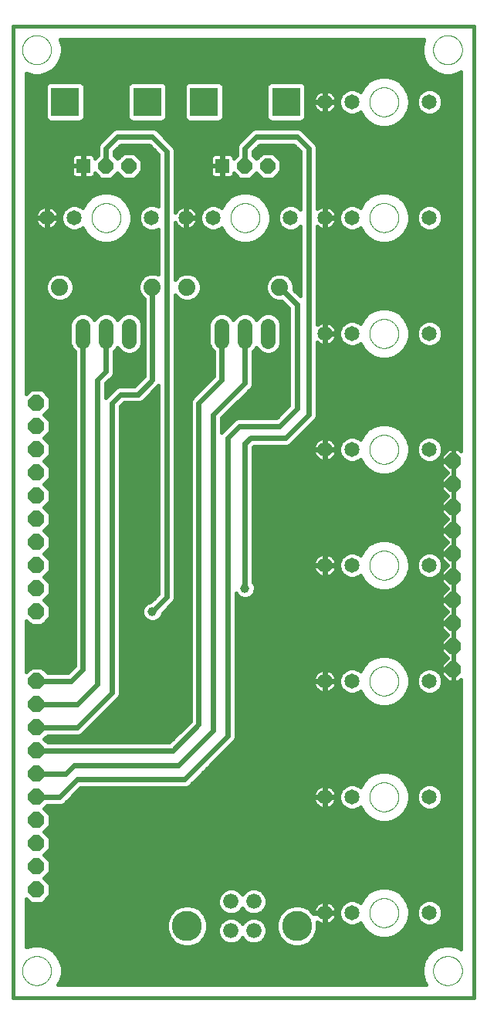
<source format=gbl>
G75*
%MOIN*%
%OFA0B0*%
%FSLAX25Y25*%
%IPPOS*%
%LPD*%
%AMOC8*
5,1,8,0,0,1.08239X$1,22.5*
%
%ADD10C,0.00000*%
%ADD11C,0.01600*%
%ADD12C,0.06600*%
%ADD13C,0.13000*%
%ADD14C,0.06496*%
%ADD15R,0.06496X0.06496*%
%ADD16OC8,0.06496*%
%ADD17R,0.12268X0.12268*%
%ADD18OC8,0.07000*%
%ADD19C,0.06496*%
%ADD20C,0.07400*%
%ADD21C,0.02400*%
%ADD22C,0.03962*%
D10*
X0008450Y0017200D02*
X0008452Y0017358D01*
X0008458Y0017515D01*
X0008468Y0017673D01*
X0008482Y0017830D01*
X0008500Y0017986D01*
X0008521Y0018143D01*
X0008547Y0018298D01*
X0008577Y0018453D01*
X0008610Y0018607D01*
X0008648Y0018760D01*
X0008689Y0018913D01*
X0008734Y0019064D01*
X0008783Y0019214D01*
X0008836Y0019362D01*
X0008892Y0019510D01*
X0008953Y0019655D01*
X0009016Y0019800D01*
X0009084Y0019942D01*
X0009155Y0020083D01*
X0009229Y0020222D01*
X0009307Y0020359D01*
X0009389Y0020494D01*
X0009473Y0020627D01*
X0009562Y0020758D01*
X0009653Y0020886D01*
X0009748Y0021013D01*
X0009845Y0021136D01*
X0009946Y0021258D01*
X0010050Y0021376D01*
X0010157Y0021492D01*
X0010267Y0021605D01*
X0010379Y0021716D01*
X0010495Y0021823D01*
X0010613Y0021928D01*
X0010733Y0022030D01*
X0010856Y0022128D01*
X0010982Y0022224D01*
X0011110Y0022316D01*
X0011240Y0022405D01*
X0011372Y0022491D01*
X0011507Y0022573D01*
X0011644Y0022652D01*
X0011782Y0022727D01*
X0011922Y0022799D01*
X0012065Y0022867D01*
X0012208Y0022932D01*
X0012354Y0022993D01*
X0012501Y0023050D01*
X0012649Y0023104D01*
X0012799Y0023154D01*
X0012949Y0023200D01*
X0013101Y0023242D01*
X0013254Y0023281D01*
X0013408Y0023315D01*
X0013563Y0023346D01*
X0013718Y0023372D01*
X0013874Y0023395D01*
X0014031Y0023414D01*
X0014188Y0023429D01*
X0014345Y0023440D01*
X0014503Y0023447D01*
X0014661Y0023450D01*
X0014818Y0023449D01*
X0014976Y0023444D01*
X0015133Y0023435D01*
X0015291Y0023422D01*
X0015447Y0023405D01*
X0015604Y0023384D01*
X0015759Y0023360D01*
X0015914Y0023331D01*
X0016069Y0023298D01*
X0016222Y0023262D01*
X0016375Y0023221D01*
X0016526Y0023177D01*
X0016676Y0023129D01*
X0016825Y0023078D01*
X0016973Y0023022D01*
X0017119Y0022963D01*
X0017264Y0022900D01*
X0017407Y0022833D01*
X0017548Y0022763D01*
X0017687Y0022690D01*
X0017825Y0022613D01*
X0017961Y0022532D01*
X0018094Y0022448D01*
X0018225Y0022361D01*
X0018354Y0022270D01*
X0018481Y0022176D01*
X0018606Y0022079D01*
X0018727Y0021979D01*
X0018847Y0021876D01*
X0018963Y0021770D01*
X0019077Y0021661D01*
X0019189Y0021549D01*
X0019297Y0021435D01*
X0019402Y0021317D01*
X0019505Y0021197D01*
X0019604Y0021075D01*
X0019700Y0020950D01*
X0019793Y0020822D01*
X0019883Y0020693D01*
X0019969Y0020561D01*
X0020053Y0020427D01*
X0020132Y0020291D01*
X0020209Y0020153D01*
X0020281Y0020013D01*
X0020350Y0019871D01*
X0020416Y0019728D01*
X0020478Y0019583D01*
X0020536Y0019436D01*
X0020591Y0019288D01*
X0020642Y0019139D01*
X0020689Y0018988D01*
X0020732Y0018837D01*
X0020771Y0018684D01*
X0020807Y0018530D01*
X0020838Y0018376D01*
X0020866Y0018221D01*
X0020890Y0018065D01*
X0020910Y0017908D01*
X0020926Y0017751D01*
X0020938Y0017594D01*
X0020946Y0017437D01*
X0020950Y0017279D01*
X0020950Y0017121D01*
X0020946Y0016963D01*
X0020938Y0016806D01*
X0020926Y0016649D01*
X0020910Y0016492D01*
X0020890Y0016335D01*
X0020866Y0016179D01*
X0020838Y0016024D01*
X0020807Y0015870D01*
X0020771Y0015716D01*
X0020732Y0015563D01*
X0020689Y0015412D01*
X0020642Y0015261D01*
X0020591Y0015112D01*
X0020536Y0014964D01*
X0020478Y0014817D01*
X0020416Y0014672D01*
X0020350Y0014529D01*
X0020281Y0014387D01*
X0020209Y0014247D01*
X0020132Y0014109D01*
X0020053Y0013973D01*
X0019969Y0013839D01*
X0019883Y0013707D01*
X0019793Y0013578D01*
X0019700Y0013450D01*
X0019604Y0013325D01*
X0019505Y0013203D01*
X0019402Y0013083D01*
X0019297Y0012965D01*
X0019189Y0012851D01*
X0019077Y0012739D01*
X0018963Y0012630D01*
X0018847Y0012524D01*
X0018727Y0012421D01*
X0018606Y0012321D01*
X0018481Y0012224D01*
X0018354Y0012130D01*
X0018225Y0012039D01*
X0018094Y0011952D01*
X0017961Y0011868D01*
X0017825Y0011787D01*
X0017687Y0011710D01*
X0017548Y0011637D01*
X0017407Y0011567D01*
X0017264Y0011500D01*
X0017119Y0011437D01*
X0016973Y0011378D01*
X0016825Y0011322D01*
X0016676Y0011271D01*
X0016526Y0011223D01*
X0016375Y0011179D01*
X0016222Y0011138D01*
X0016069Y0011102D01*
X0015914Y0011069D01*
X0015759Y0011040D01*
X0015604Y0011016D01*
X0015447Y0010995D01*
X0015291Y0010978D01*
X0015133Y0010965D01*
X0014976Y0010956D01*
X0014818Y0010951D01*
X0014661Y0010950D01*
X0014503Y0010953D01*
X0014345Y0010960D01*
X0014188Y0010971D01*
X0014031Y0010986D01*
X0013874Y0011005D01*
X0013718Y0011028D01*
X0013563Y0011054D01*
X0013408Y0011085D01*
X0013254Y0011119D01*
X0013101Y0011158D01*
X0012949Y0011200D01*
X0012799Y0011246D01*
X0012649Y0011296D01*
X0012501Y0011350D01*
X0012354Y0011407D01*
X0012208Y0011468D01*
X0012065Y0011533D01*
X0011922Y0011601D01*
X0011782Y0011673D01*
X0011644Y0011748D01*
X0011507Y0011827D01*
X0011372Y0011909D01*
X0011240Y0011995D01*
X0011110Y0012084D01*
X0010982Y0012176D01*
X0010856Y0012272D01*
X0010733Y0012370D01*
X0010613Y0012472D01*
X0010495Y0012577D01*
X0010379Y0012684D01*
X0010267Y0012795D01*
X0010157Y0012908D01*
X0010050Y0013024D01*
X0009946Y0013142D01*
X0009845Y0013264D01*
X0009748Y0013387D01*
X0009653Y0013514D01*
X0009562Y0013642D01*
X0009473Y0013773D01*
X0009389Y0013906D01*
X0009307Y0014041D01*
X0009229Y0014178D01*
X0009155Y0014317D01*
X0009084Y0014458D01*
X0009016Y0014600D01*
X0008953Y0014745D01*
X0008892Y0014890D01*
X0008836Y0015038D01*
X0008783Y0015186D01*
X0008734Y0015336D01*
X0008689Y0015487D01*
X0008648Y0015640D01*
X0008610Y0015793D01*
X0008577Y0015947D01*
X0008547Y0016102D01*
X0008521Y0016257D01*
X0008500Y0016414D01*
X0008482Y0016570D01*
X0008468Y0016727D01*
X0008458Y0016885D01*
X0008452Y0017042D01*
X0008450Y0017200D01*
X0158450Y0042200D02*
X0158452Y0042358D01*
X0158458Y0042515D01*
X0158468Y0042673D01*
X0158482Y0042830D01*
X0158500Y0042986D01*
X0158521Y0043143D01*
X0158547Y0043298D01*
X0158577Y0043453D01*
X0158610Y0043607D01*
X0158648Y0043760D01*
X0158689Y0043913D01*
X0158734Y0044064D01*
X0158783Y0044214D01*
X0158836Y0044362D01*
X0158892Y0044510D01*
X0158953Y0044655D01*
X0159016Y0044800D01*
X0159084Y0044942D01*
X0159155Y0045083D01*
X0159229Y0045222D01*
X0159307Y0045359D01*
X0159389Y0045494D01*
X0159473Y0045627D01*
X0159562Y0045758D01*
X0159653Y0045886D01*
X0159748Y0046013D01*
X0159845Y0046136D01*
X0159946Y0046258D01*
X0160050Y0046376D01*
X0160157Y0046492D01*
X0160267Y0046605D01*
X0160379Y0046716D01*
X0160495Y0046823D01*
X0160613Y0046928D01*
X0160733Y0047030D01*
X0160856Y0047128D01*
X0160982Y0047224D01*
X0161110Y0047316D01*
X0161240Y0047405D01*
X0161372Y0047491D01*
X0161507Y0047573D01*
X0161644Y0047652D01*
X0161782Y0047727D01*
X0161922Y0047799D01*
X0162065Y0047867D01*
X0162208Y0047932D01*
X0162354Y0047993D01*
X0162501Y0048050D01*
X0162649Y0048104D01*
X0162799Y0048154D01*
X0162949Y0048200D01*
X0163101Y0048242D01*
X0163254Y0048281D01*
X0163408Y0048315D01*
X0163563Y0048346D01*
X0163718Y0048372D01*
X0163874Y0048395D01*
X0164031Y0048414D01*
X0164188Y0048429D01*
X0164345Y0048440D01*
X0164503Y0048447D01*
X0164661Y0048450D01*
X0164818Y0048449D01*
X0164976Y0048444D01*
X0165133Y0048435D01*
X0165291Y0048422D01*
X0165447Y0048405D01*
X0165604Y0048384D01*
X0165759Y0048360D01*
X0165914Y0048331D01*
X0166069Y0048298D01*
X0166222Y0048262D01*
X0166375Y0048221D01*
X0166526Y0048177D01*
X0166676Y0048129D01*
X0166825Y0048078D01*
X0166973Y0048022D01*
X0167119Y0047963D01*
X0167264Y0047900D01*
X0167407Y0047833D01*
X0167548Y0047763D01*
X0167687Y0047690D01*
X0167825Y0047613D01*
X0167961Y0047532D01*
X0168094Y0047448D01*
X0168225Y0047361D01*
X0168354Y0047270D01*
X0168481Y0047176D01*
X0168606Y0047079D01*
X0168727Y0046979D01*
X0168847Y0046876D01*
X0168963Y0046770D01*
X0169077Y0046661D01*
X0169189Y0046549D01*
X0169297Y0046435D01*
X0169402Y0046317D01*
X0169505Y0046197D01*
X0169604Y0046075D01*
X0169700Y0045950D01*
X0169793Y0045822D01*
X0169883Y0045693D01*
X0169969Y0045561D01*
X0170053Y0045427D01*
X0170132Y0045291D01*
X0170209Y0045153D01*
X0170281Y0045013D01*
X0170350Y0044871D01*
X0170416Y0044728D01*
X0170478Y0044583D01*
X0170536Y0044436D01*
X0170591Y0044288D01*
X0170642Y0044139D01*
X0170689Y0043988D01*
X0170732Y0043837D01*
X0170771Y0043684D01*
X0170807Y0043530D01*
X0170838Y0043376D01*
X0170866Y0043221D01*
X0170890Y0043065D01*
X0170910Y0042908D01*
X0170926Y0042751D01*
X0170938Y0042594D01*
X0170946Y0042437D01*
X0170950Y0042279D01*
X0170950Y0042121D01*
X0170946Y0041963D01*
X0170938Y0041806D01*
X0170926Y0041649D01*
X0170910Y0041492D01*
X0170890Y0041335D01*
X0170866Y0041179D01*
X0170838Y0041024D01*
X0170807Y0040870D01*
X0170771Y0040716D01*
X0170732Y0040563D01*
X0170689Y0040412D01*
X0170642Y0040261D01*
X0170591Y0040112D01*
X0170536Y0039964D01*
X0170478Y0039817D01*
X0170416Y0039672D01*
X0170350Y0039529D01*
X0170281Y0039387D01*
X0170209Y0039247D01*
X0170132Y0039109D01*
X0170053Y0038973D01*
X0169969Y0038839D01*
X0169883Y0038707D01*
X0169793Y0038578D01*
X0169700Y0038450D01*
X0169604Y0038325D01*
X0169505Y0038203D01*
X0169402Y0038083D01*
X0169297Y0037965D01*
X0169189Y0037851D01*
X0169077Y0037739D01*
X0168963Y0037630D01*
X0168847Y0037524D01*
X0168727Y0037421D01*
X0168606Y0037321D01*
X0168481Y0037224D01*
X0168354Y0037130D01*
X0168225Y0037039D01*
X0168094Y0036952D01*
X0167961Y0036868D01*
X0167825Y0036787D01*
X0167687Y0036710D01*
X0167548Y0036637D01*
X0167407Y0036567D01*
X0167264Y0036500D01*
X0167119Y0036437D01*
X0166973Y0036378D01*
X0166825Y0036322D01*
X0166676Y0036271D01*
X0166526Y0036223D01*
X0166375Y0036179D01*
X0166222Y0036138D01*
X0166069Y0036102D01*
X0165914Y0036069D01*
X0165759Y0036040D01*
X0165604Y0036016D01*
X0165447Y0035995D01*
X0165291Y0035978D01*
X0165133Y0035965D01*
X0164976Y0035956D01*
X0164818Y0035951D01*
X0164661Y0035950D01*
X0164503Y0035953D01*
X0164345Y0035960D01*
X0164188Y0035971D01*
X0164031Y0035986D01*
X0163874Y0036005D01*
X0163718Y0036028D01*
X0163563Y0036054D01*
X0163408Y0036085D01*
X0163254Y0036119D01*
X0163101Y0036158D01*
X0162949Y0036200D01*
X0162799Y0036246D01*
X0162649Y0036296D01*
X0162501Y0036350D01*
X0162354Y0036407D01*
X0162208Y0036468D01*
X0162065Y0036533D01*
X0161922Y0036601D01*
X0161782Y0036673D01*
X0161644Y0036748D01*
X0161507Y0036827D01*
X0161372Y0036909D01*
X0161240Y0036995D01*
X0161110Y0037084D01*
X0160982Y0037176D01*
X0160856Y0037272D01*
X0160733Y0037370D01*
X0160613Y0037472D01*
X0160495Y0037577D01*
X0160379Y0037684D01*
X0160267Y0037795D01*
X0160157Y0037908D01*
X0160050Y0038024D01*
X0159946Y0038142D01*
X0159845Y0038264D01*
X0159748Y0038387D01*
X0159653Y0038514D01*
X0159562Y0038642D01*
X0159473Y0038773D01*
X0159389Y0038906D01*
X0159307Y0039041D01*
X0159229Y0039178D01*
X0159155Y0039317D01*
X0159084Y0039458D01*
X0159016Y0039600D01*
X0158953Y0039745D01*
X0158892Y0039890D01*
X0158836Y0040038D01*
X0158783Y0040186D01*
X0158734Y0040336D01*
X0158689Y0040487D01*
X0158648Y0040640D01*
X0158610Y0040793D01*
X0158577Y0040947D01*
X0158547Y0041102D01*
X0158521Y0041257D01*
X0158500Y0041414D01*
X0158482Y0041570D01*
X0158468Y0041727D01*
X0158458Y0041885D01*
X0158452Y0042042D01*
X0158450Y0042200D01*
X0158450Y0092200D02*
X0158452Y0092358D01*
X0158458Y0092515D01*
X0158468Y0092673D01*
X0158482Y0092830D01*
X0158500Y0092986D01*
X0158521Y0093143D01*
X0158547Y0093298D01*
X0158577Y0093453D01*
X0158610Y0093607D01*
X0158648Y0093760D01*
X0158689Y0093913D01*
X0158734Y0094064D01*
X0158783Y0094214D01*
X0158836Y0094362D01*
X0158892Y0094510D01*
X0158953Y0094655D01*
X0159016Y0094800D01*
X0159084Y0094942D01*
X0159155Y0095083D01*
X0159229Y0095222D01*
X0159307Y0095359D01*
X0159389Y0095494D01*
X0159473Y0095627D01*
X0159562Y0095758D01*
X0159653Y0095886D01*
X0159748Y0096013D01*
X0159845Y0096136D01*
X0159946Y0096258D01*
X0160050Y0096376D01*
X0160157Y0096492D01*
X0160267Y0096605D01*
X0160379Y0096716D01*
X0160495Y0096823D01*
X0160613Y0096928D01*
X0160733Y0097030D01*
X0160856Y0097128D01*
X0160982Y0097224D01*
X0161110Y0097316D01*
X0161240Y0097405D01*
X0161372Y0097491D01*
X0161507Y0097573D01*
X0161644Y0097652D01*
X0161782Y0097727D01*
X0161922Y0097799D01*
X0162065Y0097867D01*
X0162208Y0097932D01*
X0162354Y0097993D01*
X0162501Y0098050D01*
X0162649Y0098104D01*
X0162799Y0098154D01*
X0162949Y0098200D01*
X0163101Y0098242D01*
X0163254Y0098281D01*
X0163408Y0098315D01*
X0163563Y0098346D01*
X0163718Y0098372D01*
X0163874Y0098395D01*
X0164031Y0098414D01*
X0164188Y0098429D01*
X0164345Y0098440D01*
X0164503Y0098447D01*
X0164661Y0098450D01*
X0164818Y0098449D01*
X0164976Y0098444D01*
X0165133Y0098435D01*
X0165291Y0098422D01*
X0165447Y0098405D01*
X0165604Y0098384D01*
X0165759Y0098360D01*
X0165914Y0098331D01*
X0166069Y0098298D01*
X0166222Y0098262D01*
X0166375Y0098221D01*
X0166526Y0098177D01*
X0166676Y0098129D01*
X0166825Y0098078D01*
X0166973Y0098022D01*
X0167119Y0097963D01*
X0167264Y0097900D01*
X0167407Y0097833D01*
X0167548Y0097763D01*
X0167687Y0097690D01*
X0167825Y0097613D01*
X0167961Y0097532D01*
X0168094Y0097448D01*
X0168225Y0097361D01*
X0168354Y0097270D01*
X0168481Y0097176D01*
X0168606Y0097079D01*
X0168727Y0096979D01*
X0168847Y0096876D01*
X0168963Y0096770D01*
X0169077Y0096661D01*
X0169189Y0096549D01*
X0169297Y0096435D01*
X0169402Y0096317D01*
X0169505Y0096197D01*
X0169604Y0096075D01*
X0169700Y0095950D01*
X0169793Y0095822D01*
X0169883Y0095693D01*
X0169969Y0095561D01*
X0170053Y0095427D01*
X0170132Y0095291D01*
X0170209Y0095153D01*
X0170281Y0095013D01*
X0170350Y0094871D01*
X0170416Y0094728D01*
X0170478Y0094583D01*
X0170536Y0094436D01*
X0170591Y0094288D01*
X0170642Y0094139D01*
X0170689Y0093988D01*
X0170732Y0093837D01*
X0170771Y0093684D01*
X0170807Y0093530D01*
X0170838Y0093376D01*
X0170866Y0093221D01*
X0170890Y0093065D01*
X0170910Y0092908D01*
X0170926Y0092751D01*
X0170938Y0092594D01*
X0170946Y0092437D01*
X0170950Y0092279D01*
X0170950Y0092121D01*
X0170946Y0091963D01*
X0170938Y0091806D01*
X0170926Y0091649D01*
X0170910Y0091492D01*
X0170890Y0091335D01*
X0170866Y0091179D01*
X0170838Y0091024D01*
X0170807Y0090870D01*
X0170771Y0090716D01*
X0170732Y0090563D01*
X0170689Y0090412D01*
X0170642Y0090261D01*
X0170591Y0090112D01*
X0170536Y0089964D01*
X0170478Y0089817D01*
X0170416Y0089672D01*
X0170350Y0089529D01*
X0170281Y0089387D01*
X0170209Y0089247D01*
X0170132Y0089109D01*
X0170053Y0088973D01*
X0169969Y0088839D01*
X0169883Y0088707D01*
X0169793Y0088578D01*
X0169700Y0088450D01*
X0169604Y0088325D01*
X0169505Y0088203D01*
X0169402Y0088083D01*
X0169297Y0087965D01*
X0169189Y0087851D01*
X0169077Y0087739D01*
X0168963Y0087630D01*
X0168847Y0087524D01*
X0168727Y0087421D01*
X0168606Y0087321D01*
X0168481Y0087224D01*
X0168354Y0087130D01*
X0168225Y0087039D01*
X0168094Y0086952D01*
X0167961Y0086868D01*
X0167825Y0086787D01*
X0167687Y0086710D01*
X0167548Y0086637D01*
X0167407Y0086567D01*
X0167264Y0086500D01*
X0167119Y0086437D01*
X0166973Y0086378D01*
X0166825Y0086322D01*
X0166676Y0086271D01*
X0166526Y0086223D01*
X0166375Y0086179D01*
X0166222Y0086138D01*
X0166069Y0086102D01*
X0165914Y0086069D01*
X0165759Y0086040D01*
X0165604Y0086016D01*
X0165447Y0085995D01*
X0165291Y0085978D01*
X0165133Y0085965D01*
X0164976Y0085956D01*
X0164818Y0085951D01*
X0164661Y0085950D01*
X0164503Y0085953D01*
X0164345Y0085960D01*
X0164188Y0085971D01*
X0164031Y0085986D01*
X0163874Y0086005D01*
X0163718Y0086028D01*
X0163563Y0086054D01*
X0163408Y0086085D01*
X0163254Y0086119D01*
X0163101Y0086158D01*
X0162949Y0086200D01*
X0162799Y0086246D01*
X0162649Y0086296D01*
X0162501Y0086350D01*
X0162354Y0086407D01*
X0162208Y0086468D01*
X0162065Y0086533D01*
X0161922Y0086601D01*
X0161782Y0086673D01*
X0161644Y0086748D01*
X0161507Y0086827D01*
X0161372Y0086909D01*
X0161240Y0086995D01*
X0161110Y0087084D01*
X0160982Y0087176D01*
X0160856Y0087272D01*
X0160733Y0087370D01*
X0160613Y0087472D01*
X0160495Y0087577D01*
X0160379Y0087684D01*
X0160267Y0087795D01*
X0160157Y0087908D01*
X0160050Y0088024D01*
X0159946Y0088142D01*
X0159845Y0088264D01*
X0159748Y0088387D01*
X0159653Y0088514D01*
X0159562Y0088642D01*
X0159473Y0088773D01*
X0159389Y0088906D01*
X0159307Y0089041D01*
X0159229Y0089178D01*
X0159155Y0089317D01*
X0159084Y0089458D01*
X0159016Y0089600D01*
X0158953Y0089745D01*
X0158892Y0089890D01*
X0158836Y0090038D01*
X0158783Y0090186D01*
X0158734Y0090336D01*
X0158689Y0090487D01*
X0158648Y0090640D01*
X0158610Y0090793D01*
X0158577Y0090947D01*
X0158547Y0091102D01*
X0158521Y0091257D01*
X0158500Y0091414D01*
X0158482Y0091570D01*
X0158468Y0091727D01*
X0158458Y0091885D01*
X0158452Y0092042D01*
X0158450Y0092200D01*
X0158450Y0142200D02*
X0158452Y0142358D01*
X0158458Y0142515D01*
X0158468Y0142673D01*
X0158482Y0142830D01*
X0158500Y0142986D01*
X0158521Y0143143D01*
X0158547Y0143298D01*
X0158577Y0143453D01*
X0158610Y0143607D01*
X0158648Y0143760D01*
X0158689Y0143913D01*
X0158734Y0144064D01*
X0158783Y0144214D01*
X0158836Y0144362D01*
X0158892Y0144510D01*
X0158953Y0144655D01*
X0159016Y0144800D01*
X0159084Y0144942D01*
X0159155Y0145083D01*
X0159229Y0145222D01*
X0159307Y0145359D01*
X0159389Y0145494D01*
X0159473Y0145627D01*
X0159562Y0145758D01*
X0159653Y0145886D01*
X0159748Y0146013D01*
X0159845Y0146136D01*
X0159946Y0146258D01*
X0160050Y0146376D01*
X0160157Y0146492D01*
X0160267Y0146605D01*
X0160379Y0146716D01*
X0160495Y0146823D01*
X0160613Y0146928D01*
X0160733Y0147030D01*
X0160856Y0147128D01*
X0160982Y0147224D01*
X0161110Y0147316D01*
X0161240Y0147405D01*
X0161372Y0147491D01*
X0161507Y0147573D01*
X0161644Y0147652D01*
X0161782Y0147727D01*
X0161922Y0147799D01*
X0162065Y0147867D01*
X0162208Y0147932D01*
X0162354Y0147993D01*
X0162501Y0148050D01*
X0162649Y0148104D01*
X0162799Y0148154D01*
X0162949Y0148200D01*
X0163101Y0148242D01*
X0163254Y0148281D01*
X0163408Y0148315D01*
X0163563Y0148346D01*
X0163718Y0148372D01*
X0163874Y0148395D01*
X0164031Y0148414D01*
X0164188Y0148429D01*
X0164345Y0148440D01*
X0164503Y0148447D01*
X0164661Y0148450D01*
X0164818Y0148449D01*
X0164976Y0148444D01*
X0165133Y0148435D01*
X0165291Y0148422D01*
X0165447Y0148405D01*
X0165604Y0148384D01*
X0165759Y0148360D01*
X0165914Y0148331D01*
X0166069Y0148298D01*
X0166222Y0148262D01*
X0166375Y0148221D01*
X0166526Y0148177D01*
X0166676Y0148129D01*
X0166825Y0148078D01*
X0166973Y0148022D01*
X0167119Y0147963D01*
X0167264Y0147900D01*
X0167407Y0147833D01*
X0167548Y0147763D01*
X0167687Y0147690D01*
X0167825Y0147613D01*
X0167961Y0147532D01*
X0168094Y0147448D01*
X0168225Y0147361D01*
X0168354Y0147270D01*
X0168481Y0147176D01*
X0168606Y0147079D01*
X0168727Y0146979D01*
X0168847Y0146876D01*
X0168963Y0146770D01*
X0169077Y0146661D01*
X0169189Y0146549D01*
X0169297Y0146435D01*
X0169402Y0146317D01*
X0169505Y0146197D01*
X0169604Y0146075D01*
X0169700Y0145950D01*
X0169793Y0145822D01*
X0169883Y0145693D01*
X0169969Y0145561D01*
X0170053Y0145427D01*
X0170132Y0145291D01*
X0170209Y0145153D01*
X0170281Y0145013D01*
X0170350Y0144871D01*
X0170416Y0144728D01*
X0170478Y0144583D01*
X0170536Y0144436D01*
X0170591Y0144288D01*
X0170642Y0144139D01*
X0170689Y0143988D01*
X0170732Y0143837D01*
X0170771Y0143684D01*
X0170807Y0143530D01*
X0170838Y0143376D01*
X0170866Y0143221D01*
X0170890Y0143065D01*
X0170910Y0142908D01*
X0170926Y0142751D01*
X0170938Y0142594D01*
X0170946Y0142437D01*
X0170950Y0142279D01*
X0170950Y0142121D01*
X0170946Y0141963D01*
X0170938Y0141806D01*
X0170926Y0141649D01*
X0170910Y0141492D01*
X0170890Y0141335D01*
X0170866Y0141179D01*
X0170838Y0141024D01*
X0170807Y0140870D01*
X0170771Y0140716D01*
X0170732Y0140563D01*
X0170689Y0140412D01*
X0170642Y0140261D01*
X0170591Y0140112D01*
X0170536Y0139964D01*
X0170478Y0139817D01*
X0170416Y0139672D01*
X0170350Y0139529D01*
X0170281Y0139387D01*
X0170209Y0139247D01*
X0170132Y0139109D01*
X0170053Y0138973D01*
X0169969Y0138839D01*
X0169883Y0138707D01*
X0169793Y0138578D01*
X0169700Y0138450D01*
X0169604Y0138325D01*
X0169505Y0138203D01*
X0169402Y0138083D01*
X0169297Y0137965D01*
X0169189Y0137851D01*
X0169077Y0137739D01*
X0168963Y0137630D01*
X0168847Y0137524D01*
X0168727Y0137421D01*
X0168606Y0137321D01*
X0168481Y0137224D01*
X0168354Y0137130D01*
X0168225Y0137039D01*
X0168094Y0136952D01*
X0167961Y0136868D01*
X0167825Y0136787D01*
X0167687Y0136710D01*
X0167548Y0136637D01*
X0167407Y0136567D01*
X0167264Y0136500D01*
X0167119Y0136437D01*
X0166973Y0136378D01*
X0166825Y0136322D01*
X0166676Y0136271D01*
X0166526Y0136223D01*
X0166375Y0136179D01*
X0166222Y0136138D01*
X0166069Y0136102D01*
X0165914Y0136069D01*
X0165759Y0136040D01*
X0165604Y0136016D01*
X0165447Y0135995D01*
X0165291Y0135978D01*
X0165133Y0135965D01*
X0164976Y0135956D01*
X0164818Y0135951D01*
X0164661Y0135950D01*
X0164503Y0135953D01*
X0164345Y0135960D01*
X0164188Y0135971D01*
X0164031Y0135986D01*
X0163874Y0136005D01*
X0163718Y0136028D01*
X0163563Y0136054D01*
X0163408Y0136085D01*
X0163254Y0136119D01*
X0163101Y0136158D01*
X0162949Y0136200D01*
X0162799Y0136246D01*
X0162649Y0136296D01*
X0162501Y0136350D01*
X0162354Y0136407D01*
X0162208Y0136468D01*
X0162065Y0136533D01*
X0161922Y0136601D01*
X0161782Y0136673D01*
X0161644Y0136748D01*
X0161507Y0136827D01*
X0161372Y0136909D01*
X0161240Y0136995D01*
X0161110Y0137084D01*
X0160982Y0137176D01*
X0160856Y0137272D01*
X0160733Y0137370D01*
X0160613Y0137472D01*
X0160495Y0137577D01*
X0160379Y0137684D01*
X0160267Y0137795D01*
X0160157Y0137908D01*
X0160050Y0138024D01*
X0159946Y0138142D01*
X0159845Y0138264D01*
X0159748Y0138387D01*
X0159653Y0138514D01*
X0159562Y0138642D01*
X0159473Y0138773D01*
X0159389Y0138906D01*
X0159307Y0139041D01*
X0159229Y0139178D01*
X0159155Y0139317D01*
X0159084Y0139458D01*
X0159016Y0139600D01*
X0158953Y0139745D01*
X0158892Y0139890D01*
X0158836Y0140038D01*
X0158783Y0140186D01*
X0158734Y0140336D01*
X0158689Y0140487D01*
X0158648Y0140640D01*
X0158610Y0140793D01*
X0158577Y0140947D01*
X0158547Y0141102D01*
X0158521Y0141257D01*
X0158500Y0141414D01*
X0158482Y0141570D01*
X0158468Y0141727D01*
X0158458Y0141885D01*
X0158452Y0142042D01*
X0158450Y0142200D01*
X0158450Y0192200D02*
X0158452Y0192358D01*
X0158458Y0192515D01*
X0158468Y0192673D01*
X0158482Y0192830D01*
X0158500Y0192986D01*
X0158521Y0193143D01*
X0158547Y0193298D01*
X0158577Y0193453D01*
X0158610Y0193607D01*
X0158648Y0193760D01*
X0158689Y0193913D01*
X0158734Y0194064D01*
X0158783Y0194214D01*
X0158836Y0194362D01*
X0158892Y0194510D01*
X0158953Y0194655D01*
X0159016Y0194800D01*
X0159084Y0194942D01*
X0159155Y0195083D01*
X0159229Y0195222D01*
X0159307Y0195359D01*
X0159389Y0195494D01*
X0159473Y0195627D01*
X0159562Y0195758D01*
X0159653Y0195886D01*
X0159748Y0196013D01*
X0159845Y0196136D01*
X0159946Y0196258D01*
X0160050Y0196376D01*
X0160157Y0196492D01*
X0160267Y0196605D01*
X0160379Y0196716D01*
X0160495Y0196823D01*
X0160613Y0196928D01*
X0160733Y0197030D01*
X0160856Y0197128D01*
X0160982Y0197224D01*
X0161110Y0197316D01*
X0161240Y0197405D01*
X0161372Y0197491D01*
X0161507Y0197573D01*
X0161644Y0197652D01*
X0161782Y0197727D01*
X0161922Y0197799D01*
X0162065Y0197867D01*
X0162208Y0197932D01*
X0162354Y0197993D01*
X0162501Y0198050D01*
X0162649Y0198104D01*
X0162799Y0198154D01*
X0162949Y0198200D01*
X0163101Y0198242D01*
X0163254Y0198281D01*
X0163408Y0198315D01*
X0163563Y0198346D01*
X0163718Y0198372D01*
X0163874Y0198395D01*
X0164031Y0198414D01*
X0164188Y0198429D01*
X0164345Y0198440D01*
X0164503Y0198447D01*
X0164661Y0198450D01*
X0164818Y0198449D01*
X0164976Y0198444D01*
X0165133Y0198435D01*
X0165291Y0198422D01*
X0165447Y0198405D01*
X0165604Y0198384D01*
X0165759Y0198360D01*
X0165914Y0198331D01*
X0166069Y0198298D01*
X0166222Y0198262D01*
X0166375Y0198221D01*
X0166526Y0198177D01*
X0166676Y0198129D01*
X0166825Y0198078D01*
X0166973Y0198022D01*
X0167119Y0197963D01*
X0167264Y0197900D01*
X0167407Y0197833D01*
X0167548Y0197763D01*
X0167687Y0197690D01*
X0167825Y0197613D01*
X0167961Y0197532D01*
X0168094Y0197448D01*
X0168225Y0197361D01*
X0168354Y0197270D01*
X0168481Y0197176D01*
X0168606Y0197079D01*
X0168727Y0196979D01*
X0168847Y0196876D01*
X0168963Y0196770D01*
X0169077Y0196661D01*
X0169189Y0196549D01*
X0169297Y0196435D01*
X0169402Y0196317D01*
X0169505Y0196197D01*
X0169604Y0196075D01*
X0169700Y0195950D01*
X0169793Y0195822D01*
X0169883Y0195693D01*
X0169969Y0195561D01*
X0170053Y0195427D01*
X0170132Y0195291D01*
X0170209Y0195153D01*
X0170281Y0195013D01*
X0170350Y0194871D01*
X0170416Y0194728D01*
X0170478Y0194583D01*
X0170536Y0194436D01*
X0170591Y0194288D01*
X0170642Y0194139D01*
X0170689Y0193988D01*
X0170732Y0193837D01*
X0170771Y0193684D01*
X0170807Y0193530D01*
X0170838Y0193376D01*
X0170866Y0193221D01*
X0170890Y0193065D01*
X0170910Y0192908D01*
X0170926Y0192751D01*
X0170938Y0192594D01*
X0170946Y0192437D01*
X0170950Y0192279D01*
X0170950Y0192121D01*
X0170946Y0191963D01*
X0170938Y0191806D01*
X0170926Y0191649D01*
X0170910Y0191492D01*
X0170890Y0191335D01*
X0170866Y0191179D01*
X0170838Y0191024D01*
X0170807Y0190870D01*
X0170771Y0190716D01*
X0170732Y0190563D01*
X0170689Y0190412D01*
X0170642Y0190261D01*
X0170591Y0190112D01*
X0170536Y0189964D01*
X0170478Y0189817D01*
X0170416Y0189672D01*
X0170350Y0189529D01*
X0170281Y0189387D01*
X0170209Y0189247D01*
X0170132Y0189109D01*
X0170053Y0188973D01*
X0169969Y0188839D01*
X0169883Y0188707D01*
X0169793Y0188578D01*
X0169700Y0188450D01*
X0169604Y0188325D01*
X0169505Y0188203D01*
X0169402Y0188083D01*
X0169297Y0187965D01*
X0169189Y0187851D01*
X0169077Y0187739D01*
X0168963Y0187630D01*
X0168847Y0187524D01*
X0168727Y0187421D01*
X0168606Y0187321D01*
X0168481Y0187224D01*
X0168354Y0187130D01*
X0168225Y0187039D01*
X0168094Y0186952D01*
X0167961Y0186868D01*
X0167825Y0186787D01*
X0167687Y0186710D01*
X0167548Y0186637D01*
X0167407Y0186567D01*
X0167264Y0186500D01*
X0167119Y0186437D01*
X0166973Y0186378D01*
X0166825Y0186322D01*
X0166676Y0186271D01*
X0166526Y0186223D01*
X0166375Y0186179D01*
X0166222Y0186138D01*
X0166069Y0186102D01*
X0165914Y0186069D01*
X0165759Y0186040D01*
X0165604Y0186016D01*
X0165447Y0185995D01*
X0165291Y0185978D01*
X0165133Y0185965D01*
X0164976Y0185956D01*
X0164818Y0185951D01*
X0164661Y0185950D01*
X0164503Y0185953D01*
X0164345Y0185960D01*
X0164188Y0185971D01*
X0164031Y0185986D01*
X0163874Y0186005D01*
X0163718Y0186028D01*
X0163563Y0186054D01*
X0163408Y0186085D01*
X0163254Y0186119D01*
X0163101Y0186158D01*
X0162949Y0186200D01*
X0162799Y0186246D01*
X0162649Y0186296D01*
X0162501Y0186350D01*
X0162354Y0186407D01*
X0162208Y0186468D01*
X0162065Y0186533D01*
X0161922Y0186601D01*
X0161782Y0186673D01*
X0161644Y0186748D01*
X0161507Y0186827D01*
X0161372Y0186909D01*
X0161240Y0186995D01*
X0161110Y0187084D01*
X0160982Y0187176D01*
X0160856Y0187272D01*
X0160733Y0187370D01*
X0160613Y0187472D01*
X0160495Y0187577D01*
X0160379Y0187684D01*
X0160267Y0187795D01*
X0160157Y0187908D01*
X0160050Y0188024D01*
X0159946Y0188142D01*
X0159845Y0188264D01*
X0159748Y0188387D01*
X0159653Y0188514D01*
X0159562Y0188642D01*
X0159473Y0188773D01*
X0159389Y0188906D01*
X0159307Y0189041D01*
X0159229Y0189178D01*
X0159155Y0189317D01*
X0159084Y0189458D01*
X0159016Y0189600D01*
X0158953Y0189745D01*
X0158892Y0189890D01*
X0158836Y0190038D01*
X0158783Y0190186D01*
X0158734Y0190336D01*
X0158689Y0190487D01*
X0158648Y0190640D01*
X0158610Y0190793D01*
X0158577Y0190947D01*
X0158547Y0191102D01*
X0158521Y0191257D01*
X0158500Y0191414D01*
X0158482Y0191570D01*
X0158468Y0191727D01*
X0158458Y0191885D01*
X0158452Y0192042D01*
X0158450Y0192200D01*
X0158450Y0242200D02*
X0158452Y0242358D01*
X0158458Y0242515D01*
X0158468Y0242673D01*
X0158482Y0242830D01*
X0158500Y0242986D01*
X0158521Y0243143D01*
X0158547Y0243298D01*
X0158577Y0243453D01*
X0158610Y0243607D01*
X0158648Y0243760D01*
X0158689Y0243913D01*
X0158734Y0244064D01*
X0158783Y0244214D01*
X0158836Y0244362D01*
X0158892Y0244510D01*
X0158953Y0244655D01*
X0159016Y0244800D01*
X0159084Y0244942D01*
X0159155Y0245083D01*
X0159229Y0245222D01*
X0159307Y0245359D01*
X0159389Y0245494D01*
X0159473Y0245627D01*
X0159562Y0245758D01*
X0159653Y0245886D01*
X0159748Y0246013D01*
X0159845Y0246136D01*
X0159946Y0246258D01*
X0160050Y0246376D01*
X0160157Y0246492D01*
X0160267Y0246605D01*
X0160379Y0246716D01*
X0160495Y0246823D01*
X0160613Y0246928D01*
X0160733Y0247030D01*
X0160856Y0247128D01*
X0160982Y0247224D01*
X0161110Y0247316D01*
X0161240Y0247405D01*
X0161372Y0247491D01*
X0161507Y0247573D01*
X0161644Y0247652D01*
X0161782Y0247727D01*
X0161922Y0247799D01*
X0162065Y0247867D01*
X0162208Y0247932D01*
X0162354Y0247993D01*
X0162501Y0248050D01*
X0162649Y0248104D01*
X0162799Y0248154D01*
X0162949Y0248200D01*
X0163101Y0248242D01*
X0163254Y0248281D01*
X0163408Y0248315D01*
X0163563Y0248346D01*
X0163718Y0248372D01*
X0163874Y0248395D01*
X0164031Y0248414D01*
X0164188Y0248429D01*
X0164345Y0248440D01*
X0164503Y0248447D01*
X0164661Y0248450D01*
X0164818Y0248449D01*
X0164976Y0248444D01*
X0165133Y0248435D01*
X0165291Y0248422D01*
X0165447Y0248405D01*
X0165604Y0248384D01*
X0165759Y0248360D01*
X0165914Y0248331D01*
X0166069Y0248298D01*
X0166222Y0248262D01*
X0166375Y0248221D01*
X0166526Y0248177D01*
X0166676Y0248129D01*
X0166825Y0248078D01*
X0166973Y0248022D01*
X0167119Y0247963D01*
X0167264Y0247900D01*
X0167407Y0247833D01*
X0167548Y0247763D01*
X0167687Y0247690D01*
X0167825Y0247613D01*
X0167961Y0247532D01*
X0168094Y0247448D01*
X0168225Y0247361D01*
X0168354Y0247270D01*
X0168481Y0247176D01*
X0168606Y0247079D01*
X0168727Y0246979D01*
X0168847Y0246876D01*
X0168963Y0246770D01*
X0169077Y0246661D01*
X0169189Y0246549D01*
X0169297Y0246435D01*
X0169402Y0246317D01*
X0169505Y0246197D01*
X0169604Y0246075D01*
X0169700Y0245950D01*
X0169793Y0245822D01*
X0169883Y0245693D01*
X0169969Y0245561D01*
X0170053Y0245427D01*
X0170132Y0245291D01*
X0170209Y0245153D01*
X0170281Y0245013D01*
X0170350Y0244871D01*
X0170416Y0244728D01*
X0170478Y0244583D01*
X0170536Y0244436D01*
X0170591Y0244288D01*
X0170642Y0244139D01*
X0170689Y0243988D01*
X0170732Y0243837D01*
X0170771Y0243684D01*
X0170807Y0243530D01*
X0170838Y0243376D01*
X0170866Y0243221D01*
X0170890Y0243065D01*
X0170910Y0242908D01*
X0170926Y0242751D01*
X0170938Y0242594D01*
X0170946Y0242437D01*
X0170950Y0242279D01*
X0170950Y0242121D01*
X0170946Y0241963D01*
X0170938Y0241806D01*
X0170926Y0241649D01*
X0170910Y0241492D01*
X0170890Y0241335D01*
X0170866Y0241179D01*
X0170838Y0241024D01*
X0170807Y0240870D01*
X0170771Y0240716D01*
X0170732Y0240563D01*
X0170689Y0240412D01*
X0170642Y0240261D01*
X0170591Y0240112D01*
X0170536Y0239964D01*
X0170478Y0239817D01*
X0170416Y0239672D01*
X0170350Y0239529D01*
X0170281Y0239387D01*
X0170209Y0239247D01*
X0170132Y0239109D01*
X0170053Y0238973D01*
X0169969Y0238839D01*
X0169883Y0238707D01*
X0169793Y0238578D01*
X0169700Y0238450D01*
X0169604Y0238325D01*
X0169505Y0238203D01*
X0169402Y0238083D01*
X0169297Y0237965D01*
X0169189Y0237851D01*
X0169077Y0237739D01*
X0168963Y0237630D01*
X0168847Y0237524D01*
X0168727Y0237421D01*
X0168606Y0237321D01*
X0168481Y0237224D01*
X0168354Y0237130D01*
X0168225Y0237039D01*
X0168094Y0236952D01*
X0167961Y0236868D01*
X0167825Y0236787D01*
X0167687Y0236710D01*
X0167548Y0236637D01*
X0167407Y0236567D01*
X0167264Y0236500D01*
X0167119Y0236437D01*
X0166973Y0236378D01*
X0166825Y0236322D01*
X0166676Y0236271D01*
X0166526Y0236223D01*
X0166375Y0236179D01*
X0166222Y0236138D01*
X0166069Y0236102D01*
X0165914Y0236069D01*
X0165759Y0236040D01*
X0165604Y0236016D01*
X0165447Y0235995D01*
X0165291Y0235978D01*
X0165133Y0235965D01*
X0164976Y0235956D01*
X0164818Y0235951D01*
X0164661Y0235950D01*
X0164503Y0235953D01*
X0164345Y0235960D01*
X0164188Y0235971D01*
X0164031Y0235986D01*
X0163874Y0236005D01*
X0163718Y0236028D01*
X0163563Y0236054D01*
X0163408Y0236085D01*
X0163254Y0236119D01*
X0163101Y0236158D01*
X0162949Y0236200D01*
X0162799Y0236246D01*
X0162649Y0236296D01*
X0162501Y0236350D01*
X0162354Y0236407D01*
X0162208Y0236468D01*
X0162065Y0236533D01*
X0161922Y0236601D01*
X0161782Y0236673D01*
X0161644Y0236748D01*
X0161507Y0236827D01*
X0161372Y0236909D01*
X0161240Y0236995D01*
X0161110Y0237084D01*
X0160982Y0237176D01*
X0160856Y0237272D01*
X0160733Y0237370D01*
X0160613Y0237472D01*
X0160495Y0237577D01*
X0160379Y0237684D01*
X0160267Y0237795D01*
X0160157Y0237908D01*
X0160050Y0238024D01*
X0159946Y0238142D01*
X0159845Y0238264D01*
X0159748Y0238387D01*
X0159653Y0238514D01*
X0159562Y0238642D01*
X0159473Y0238773D01*
X0159389Y0238906D01*
X0159307Y0239041D01*
X0159229Y0239178D01*
X0159155Y0239317D01*
X0159084Y0239458D01*
X0159016Y0239600D01*
X0158953Y0239745D01*
X0158892Y0239890D01*
X0158836Y0240038D01*
X0158783Y0240186D01*
X0158734Y0240336D01*
X0158689Y0240487D01*
X0158648Y0240640D01*
X0158610Y0240793D01*
X0158577Y0240947D01*
X0158547Y0241102D01*
X0158521Y0241257D01*
X0158500Y0241414D01*
X0158482Y0241570D01*
X0158468Y0241727D01*
X0158458Y0241885D01*
X0158452Y0242042D01*
X0158450Y0242200D01*
X0158450Y0292200D02*
X0158452Y0292358D01*
X0158458Y0292515D01*
X0158468Y0292673D01*
X0158482Y0292830D01*
X0158500Y0292986D01*
X0158521Y0293143D01*
X0158547Y0293298D01*
X0158577Y0293453D01*
X0158610Y0293607D01*
X0158648Y0293760D01*
X0158689Y0293913D01*
X0158734Y0294064D01*
X0158783Y0294214D01*
X0158836Y0294362D01*
X0158892Y0294510D01*
X0158953Y0294655D01*
X0159016Y0294800D01*
X0159084Y0294942D01*
X0159155Y0295083D01*
X0159229Y0295222D01*
X0159307Y0295359D01*
X0159389Y0295494D01*
X0159473Y0295627D01*
X0159562Y0295758D01*
X0159653Y0295886D01*
X0159748Y0296013D01*
X0159845Y0296136D01*
X0159946Y0296258D01*
X0160050Y0296376D01*
X0160157Y0296492D01*
X0160267Y0296605D01*
X0160379Y0296716D01*
X0160495Y0296823D01*
X0160613Y0296928D01*
X0160733Y0297030D01*
X0160856Y0297128D01*
X0160982Y0297224D01*
X0161110Y0297316D01*
X0161240Y0297405D01*
X0161372Y0297491D01*
X0161507Y0297573D01*
X0161644Y0297652D01*
X0161782Y0297727D01*
X0161922Y0297799D01*
X0162065Y0297867D01*
X0162208Y0297932D01*
X0162354Y0297993D01*
X0162501Y0298050D01*
X0162649Y0298104D01*
X0162799Y0298154D01*
X0162949Y0298200D01*
X0163101Y0298242D01*
X0163254Y0298281D01*
X0163408Y0298315D01*
X0163563Y0298346D01*
X0163718Y0298372D01*
X0163874Y0298395D01*
X0164031Y0298414D01*
X0164188Y0298429D01*
X0164345Y0298440D01*
X0164503Y0298447D01*
X0164661Y0298450D01*
X0164818Y0298449D01*
X0164976Y0298444D01*
X0165133Y0298435D01*
X0165291Y0298422D01*
X0165447Y0298405D01*
X0165604Y0298384D01*
X0165759Y0298360D01*
X0165914Y0298331D01*
X0166069Y0298298D01*
X0166222Y0298262D01*
X0166375Y0298221D01*
X0166526Y0298177D01*
X0166676Y0298129D01*
X0166825Y0298078D01*
X0166973Y0298022D01*
X0167119Y0297963D01*
X0167264Y0297900D01*
X0167407Y0297833D01*
X0167548Y0297763D01*
X0167687Y0297690D01*
X0167825Y0297613D01*
X0167961Y0297532D01*
X0168094Y0297448D01*
X0168225Y0297361D01*
X0168354Y0297270D01*
X0168481Y0297176D01*
X0168606Y0297079D01*
X0168727Y0296979D01*
X0168847Y0296876D01*
X0168963Y0296770D01*
X0169077Y0296661D01*
X0169189Y0296549D01*
X0169297Y0296435D01*
X0169402Y0296317D01*
X0169505Y0296197D01*
X0169604Y0296075D01*
X0169700Y0295950D01*
X0169793Y0295822D01*
X0169883Y0295693D01*
X0169969Y0295561D01*
X0170053Y0295427D01*
X0170132Y0295291D01*
X0170209Y0295153D01*
X0170281Y0295013D01*
X0170350Y0294871D01*
X0170416Y0294728D01*
X0170478Y0294583D01*
X0170536Y0294436D01*
X0170591Y0294288D01*
X0170642Y0294139D01*
X0170689Y0293988D01*
X0170732Y0293837D01*
X0170771Y0293684D01*
X0170807Y0293530D01*
X0170838Y0293376D01*
X0170866Y0293221D01*
X0170890Y0293065D01*
X0170910Y0292908D01*
X0170926Y0292751D01*
X0170938Y0292594D01*
X0170946Y0292437D01*
X0170950Y0292279D01*
X0170950Y0292121D01*
X0170946Y0291963D01*
X0170938Y0291806D01*
X0170926Y0291649D01*
X0170910Y0291492D01*
X0170890Y0291335D01*
X0170866Y0291179D01*
X0170838Y0291024D01*
X0170807Y0290870D01*
X0170771Y0290716D01*
X0170732Y0290563D01*
X0170689Y0290412D01*
X0170642Y0290261D01*
X0170591Y0290112D01*
X0170536Y0289964D01*
X0170478Y0289817D01*
X0170416Y0289672D01*
X0170350Y0289529D01*
X0170281Y0289387D01*
X0170209Y0289247D01*
X0170132Y0289109D01*
X0170053Y0288973D01*
X0169969Y0288839D01*
X0169883Y0288707D01*
X0169793Y0288578D01*
X0169700Y0288450D01*
X0169604Y0288325D01*
X0169505Y0288203D01*
X0169402Y0288083D01*
X0169297Y0287965D01*
X0169189Y0287851D01*
X0169077Y0287739D01*
X0168963Y0287630D01*
X0168847Y0287524D01*
X0168727Y0287421D01*
X0168606Y0287321D01*
X0168481Y0287224D01*
X0168354Y0287130D01*
X0168225Y0287039D01*
X0168094Y0286952D01*
X0167961Y0286868D01*
X0167825Y0286787D01*
X0167687Y0286710D01*
X0167548Y0286637D01*
X0167407Y0286567D01*
X0167264Y0286500D01*
X0167119Y0286437D01*
X0166973Y0286378D01*
X0166825Y0286322D01*
X0166676Y0286271D01*
X0166526Y0286223D01*
X0166375Y0286179D01*
X0166222Y0286138D01*
X0166069Y0286102D01*
X0165914Y0286069D01*
X0165759Y0286040D01*
X0165604Y0286016D01*
X0165447Y0285995D01*
X0165291Y0285978D01*
X0165133Y0285965D01*
X0164976Y0285956D01*
X0164818Y0285951D01*
X0164661Y0285950D01*
X0164503Y0285953D01*
X0164345Y0285960D01*
X0164188Y0285971D01*
X0164031Y0285986D01*
X0163874Y0286005D01*
X0163718Y0286028D01*
X0163563Y0286054D01*
X0163408Y0286085D01*
X0163254Y0286119D01*
X0163101Y0286158D01*
X0162949Y0286200D01*
X0162799Y0286246D01*
X0162649Y0286296D01*
X0162501Y0286350D01*
X0162354Y0286407D01*
X0162208Y0286468D01*
X0162065Y0286533D01*
X0161922Y0286601D01*
X0161782Y0286673D01*
X0161644Y0286748D01*
X0161507Y0286827D01*
X0161372Y0286909D01*
X0161240Y0286995D01*
X0161110Y0287084D01*
X0160982Y0287176D01*
X0160856Y0287272D01*
X0160733Y0287370D01*
X0160613Y0287472D01*
X0160495Y0287577D01*
X0160379Y0287684D01*
X0160267Y0287795D01*
X0160157Y0287908D01*
X0160050Y0288024D01*
X0159946Y0288142D01*
X0159845Y0288264D01*
X0159748Y0288387D01*
X0159653Y0288514D01*
X0159562Y0288642D01*
X0159473Y0288773D01*
X0159389Y0288906D01*
X0159307Y0289041D01*
X0159229Y0289178D01*
X0159155Y0289317D01*
X0159084Y0289458D01*
X0159016Y0289600D01*
X0158953Y0289745D01*
X0158892Y0289890D01*
X0158836Y0290038D01*
X0158783Y0290186D01*
X0158734Y0290336D01*
X0158689Y0290487D01*
X0158648Y0290640D01*
X0158610Y0290793D01*
X0158577Y0290947D01*
X0158547Y0291102D01*
X0158521Y0291257D01*
X0158500Y0291414D01*
X0158482Y0291570D01*
X0158468Y0291727D01*
X0158458Y0291885D01*
X0158452Y0292042D01*
X0158450Y0292200D01*
X0158450Y0342239D02*
X0158452Y0342397D01*
X0158458Y0342554D01*
X0158468Y0342712D01*
X0158482Y0342869D01*
X0158500Y0343025D01*
X0158521Y0343182D01*
X0158547Y0343337D01*
X0158577Y0343492D01*
X0158610Y0343646D01*
X0158648Y0343799D01*
X0158689Y0343952D01*
X0158734Y0344103D01*
X0158783Y0344253D01*
X0158836Y0344401D01*
X0158892Y0344549D01*
X0158953Y0344694D01*
X0159016Y0344839D01*
X0159084Y0344981D01*
X0159155Y0345122D01*
X0159229Y0345261D01*
X0159307Y0345398D01*
X0159389Y0345533D01*
X0159473Y0345666D01*
X0159562Y0345797D01*
X0159653Y0345925D01*
X0159748Y0346052D01*
X0159845Y0346175D01*
X0159946Y0346297D01*
X0160050Y0346415D01*
X0160157Y0346531D01*
X0160267Y0346644D01*
X0160379Y0346755D01*
X0160495Y0346862D01*
X0160613Y0346967D01*
X0160733Y0347069D01*
X0160856Y0347167D01*
X0160982Y0347263D01*
X0161110Y0347355D01*
X0161240Y0347444D01*
X0161372Y0347530D01*
X0161507Y0347612D01*
X0161644Y0347691D01*
X0161782Y0347766D01*
X0161922Y0347838D01*
X0162065Y0347906D01*
X0162208Y0347971D01*
X0162354Y0348032D01*
X0162501Y0348089D01*
X0162649Y0348143D01*
X0162799Y0348193D01*
X0162949Y0348239D01*
X0163101Y0348281D01*
X0163254Y0348320D01*
X0163408Y0348354D01*
X0163563Y0348385D01*
X0163718Y0348411D01*
X0163874Y0348434D01*
X0164031Y0348453D01*
X0164188Y0348468D01*
X0164345Y0348479D01*
X0164503Y0348486D01*
X0164661Y0348489D01*
X0164818Y0348488D01*
X0164976Y0348483D01*
X0165133Y0348474D01*
X0165291Y0348461D01*
X0165447Y0348444D01*
X0165604Y0348423D01*
X0165759Y0348399D01*
X0165914Y0348370D01*
X0166069Y0348337D01*
X0166222Y0348301D01*
X0166375Y0348260D01*
X0166526Y0348216D01*
X0166676Y0348168D01*
X0166825Y0348117D01*
X0166973Y0348061D01*
X0167119Y0348002D01*
X0167264Y0347939D01*
X0167407Y0347872D01*
X0167548Y0347802D01*
X0167687Y0347729D01*
X0167825Y0347652D01*
X0167961Y0347571D01*
X0168094Y0347487D01*
X0168225Y0347400D01*
X0168354Y0347309D01*
X0168481Y0347215D01*
X0168606Y0347118D01*
X0168727Y0347018D01*
X0168847Y0346915D01*
X0168963Y0346809D01*
X0169077Y0346700D01*
X0169189Y0346588D01*
X0169297Y0346474D01*
X0169402Y0346356D01*
X0169505Y0346236D01*
X0169604Y0346114D01*
X0169700Y0345989D01*
X0169793Y0345861D01*
X0169883Y0345732D01*
X0169969Y0345600D01*
X0170053Y0345466D01*
X0170132Y0345330D01*
X0170209Y0345192D01*
X0170281Y0345052D01*
X0170350Y0344910D01*
X0170416Y0344767D01*
X0170478Y0344622D01*
X0170536Y0344475D01*
X0170591Y0344327D01*
X0170642Y0344178D01*
X0170689Y0344027D01*
X0170732Y0343876D01*
X0170771Y0343723D01*
X0170807Y0343569D01*
X0170838Y0343415D01*
X0170866Y0343260D01*
X0170890Y0343104D01*
X0170910Y0342947D01*
X0170926Y0342790D01*
X0170938Y0342633D01*
X0170946Y0342476D01*
X0170950Y0342318D01*
X0170950Y0342160D01*
X0170946Y0342002D01*
X0170938Y0341845D01*
X0170926Y0341688D01*
X0170910Y0341531D01*
X0170890Y0341374D01*
X0170866Y0341218D01*
X0170838Y0341063D01*
X0170807Y0340909D01*
X0170771Y0340755D01*
X0170732Y0340602D01*
X0170689Y0340451D01*
X0170642Y0340300D01*
X0170591Y0340151D01*
X0170536Y0340003D01*
X0170478Y0339856D01*
X0170416Y0339711D01*
X0170350Y0339568D01*
X0170281Y0339426D01*
X0170209Y0339286D01*
X0170132Y0339148D01*
X0170053Y0339012D01*
X0169969Y0338878D01*
X0169883Y0338746D01*
X0169793Y0338617D01*
X0169700Y0338489D01*
X0169604Y0338364D01*
X0169505Y0338242D01*
X0169402Y0338122D01*
X0169297Y0338004D01*
X0169189Y0337890D01*
X0169077Y0337778D01*
X0168963Y0337669D01*
X0168847Y0337563D01*
X0168727Y0337460D01*
X0168606Y0337360D01*
X0168481Y0337263D01*
X0168354Y0337169D01*
X0168225Y0337078D01*
X0168094Y0336991D01*
X0167961Y0336907D01*
X0167825Y0336826D01*
X0167687Y0336749D01*
X0167548Y0336676D01*
X0167407Y0336606D01*
X0167264Y0336539D01*
X0167119Y0336476D01*
X0166973Y0336417D01*
X0166825Y0336361D01*
X0166676Y0336310D01*
X0166526Y0336262D01*
X0166375Y0336218D01*
X0166222Y0336177D01*
X0166069Y0336141D01*
X0165914Y0336108D01*
X0165759Y0336079D01*
X0165604Y0336055D01*
X0165447Y0336034D01*
X0165291Y0336017D01*
X0165133Y0336004D01*
X0164976Y0335995D01*
X0164818Y0335990D01*
X0164661Y0335989D01*
X0164503Y0335992D01*
X0164345Y0335999D01*
X0164188Y0336010D01*
X0164031Y0336025D01*
X0163874Y0336044D01*
X0163718Y0336067D01*
X0163563Y0336093D01*
X0163408Y0336124D01*
X0163254Y0336158D01*
X0163101Y0336197D01*
X0162949Y0336239D01*
X0162799Y0336285D01*
X0162649Y0336335D01*
X0162501Y0336389D01*
X0162354Y0336446D01*
X0162208Y0336507D01*
X0162065Y0336572D01*
X0161922Y0336640D01*
X0161782Y0336712D01*
X0161644Y0336787D01*
X0161507Y0336866D01*
X0161372Y0336948D01*
X0161240Y0337034D01*
X0161110Y0337123D01*
X0160982Y0337215D01*
X0160856Y0337311D01*
X0160733Y0337409D01*
X0160613Y0337511D01*
X0160495Y0337616D01*
X0160379Y0337723D01*
X0160267Y0337834D01*
X0160157Y0337947D01*
X0160050Y0338063D01*
X0159946Y0338181D01*
X0159845Y0338303D01*
X0159748Y0338426D01*
X0159653Y0338553D01*
X0159562Y0338681D01*
X0159473Y0338812D01*
X0159389Y0338945D01*
X0159307Y0339080D01*
X0159229Y0339217D01*
X0159155Y0339356D01*
X0159084Y0339497D01*
X0159016Y0339639D01*
X0158953Y0339784D01*
X0158892Y0339929D01*
X0158836Y0340077D01*
X0158783Y0340225D01*
X0158734Y0340375D01*
X0158689Y0340526D01*
X0158648Y0340679D01*
X0158610Y0340832D01*
X0158577Y0340986D01*
X0158547Y0341141D01*
X0158521Y0341296D01*
X0158500Y0341453D01*
X0158482Y0341609D01*
X0158468Y0341766D01*
X0158458Y0341924D01*
X0158452Y0342081D01*
X0158450Y0342239D01*
X0158450Y0392200D02*
X0158452Y0392358D01*
X0158458Y0392515D01*
X0158468Y0392673D01*
X0158482Y0392830D01*
X0158500Y0392986D01*
X0158521Y0393143D01*
X0158547Y0393298D01*
X0158577Y0393453D01*
X0158610Y0393607D01*
X0158648Y0393760D01*
X0158689Y0393913D01*
X0158734Y0394064D01*
X0158783Y0394214D01*
X0158836Y0394362D01*
X0158892Y0394510D01*
X0158953Y0394655D01*
X0159016Y0394800D01*
X0159084Y0394942D01*
X0159155Y0395083D01*
X0159229Y0395222D01*
X0159307Y0395359D01*
X0159389Y0395494D01*
X0159473Y0395627D01*
X0159562Y0395758D01*
X0159653Y0395886D01*
X0159748Y0396013D01*
X0159845Y0396136D01*
X0159946Y0396258D01*
X0160050Y0396376D01*
X0160157Y0396492D01*
X0160267Y0396605D01*
X0160379Y0396716D01*
X0160495Y0396823D01*
X0160613Y0396928D01*
X0160733Y0397030D01*
X0160856Y0397128D01*
X0160982Y0397224D01*
X0161110Y0397316D01*
X0161240Y0397405D01*
X0161372Y0397491D01*
X0161507Y0397573D01*
X0161644Y0397652D01*
X0161782Y0397727D01*
X0161922Y0397799D01*
X0162065Y0397867D01*
X0162208Y0397932D01*
X0162354Y0397993D01*
X0162501Y0398050D01*
X0162649Y0398104D01*
X0162799Y0398154D01*
X0162949Y0398200D01*
X0163101Y0398242D01*
X0163254Y0398281D01*
X0163408Y0398315D01*
X0163563Y0398346D01*
X0163718Y0398372D01*
X0163874Y0398395D01*
X0164031Y0398414D01*
X0164188Y0398429D01*
X0164345Y0398440D01*
X0164503Y0398447D01*
X0164661Y0398450D01*
X0164818Y0398449D01*
X0164976Y0398444D01*
X0165133Y0398435D01*
X0165291Y0398422D01*
X0165447Y0398405D01*
X0165604Y0398384D01*
X0165759Y0398360D01*
X0165914Y0398331D01*
X0166069Y0398298D01*
X0166222Y0398262D01*
X0166375Y0398221D01*
X0166526Y0398177D01*
X0166676Y0398129D01*
X0166825Y0398078D01*
X0166973Y0398022D01*
X0167119Y0397963D01*
X0167264Y0397900D01*
X0167407Y0397833D01*
X0167548Y0397763D01*
X0167687Y0397690D01*
X0167825Y0397613D01*
X0167961Y0397532D01*
X0168094Y0397448D01*
X0168225Y0397361D01*
X0168354Y0397270D01*
X0168481Y0397176D01*
X0168606Y0397079D01*
X0168727Y0396979D01*
X0168847Y0396876D01*
X0168963Y0396770D01*
X0169077Y0396661D01*
X0169189Y0396549D01*
X0169297Y0396435D01*
X0169402Y0396317D01*
X0169505Y0396197D01*
X0169604Y0396075D01*
X0169700Y0395950D01*
X0169793Y0395822D01*
X0169883Y0395693D01*
X0169969Y0395561D01*
X0170053Y0395427D01*
X0170132Y0395291D01*
X0170209Y0395153D01*
X0170281Y0395013D01*
X0170350Y0394871D01*
X0170416Y0394728D01*
X0170478Y0394583D01*
X0170536Y0394436D01*
X0170591Y0394288D01*
X0170642Y0394139D01*
X0170689Y0393988D01*
X0170732Y0393837D01*
X0170771Y0393684D01*
X0170807Y0393530D01*
X0170838Y0393376D01*
X0170866Y0393221D01*
X0170890Y0393065D01*
X0170910Y0392908D01*
X0170926Y0392751D01*
X0170938Y0392594D01*
X0170946Y0392437D01*
X0170950Y0392279D01*
X0170950Y0392121D01*
X0170946Y0391963D01*
X0170938Y0391806D01*
X0170926Y0391649D01*
X0170910Y0391492D01*
X0170890Y0391335D01*
X0170866Y0391179D01*
X0170838Y0391024D01*
X0170807Y0390870D01*
X0170771Y0390716D01*
X0170732Y0390563D01*
X0170689Y0390412D01*
X0170642Y0390261D01*
X0170591Y0390112D01*
X0170536Y0389964D01*
X0170478Y0389817D01*
X0170416Y0389672D01*
X0170350Y0389529D01*
X0170281Y0389387D01*
X0170209Y0389247D01*
X0170132Y0389109D01*
X0170053Y0388973D01*
X0169969Y0388839D01*
X0169883Y0388707D01*
X0169793Y0388578D01*
X0169700Y0388450D01*
X0169604Y0388325D01*
X0169505Y0388203D01*
X0169402Y0388083D01*
X0169297Y0387965D01*
X0169189Y0387851D01*
X0169077Y0387739D01*
X0168963Y0387630D01*
X0168847Y0387524D01*
X0168727Y0387421D01*
X0168606Y0387321D01*
X0168481Y0387224D01*
X0168354Y0387130D01*
X0168225Y0387039D01*
X0168094Y0386952D01*
X0167961Y0386868D01*
X0167825Y0386787D01*
X0167687Y0386710D01*
X0167548Y0386637D01*
X0167407Y0386567D01*
X0167264Y0386500D01*
X0167119Y0386437D01*
X0166973Y0386378D01*
X0166825Y0386322D01*
X0166676Y0386271D01*
X0166526Y0386223D01*
X0166375Y0386179D01*
X0166222Y0386138D01*
X0166069Y0386102D01*
X0165914Y0386069D01*
X0165759Y0386040D01*
X0165604Y0386016D01*
X0165447Y0385995D01*
X0165291Y0385978D01*
X0165133Y0385965D01*
X0164976Y0385956D01*
X0164818Y0385951D01*
X0164661Y0385950D01*
X0164503Y0385953D01*
X0164345Y0385960D01*
X0164188Y0385971D01*
X0164031Y0385986D01*
X0163874Y0386005D01*
X0163718Y0386028D01*
X0163563Y0386054D01*
X0163408Y0386085D01*
X0163254Y0386119D01*
X0163101Y0386158D01*
X0162949Y0386200D01*
X0162799Y0386246D01*
X0162649Y0386296D01*
X0162501Y0386350D01*
X0162354Y0386407D01*
X0162208Y0386468D01*
X0162065Y0386533D01*
X0161922Y0386601D01*
X0161782Y0386673D01*
X0161644Y0386748D01*
X0161507Y0386827D01*
X0161372Y0386909D01*
X0161240Y0386995D01*
X0161110Y0387084D01*
X0160982Y0387176D01*
X0160856Y0387272D01*
X0160733Y0387370D01*
X0160613Y0387472D01*
X0160495Y0387577D01*
X0160379Y0387684D01*
X0160267Y0387795D01*
X0160157Y0387908D01*
X0160050Y0388024D01*
X0159946Y0388142D01*
X0159845Y0388264D01*
X0159748Y0388387D01*
X0159653Y0388514D01*
X0159562Y0388642D01*
X0159473Y0388773D01*
X0159389Y0388906D01*
X0159307Y0389041D01*
X0159229Y0389178D01*
X0159155Y0389317D01*
X0159084Y0389458D01*
X0159016Y0389600D01*
X0158953Y0389745D01*
X0158892Y0389890D01*
X0158836Y0390038D01*
X0158783Y0390186D01*
X0158734Y0390336D01*
X0158689Y0390487D01*
X0158648Y0390640D01*
X0158610Y0390793D01*
X0158577Y0390947D01*
X0158547Y0391102D01*
X0158521Y0391257D01*
X0158500Y0391414D01*
X0158482Y0391570D01*
X0158468Y0391727D01*
X0158458Y0391885D01*
X0158452Y0392042D01*
X0158450Y0392200D01*
X0185950Y0414700D02*
X0185952Y0414858D01*
X0185958Y0415015D01*
X0185968Y0415173D01*
X0185982Y0415330D01*
X0186000Y0415486D01*
X0186021Y0415643D01*
X0186047Y0415798D01*
X0186077Y0415953D01*
X0186110Y0416107D01*
X0186148Y0416260D01*
X0186189Y0416413D01*
X0186234Y0416564D01*
X0186283Y0416714D01*
X0186336Y0416862D01*
X0186392Y0417010D01*
X0186453Y0417155D01*
X0186516Y0417300D01*
X0186584Y0417442D01*
X0186655Y0417583D01*
X0186729Y0417722D01*
X0186807Y0417859D01*
X0186889Y0417994D01*
X0186973Y0418127D01*
X0187062Y0418258D01*
X0187153Y0418386D01*
X0187248Y0418513D01*
X0187345Y0418636D01*
X0187446Y0418758D01*
X0187550Y0418876D01*
X0187657Y0418992D01*
X0187767Y0419105D01*
X0187879Y0419216D01*
X0187995Y0419323D01*
X0188113Y0419428D01*
X0188233Y0419530D01*
X0188356Y0419628D01*
X0188482Y0419724D01*
X0188610Y0419816D01*
X0188740Y0419905D01*
X0188872Y0419991D01*
X0189007Y0420073D01*
X0189144Y0420152D01*
X0189282Y0420227D01*
X0189422Y0420299D01*
X0189565Y0420367D01*
X0189708Y0420432D01*
X0189854Y0420493D01*
X0190001Y0420550D01*
X0190149Y0420604D01*
X0190299Y0420654D01*
X0190449Y0420700D01*
X0190601Y0420742D01*
X0190754Y0420781D01*
X0190908Y0420815D01*
X0191063Y0420846D01*
X0191218Y0420872D01*
X0191374Y0420895D01*
X0191531Y0420914D01*
X0191688Y0420929D01*
X0191845Y0420940D01*
X0192003Y0420947D01*
X0192161Y0420950D01*
X0192318Y0420949D01*
X0192476Y0420944D01*
X0192633Y0420935D01*
X0192791Y0420922D01*
X0192947Y0420905D01*
X0193104Y0420884D01*
X0193259Y0420860D01*
X0193414Y0420831D01*
X0193569Y0420798D01*
X0193722Y0420762D01*
X0193875Y0420721D01*
X0194026Y0420677D01*
X0194176Y0420629D01*
X0194325Y0420578D01*
X0194473Y0420522D01*
X0194619Y0420463D01*
X0194764Y0420400D01*
X0194907Y0420333D01*
X0195048Y0420263D01*
X0195187Y0420190D01*
X0195325Y0420113D01*
X0195461Y0420032D01*
X0195594Y0419948D01*
X0195725Y0419861D01*
X0195854Y0419770D01*
X0195981Y0419676D01*
X0196106Y0419579D01*
X0196227Y0419479D01*
X0196347Y0419376D01*
X0196463Y0419270D01*
X0196577Y0419161D01*
X0196689Y0419049D01*
X0196797Y0418935D01*
X0196902Y0418817D01*
X0197005Y0418697D01*
X0197104Y0418575D01*
X0197200Y0418450D01*
X0197293Y0418322D01*
X0197383Y0418193D01*
X0197469Y0418061D01*
X0197553Y0417927D01*
X0197632Y0417791D01*
X0197709Y0417653D01*
X0197781Y0417513D01*
X0197850Y0417371D01*
X0197916Y0417228D01*
X0197978Y0417083D01*
X0198036Y0416936D01*
X0198091Y0416788D01*
X0198142Y0416639D01*
X0198189Y0416488D01*
X0198232Y0416337D01*
X0198271Y0416184D01*
X0198307Y0416030D01*
X0198338Y0415876D01*
X0198366Y0415721D01*
X0198390Y0415565D01*
X0198410Y0415408D01*
X0198426Y0415251D01*
X0198438Y0415094D01*
X0198446Y0414937D01*
X0198450Y0414779D01*
X0198450Y0414621D01*
X0198446Y0414463D01*
X0198438Y0414306D01*
X0198426Y0414149D01*
X0198410Y0413992D01*
X0198390Y0413835D01*
X0198366Y0413679D01*
X0198338Y0413524D01*
X0198307Y0413370D01*
X0198271Y0413216D01*
X0198232Y0413063D01*
X0198189Y0412912D01*
X0198142Y0412761D01*
X0198091Y0412612D01*
X0198036Y0412464D01*
X0197978Y0412317D01*
X0197916Y0412172D01*
X0197850Y0412029D01*
X0197781Y0411887D01*
X0197709Y0411747D01*
X0197632Y0411609D01*
X0197553Y0411473D01*
X0197469Y0411339D01*
X0197383Y0411207D01*
X0197293Y0411078D01*
X0197200Y0410950D01*
X0197104Y0410825D01*
X0197005Y0410703D01*
X0196902Y0410583D01*
X0196797Y0410465D01*
X0196689Y0410351D01*
X0196577Y0410239D01*
X0196463Y0410130D01*
X0196347Y0410024D01*
X0196227Y0409921D01*
X0196106Y0409821D01*
X0195981Y0409724D01*
X0195854Y0409630D01*
X0195725Y0409539D01*
X0195594Y0409452D01*
X0195461Y0409368D01*
X0195325Y0409287D01*
X0195187Y0409210D01*
X0195048Y0409137D01*
X0194907Y0409067D01*
X0194764Y0409000D01*
X0194619Y0408937D01*
X0194473Y0408878D01*
X0194325Y0408822D01*
X0194176Y0408771D01*
X0194026Y0408723D01*
X0193875Y0408679D01*
X0193722Y0408638D01*
X0193569Y0408602D01*
X0193414Y0408569D01*
X0193259Y0408540D01*
X0193104Y0408516D01*
X0192947Y0408495D01*
X0192791Y0408478D01*
X0192633Y0408465D01*
X0192476Y0408456D01*
X0192318Y0408451D01*
X0192161Y0408450D01*
X0192003Y0408453D01*
X0191845Y0408460D01*
X0191688Y0408471D01*
X0191531Y0408486D01*
X0191374Y0408505D01*
X0191218Y0408528D01*
X0191063Y0408554D01*
X0190908Y0408585D01*
X0190754Y0408619D01*
X0190601Y0408658D01*
X0190449Y0408700D01*
X0190299Y0408746D01*
X0190149Y0408796D01*
X0190001Y0408850D01*
X0189854Y0408907D01*
X0189708Y0408968D01*
X0189565Y0409033D01*
X0189422Y0409101D01*
X0189282Y0409173D01*
X0189144Y0409248D01*
X0189007Y0409327D01*
X0188872Y0409409D01*
X0188740Y0409495D01*
X0188610Y0409584D01*
X0188482Y0409676D01*
X0188356Y0409772D01*
X0188233Y0409870D01*
X0188113Y0409972D01*
X0187995Y0410077D01*
X0187879Y0410184D01*
X0187767Y0410295D01*
X0187657Y0410408D01*
X0187550Y0410524D01*
X0187446Y0410642D01*
X0187345Y0410764D01*
X0187248Y0410887D01*
X0187153Y0411014D01*
X0187062Y0411142D01*
X0186973Y0411273D01*
X0186889Y0411406D01*
X0186807Y0411541D01*
X0186729Y0411678D01*
X0186655Y0411817D01*
X0186584Y0411958D01*
X0186516Y0412100D01*
X0186453Y0412245D01*
X0186392Y0412390D01*
X0186336Y0412538D01*
X0186283Y0412686D01*
X0186234Y0412836D01*
X0186189Y0412987D01*
X0186148Y0413140D01*
X0186110Y0413293D01*
X0186077Y0413447D01*
X0186047Y0413602D01*
X0186021Y0413757D01*
X0186000Y0413914D01*
X0185982Y0414070D01*
X0185968Y0414227D01*
X0185958Y0414385D01*
X0185952Y0414542D01*
X0185950Y0414700D01*
X0098450Y0342200D02*
X0098452Y0342358D01*
X0098458Y0342515D01*
X0098468Y0342673D01*
X0098482Y0342830D01*
X0098500Y0342986D01*
X0098521Y0343143D01*
X0098547Y0343298D01*
X0098577Y0343453D01*
X0098610Y0343607D01*
X0098648Y0343760D01*
X0098689Y0343913D01*
X0098734Y0344064D01*
X0098783Y0344214D01*
X0098836Y0344362D01*
X0098892Y0344510D01*
X0098953Y0344655D01*
X0099016Y0344800D01*
X0099084Y0344942D01*
X0099155Y0345083D01*
X0099229Y0345222D01*
X0099307Y0345359D01*
X0099389Y0345494D01*
X0099473Y0345627D01*
X0099562Y0345758D01*
X0099653Y0345886D01*
X0099748Y0346013D01*
X0099845Y0346136D01*
X0099946Y0346258D01*
X0100050Y0346376D01*
X0100157Y0346492D01*
X0100267Y0346605D01*
X0100379Y0346716D01*
X0100495Y0346823D01*
X0100613Y0346928D01*
X0100733Y0347030D01*
X0100856Y0347128D01*
X0100982Y0347224D01*
X0101110Y0347316D01*
X0101240Y0347405D01*
X0101372Y0347491D01*
X0101507Y0347573D01*
X0101644Y0347652D01*
X0101782Y0347727D01*
X0101922Y0347799D01*
X0102065Y0347867D01*
X0102208Y0347932D01*
X0102354Y0347993D01*
X0102501Y0348050D01*
X0102649Y0348104D01*
X0102799Y0348154D01*
X0102949Y0348200D01*
X0103101Y0348242D01*
X0103254Y0348281D01*
X0103408Y0348315D01*
X0103563Y0348346D01*
X0103718Y0348372D01*
X0103874Y0348395D01*
X0104031Y0348414D01*
X0104188Y0348429D01*
X0104345Y0348440D01*
X0104503Y0348447D01*
X0104661Y0348450D01*
X0104818Y0348449D01*
X0104976Y0348444D01*
X0105133Y0348435D01*
X0105291Y0348422D01*
X0105447Y0348405D01*
X0105604Y0348384D01*
X0105759Y0348360D01*
X0105914Y0348331D01*
X0106069Y0348298D01*
X0106222Y0348262D01*
X0106375Y0348221D01*
X0106526Y0348177D01*
X0106676Y0348129D01*
X0106825Y0348078D01*
X0106973Y0348022D01*
X0107119Y0347963D01*
X0107264Y0347900D01*
X0107407Y0347833D01*
X0107548Y0347763D01*
X0107687Y0347690D01*
X0107825Y0347613D01*
X0107961Y0347532D01*
X0108094Y0347448D01*
X0108225Y0347361D01*
X0108354Y0347270D01*
X0108481Y0347176D01*
X0108606Y0347079D01*
X0108727Y0346979D01*
X0108847Y0346876D01*
X0108963Y0346770D01*
X0109077Y0346661D01*
X0109189Y0346549D01*
X0109297Y0346435D01*
X0109402Y0346317D01*
X0109505Y0346197D01*
X0109604Y0346075D01*
X0109700Y0345950D01*
X0109793Y0345822D01*
X0109883Y0345693D01*
X0109969Y0345561D01*
X0110053Y0345427D01*
X0110132Y0345291D01*
X0110209Y0345153D01*
X0110281Y0345013D01*
X0110350Y0344871D01*
X0110416Y0344728D01*
X0110478Y0344583D01*
X0110536Y0344436D01*
X0110591Y0344288D01*
X0110642Y0344139D01*
X0110689Y0343988D01*
X0110732Y0343837D01*
X0110771Y0343684D01*
X0110807Y0343530D01*
X0110838Y0343376D01*
X0110866Y0343221D01*
X0110890Y0343065D01*
X0110910Y0342908D01*
X0110926Y0342751D01*
X0110938Y0342594D01*
X0110946Y0342437D01*
X0110950Y0342279D01*
X0110950Y0342121D01*
X0110946Y0341963D01*
X0110938Y0341806D01*
X0110926Y0341649D01*
X0110910Y0341492D01*
X0110890Y0341335D01*
X0110866Y0341179D01*
X0110838Y0341024D01*
X0110807Y0340870D01*
X0110771Y0340716D01*
X0110732Y0340563D01*
X0110689Y0340412D01*
X0110642Y0340261D01*
X0110591Y0340112D01*
X0110536Y0339964D01*
X0110478Y0339817D01*
X0110416Y0339672D01*
X0110350Y0339529D01*
X0110281Y0339387D01*
X0110209Y0339247D01*
X0110132Y0339109D01*
X0110053Y0338973D01*
X0109969Y0338839D01*
X0109883Y0338707D01*
X0109793Y0338578D01*
X0109700Y0338450D01*
X0109604Y0338325D01*
X0109505Y0338203D01*
X0109402Y0338083D01*
X0109297Y0337965D01*
X0109189Y0337851D01*
X0109077Y0337739D01*
X0108963Y0337630D01*
X0108847Y0337524D01*
X0108727Y0337421D01*
X0108606Y0337321D01*
X0108481Y0337224D01*
X0108354Y0337130D01*
X0108225Y0337039D01*
X0108094Y0336952D01*
X0107961Y0336868D01*
X0107825Y0336787D01*
X0107687Y0336710D01*
X0107548Y0336637D01*
X0107407Y0336567D01*
X0107264Y0336500D01*
X0107119Y0336437D01*
X0106973Y0336378D01*
X0106825Y0336322D01*
X0106676Y0336271D01*
X0106526Y0336223D01*
X0106375Y0336179D01*
X0106222Y0336138D01*
X0106069Y0336102D01*
X0105914Y0336069D01*
X0105759Y0336040D01*
X0105604Y0336016D01*
X0105447Y0335995D01*
X0105291Y0335978D01*
X0105133Y0335965D01*
X0104976Y0335956D01*
X0104818Y0335951D01*
X0104661Y0335950D01*
X0104503Y0335953D01*
X0104345Y0335960D01*
X0104188Y0335971D01*
X0104031Y0335986D01*
X0103874Y0336005D01*
X0103718Y0336028D01*
X0103563Y0336054D01*
X0103408Y0336085D01*
X0103254Y0336119D01*
X0103101Y0336158D01*
X0102949Y0336200D01*
X0102799Y0336246D01*
X0102649Y0336296D01*
X0102501Y0336350D01*
X0102354Y0336407D01*
X0102208Y0336468D01*
X0102065Y0336533D01*
X0101922Y0336601D01*
X0101782Y0336673D01*
X0101644Y0336748D01*
X0101507Y0336827D01*
X0101372Y0336909D01*
X0101240Y0336995D01*
X0101110Y0337084D01*
X0100982Y0337176D01*
X0100856Y0337272D01*
X0100733Y0337370D01*
X0100613Y0337472D01*
X0100495Y0337577D01*
X0100379Y0337684D01*
X0100267Y0337795D01*
X0100157Y0337908D01*
X0100050Y0338024D01*
X0099946Y0338142D01*
X0099845Y0338264D01*
X0099748Y0338387D01*
X0099653Y0338514D01*
X0099562Y0338642D01*
X0099473Y0338773D01*
X0099389Y0338906D01*
X0099307Y0339041D01*
X0099229Y0339178D01*
X0099155Y0339317D01*
X0099084Y0339458D01*
X0099016Y0339600D01*
X0098953Y0339745D01*
X0098892Y0339890D01*
X0098836Y0340038D01*
X0098783Y0340186D01*
X0098734Y0340336D01*
X0098689Y0340487D01*
X0098648Y0340640D01*
X0098610Y0340793D01*
X0098577Y0340947D01*
X0098547Y0341102D01*
X0098521Y0341257D01*
X0098500Y0341414D01*
X0098482Y0341570D01*
X0098468Y0341727D01*
X0098458Y0341885D01*
X0098452Y0342042D01*
X0098450Y0342200D01*
X0038450Y0342200D02*
X0038452Y0342358D01*
X0038458Y0342515D01*
X0038468Y0342673D01*
X0038482Y0342830D01*
X0038500Y0342986D01*
X0038521Y0343143D01*
X0038547Y0343298D01*
X0038577Y0343453D01*
X0038610Y0343607D01*
X0038648Y0343760D01*
X0038689Y0343913D01*
X0038734Y0344064D01*
X0038783Y0344214D01*
X0038836Y0344362D01*
X0038892Y0344510D01*
X0038953Y0344655D01*
X0039016Y0344800D01*
X0039084Y0344942D01*
X0039155Y0345083D01*
X0039229Y0345222D01*
X0039307Y0345359D01*
X0039389Y0345494D01*
X0039473Y0345627D01*
X0039562Y0345758D01*
X0039653Y0345886D01*
X0039748Y0346013D01*
X0039845Y0346136D01*
X0039946Y0346258D01*
X0040050Y0346376D01*
X0040157Y0346492D01*
X0040267Y0346605D01*
X0040379Y0346716D01*
X0040495Y0346823D01*
X0040613Y0346928D01*
X0040733Y0347030D01*
X0040856Y0347128D01*
X0040982Y0347224D01*
X0041110Y0347316D01*
X0041240Y0347405D01*
X0041372Y0347491D01*
X0041507Y0347573D01*
X0041644Y0347652D01*
X0041782Y0347727D01*
X0041922Y0347799D01*
X0042065Y0347867D01*
X0042208Y0347932D01*
X0042354Y0347993D01*
X0042501Y0348050D01*
X0042649Y0348104D01*
X0042799Y0348154D01*
X0042949Y0348200D01*
X0043101Y0348242D01*
X0043254Y0348281D01*
X0043408Y0348315D01*
X0043563Y0348346D01*
X0043718Y0348372D01*
X0043874Y0348395D01*
X0044031Y0348414D01*
X0044188Y0348429D01*
X0044345Y0348440D01*
X0044503Y0348447D01*
X0044661Y0348450D01*
X0044818Y0348449D01*
X0044976Y0348444D01*
X0045133Y0348435D01*
X0045291Y0348422D01*
X0045447Y0348405D01*
X0045604Y0348384D01*
X0045759Y0348360D01*
X0045914Y0348331D01*
X0046069Y0348298D01*
X0046222Y0348262D01*
X0046375Y0348221D01*
X0046526Y0348177D01*
X0046676Y0348129D01*
X0046825Y0348078D01*
X0046973Y0348022D01*
X0047119Y0347963D01*
X0047264Y0347900D01*
X0047407Y0347833D01*
X0047548Y0347763D01*
X0047687Y0347690D01*
X0047825Y0347613D01*
X0047961Y0347532D01*
X0048094Y0347448D01*
X0048225Y0347361D01*
X0048354Y0347270D01*
X0048481Y0347176D01*
X0048606Y0347079D01*
X0048727Y0346979D01*
X0048847Y0346876D01*
X0048963Y0346770D01*
X0049077Y0346661D01*
X0049189Y0346549D01*
X0049297Y0346435D01*
X0049402Y0346317D01*
X0049505Y0346197D01*
X0049604Y0346075D01*
X0049700Y0345950D01*
X0049793Y0345822D01*
X0049883Y0345693D01*
X0049969Y0345561D01*
X0050053Y0345427D01*
X0050132Y0345291D01*
X0050209Y0345153D01*
X0050281Y0345013D01*
X0050350Y0344871D01*
X0050416Y0344728D01*
X0050478Y0344583D01*
X0050536Y0344436D01*
X0050591Y0344288D01*
X0050642Y0344139D01*
X0050689Y0343988D01*
X0050732Y0343837D01*
X0050771Y0343684D01*
X0050807Y0343530D01*
X0050838Y0343376D01*
X0050866Y0343221D01*
X0050890Y0343065D01*
X0050910Y0342908D01*
X0050926Y0342751D01*
X0050938Y0342594D01*
X0050946Y0342437D01*
X0050950Y0342279D01*
X0050950Y0342121D01*
X0050946Y0341963D01*
X0050938Y0341806D01*
X0050926Y0341649D01*
X0050910Y0341492D01*
X0050890Y0341335D01*
X0050866Y0341179D01*
X0050838Y0341024D01*
X0050807Y0340870D01*
X0050771Y0340716D01*
X0050732Y0340563D01*
X0050689Y0340412D01*
X0050642Y0340261D01*
X0050591Y0340112D01*
X0050536Y0339964D01*
X0050478Y0339817D01*
X0050416Y0339672D01*
X0050350Y0339529D01*
X0050281Y0339387D01*
X0050209Y0339247D01*
X0050132Y0339109D01*
X0050053Y0338973D01*
X0049969Y0338839D01*
X0049883Y0338707D01*
X0049793Y0338578D01*
X0049700Y0338450D01*
X0049604Y0338325D01*
X0049505Y0338203D01*
X0049402Y0338083D01*
X0049297Y0337965D01*
X0049189Y0337851D01*
X0049077Y0337739D01*
X0048963Y0337630D01*
X0048847Y0337524D01*
X0048727Y0337421D01*
X0048606Y0337321D01*
X0048481Y0337224D01*
X0048354Y0337130D01*
X0048225Y0337039D01*
X0048094Y0336952D01*
X0047961Y0336868D01*
X0047825Y0336787D01*
X0047687Y0336710D01*
X0047548Y0336637D01*
X0047407Y0336567D01*
X0047264Y0336500D01*
X0047119Y0336437D01*
X0046973Y0336378D01*
X0046825Y0336322D01*
X0046676Y0336271D01*
X0046526Y0336223D01*
X0046375Y0336179D01*
X0046222Y0336138D01*
X0046069Y0336102D01*
X0045914Y0336069D01*
X0045759Y0336040D01*
X0045604Y0336016D01*
X0045447Y0335995D01*
X0045291Y0335978D01*
X0045133Y0335965D01*
X0044976Y0335956D01*
X0044818Y0335951D01*
X0044661Y0335950D01*
X0044503Y0335953D01*
X0044345Y0335960D01*
X0044188Y0335971D01*
X0044031Y0335986D01*
X0043874Y0336005D01*
X0043718Y0336028D01*
X0043563Y0336054D01*
X0043408Y0336085D01*
X0043254Y0336119D01*
X0043101Y0336158D01*
X0042949Y0336200D01*
X0042799Y0336246D01*
X0042649Y0336296D01*
X0042501Y0336350D01*
X0042354Y0336407D01*
X0042208Y0336468D01*
X0042065Y0336533D01*
X0041922Y0336601D01*
X0041782Y0336673D01*
X0041644Y0336748D01*
X0041507Y0336827D01*
X0041372Y0336909D01*
X0041240Y0336995D01*
X0041110Y0337084D01*
X0040982Y0337176D01*
X0040856Y0337272D01*
X0040733Y0337370D01*
X0040613Y0337472D01*
X0040495Y0337577D01*
X0040379Y0337684D01*
X0040267Y0337795D01*
X0040157Y0337908D01*
X0040050Y0338024D01*
X0039946Y0338142D01*
X0039845Y0338264D01*
X0039748Y0338387D01*
X0039653Y0338514D01*
X0039562Y0338642D01*
X0039473Y0338773D01*
X0039389Y0338906D01*
X0039307Y0339041D01*
X0039229Y0339178D01*
X0039155Y0339317D01*
X0039084Y0339458D01*
X0039016Y0339600D01*
X0038953Y0339745D01*
X0038892Y0339890D01*
X0038836Y0340038D01*
X0038783Y0340186D01*
X0038734Y0340336D01*
X0038689Y0340487D01*
X0038648Y0340640D01*
X0038610Y0340793D01*
X0038577Y0340947D01*
X0038547Y0341102D01*
X0038521Y0341257D01*
X0038500Y0341414D01*
X0038482Y0341570D01*
X0038468Y0341727D01*
X0038458Y0341885D01*
X0038452Y0342042D01*
X0038450Y0342200D01*
X0008450Y0414700D02*
X0008452Y0414858D01*
X0008458Y0415015D01*
X0008468Y0415173D01*
X0008482Y0415330D01*
X0008500Y0415486D01*
X0008521Y0415643D01*
X0008547Y0415798D01*
X0008577Y0415953D01*
X0008610Y0416107D01*
X0008648Y0416260D01*
X0008689Y0416413D01*
X0008734Y0416564D01*
X0008783Y0416714D01*
X0008836Y0416862D01*
X0008892Y0417010D01*
X0008953Y0417155D01*
X0009016Y0417300D01*
X0009084Y0417442D01*
X0009155Y0417583D01*
X0009229Y0417722D01*
X0009307Y0417859D01*
X0009389Y0417994D01*
X0009473Y0418127D01*
X0009562Y0418258D01*
X0009653Y0418386D01*
X0009748Y0418513D01*
X0009845Y0418636D01*
X0009946Y0418758D01*
X0010050Y0418876D01*
X0010157Y0418992D01*
X0010267Y0419105D01*
X0010379Y0419216D01*
X0010495Y0419323D01*
X0010613Y0419428D01*
X0010733Y0419530D01*
X0010856Y0419628D01*
X0010982Y0419724D01*
X0011110Y0419816D01*
X0011240Y0419905D01*
X0011372Y0419991D01*
X0011507Y0420073D01*
X0011644Y0420152D01*
X0011782Y0420227D01*
X0011922Y0420299D01*
X0012065Y0420367D01*
X0012208Y0420432D01*
X0012354Y0420493D01*
X0012501Y0420550D01*
X0012649Y0420604D01*
X0012799Y0420654D01*
X0012949Y0420700D01*
X0013101Y0420742D01*
X0013254Y0420781D01*
X0013408Y0420815D01*
X0013563Y0420846D01*
X0013718Y0420872D01*
X0013874Y0420895D01*
X0014031Y0420914D01*
X0014188Y0420929D01*
X0014345Y0420940D01*
X0014503Y0420947D01*
X0014661Y0420950D01*
X0014818Y0420949D01*
X0014976Y0420944D01*
X0015133Y0420935D01*
X0015291Y0420922D01*
X0015447Y0420905D01*
X0015604Y0420884D01*
X0015759Y0420860D01*
X0015914Y0420831D01*
X0016069Y0420798D01*
X0016222Y0420762D01*
X0016375Y0420721D01*
X0016526Y0420677D01*
X0016676Y0420629D01*
X0016825Y0420578D01*
X0016973Y0420522D01*
X0017119Y0420463D01*
X0017264Y0420400D01*
X0017407Y0420333D01*
X0017548Y0420263D01*
X0017687Y0420190D01*
X0017825Y0420113D01*
X0017961Y0420032D01*
X0018094Y0419948D01*
X0018225Y0419861D01*
X0018354Y0419770D01*
X0018481Y0419676D01*
X0018606Y0419579D01*
X0018727Y0419479D01*
X0018847Y0419376D01*
X0018963Y0419270D01*
X0019077Y0419161D01*
X0019189Y0419049D01*
X0019297Y0418935D01*
X0019402Y0418817D01*
X0019505Y0418697D01*
X0019604Y0418575D01*
X0019700Y0418450D01*
X0019793Y0418322D01*
X0019883Y0418193D01*
X0019969Y0418061D01*
X0020053Y0417927D01*
X0020132Y0417791D01*
X0020209Y0417653D01*
X0020281Y0417513D01*
X0020350Y0417371D01*
X0020416Y0417228D01*
X0020478Y0417083D01*
X0020536Y0416936D01*
X0020591Y0416788D01*
X0020642Y0416639D01*
X0020689Y0416488D01*
X0020732Y0416337D01*
X0020771Y0416184D01*
X0020807Y0416030D01*
X0020838Y0415876D01*
X0020866Y0415721D01*
X0020890Y0415565D01*
X0020910Y0415408D01*
X0020926Y0415251D01*
X0020938Y0415094D01*
X0020946Y0414937D01*
X0020950Y0414779D01*
X0020950Y0414621D01*
X0020946Y0414463D01*
X0020938Y0414306D01*
X0020926Y0414149D01*
X0020910Y0413992D01*
X0020890Y0413835D01*
X0020866Y0413679D01*
X0020838Y0413524D01*
X0020807Y0413370D01*
X0020771Y0413216D01*
X0020732Y0413063D01*
X0020689Y0412912D01*
X0020642Y0412761D01*
X0020591Y0412612D01*
X0020536Y0412464D01*
X0020478Y0412317D01*
X0020416Y0412172D01*
X0020350Y0412029D01*
X0020281Y0411887D01*
X0020209Y0411747D01*
X0020132Y0411609D01*
X0020053Y0411473D01*
X0019969Y0411339D01*
X0019883Y0411207D01*
X0019793Y0411078D01*
X0019700Y0410950D01*
X0019604Y0410825D01*
X0019505Y0410703D01*
X0019402Y0410583D01*
X0019297Y0410465D01*
X0019189Y0410351D01*
X0019077Y0410239D01*
X0018963Y0410130D01*
X0018847Y0410024D01*
X0018727Y0409921D01*
X0018606Y0409821D01*
X0018481Y0409724D01*
X0018354Y0409630D01*
X0018225Y0409539D01*
X0018094Y0409452D01*
X0017961Y0409368D01*
X0017825Y0409287D01*
X0017687Y0409210D01*
X0017548Y0409137D01*
X0017407Y0409067D01*
X0017264Y0409000D01*
X0017119Y0408937D01*
X0016973Y0408878D01*
X0016825Y0408822D01*
X0016676Y0408771D01*
X0016526Y0408723D01*
X0016375Y0408679D01*
X0016222Y0408638D01*
X0016069Y0408602D01*
X0015914Y0408569D01*
X0015759Y0408540D01*
X0015604Y0408516D01*
X0015447Y0408495D01*
X0015291Y0408478D01*
X0015133Y0408465D01*
X0014976Y0408456D01*
X0014818Y0408451D01*
X0014661Y0408450D01*
X0014503Y0408453D01*
X0014345Y0408460D01*
X0014188Y0408471D01*
X0014031Y0408486D01*
X0013874Y0408505D01*
X0013718Y0408528D01*
X0013563Y0408554D01*
X0013408Y0408585D01*
X0013254Y0408619D01*
X0013101Y0408658D01*
X0012949Y0408700D01*
X0012799Y0408746D01*
X0012649Y0408796D01*
X0012501Y0408850D01*
X0012354Y0408907D01*
X0012208Y0408968D01*
X0012065Y0409033D01*
X0011922Y0409101D01*
X0011782Y0409173D01*
X0011644Y0409248D01*
X0011507Y0409327D01*
X0011372Y0409409D01*
X0011240Y0409495D01*
X0011110Y0409584D01*
X0010982Y0409676D01*
X0010856Y0409772D01*
X0010733Y0409870D01*
X0010613Y0409972D01*
X0010495Y0410077D01*
X0010379Y0410184D01*
X0010267Y0410295D01*
X0010157Y0410408D01*
X0010050Y0410524D01*
X0009946Y0410642D01*
X0009845Y0410764D01*
X0009748Y0410887D01*
X0009653Y0411014D01*
X0009562Y0411142D01*
X0009473Y0411273D01*
X0009389Y0411406D01*
X0009307Y0411541D01*
X0009229Y0411678D01*
X0009155Y0411817D01*
X0009084Y0411958D01*
X0009016Y0412100D01*
X0008953Y0412245D01*
X0008892Y0412390D01*
X0008836Y0412538D01*
X0008783Y0412686D01*
X0008734Y0412836D01*
X0008689Y0412987D01*
X0008648Y0413140D01*
X0008610Y0413293D01*
X0008577Y0413447D01*
X0008547Y0413602D01*
X0008521Y0413757D01*
X0008500Y0413914D01*
X0008482Y0414070D01*
X0008468Y0414227D01*
X0008458Y0414385D01*
X0008452Y0414542D01*
X0008450Y0414700D01*
X0185950Y0017200D02*
X0185952Y0017358D01*
X0185958Y0017515D01*
X0185968Y0017673D01*
X0185982Y0017830D01*
X0186000Y0017986D01*
X0186021Y0018143D01*
X0186047Y0018298D01*
X0186077Y0018453D01*
X0186110Y0018607D01*
X0186148Y0018760D01*
X0186189Y0018913D01*
X0186234Y0019064D01*
X0186283Y0019214D01*
X0186336Y0019362D01*
X0186392Y0019510D01*
X0186453Y0019655D01*
X0186516Y0019800D01*
X0186584Y0019942D01*
X0186655Y0020083D01*
X0186729Y0020222D01*
X0186807Y0020359D01*
X0186889Y0020494D01*
X0186973Y0020627D01*
X0187062Y0020758D01*
X0187153Y0020886D01*
X0187248Y0021013D01*
X0187345Y0021136D01*
X0187446Y0021258D01*
X0187550Y0021376D01*
X0187657Y0021492D01*
X0187767Y0021605D01*
X0187879Y0021716D01*
X0187995Y0021823D01*
X0188113Y0021928D01*
X0188233Y0022030D01*
X0188356Y0022128D01*
X0188482Y0022224D01*
X0188610Y0022316D01*
X0188740Y0022405D01*
X0188872Y0022491D01*
X0189007Y0022573D01*
X0189144Y0022652D01*
X0189282Y0022727D01*
X0189422Y0022799D01*
X0189565Y0022867D01*
X0189708Y0022932D01*
X0189854Y0022993D01*
X0190001Y0023050D01*
X0190149Y0023104D01*
X0190299Y0023154D01*
X0190449Y0023200D01*
X0190601Y0023242D01*
X0190754Y0023281D01*
X0190908Y0023315D01*
X0191063Y0023346D01*
X0191218Y0023372D01*
X0191374Y0023395D01*
X0191531Y0023414D01*
X0191688Y0023429D01*
X0191845Y0023440D01*
X0192003Y0023447D01*
X0192161Y0023450D01*
X0192318Y0023449D01*
X0192476Y0023444D01*
X0192633Y0023435D01*
X0192791Y0023422D01*
X0192947Y0023405D01*
X0193104Y0023384D01*
X0193259Y0023360D01*
X0193414Y0023331D01*
X0193569Y0023298D01*
X0193722Y0023262D01*
X0193875Y0023221D01*
X0194026Y0023177D01*
X0194176Y0023129D01*
X0194325Y0023078D01*
X0194473Y0023022D01*
X0194619Y0022963D01*
X0194764Y0022900D01*
X0194907Y0022833D01*
X0195048Y0022763D01*
X0195187Y0022690D01*
X0195325Y0022613D01*
X0195461Y0022532D01*
X0195594Y0022448D01*
X0195725Y0022361D01*
X0195854Y0022270D01*
X0195981Y0022176D01*
X0196106Y0022079D01*
X0196227Y0021979D01*
X0196347Y0021876D01*
X0196463Y0021770D01*
X0196577Y0021661D01*
X0196689Y0021549D01*
X0196797Y0021435D01*
X0196902Y0021317D01*
X0197005Y0021197D01*
X0197104Y0021075D01*
X0197200Y0020950D01*
X0197293Y0020822D01*
X0197383Y0020693D01*
X0197469Y0020561D01*
X0197553Y0020427D01*
X0197632Y0020291D01*
X0197709Y0020153D01*
X0197781Y0020013D01*
X0197850Y0019871D01*
X0197916Y0019728D01*
X0197978Y0019583D01*
X0198036Y0019436D01*
X0198091Y0019288D01*
X0198142Y0019139D01*
X0198189Y0018988D01*
X0198232Y0018837D01*
X0198271Y0018684D01*
X0198307Y0018530D01*
X0198338Y0018376D01*
X0198366Y0018221D01*
X0198390Y0018065D01*
X0198410Y0017908D01*
X0198426Y0017751D01*
X0198438Y0017594D01*
X0198446Y0017437D01*
X0198450Y0017279D01*
X0198450Y0017121D01*
X0198446Y0016963D01*
X0198438Y0016806D01*
X0198426Y0016649D01*
X0198410Y0016492D01*
X0198390Y0016335D01*
X0198366Y0016179D01*
X0198338Y0016024D01*
X0198307Y0015870D01*
X0198271Y0015716D01*
X0198232Y0015563D01*
X0198189Y0015412D01*
X0198142Y0015261D01*
X0198091Y0015112D01*
X0198036Y0014964D01*
X0197978Y0014817D01*
X0197916Y0014672D01*
X0197850Y0014529D01*
X0197781Y0014387D01*
X0197709Y0014247D01*
X0197632Y0014109D01*
X0197553Y0013973D01*
X0197469Y0013839D01*
X0197383Y0013707D01*
X0197293Y0013578D01*
X0197200Y0013450D01*
X0197104Y0013325D01*
X0197005Y0013203D01*
X0196902Y0013083D01*
X0196797Y0012965D01*
X0196689Y0012851D01*
X0196577Y0012739D01*
X0196463Y0012630D01*
X0196347Y0012524D01*
X0196227Y0012421D01*
X0196106Y0012321D01*
X0195981Y0012224D01*
X0195854Y0012130D01*
X0195725Y0012039D01*
X0195594Y0011952D01*
X0195461Y0011868D01*
X0195325Y0011787D01*
X0195187Y0011710D01*
X0195048Y0011637D01*
X0194907Y0011567D01*
X0194764Y0011500D01*
X0194619Y0011437D01*
X0194473Y0011378D01*
X0194325Y0011322D01*
X0194176Y0011271D01*
X0194026Y0011223D01*
X0193875Y0011179D01*
X0193722Y0011138D01*
X0193569Y0011102D01*
X0193414Y0011069D01*
X0193259Y0011040D01*
X0193104Y0011016D01*
X0192947Y0010995D01*
X0192791Y0010978D01*
X0192633Y0010965D01*
X0192476Y0010956D01*
X0192318Y0010951D01*
X0192161Y0010950D01*
X0192003Y0010953D01*
X0191845Y0010960D01*
X0191688Y0010971D01*
X0191531Y0010986D01*
X0191374Y0011005D01*
X0191218Y0011028D01*
X0191063Y0011054D01*
X0190908Y0011085D01*
X0190754Y0011119D01*
X0190601Y0011158D01*
X0190449Y0011200D01*
X0190299Y0011246D01*
X0190149Y0011296D01*
X0190001Y0011350D01*
X0189854Y0011407D01*
X0189708Y0011468D01*
X0189565Y0011533D01*
X0189422Y0011601D01*
X0189282Y0011673D01*
X0189144Y0011748D01*
X0189007Y0011827D01*
X0188872Y0011909D01*
X0188740Y0011995D01*
X0188610Y0012084D01*
X0188482Y0012176D01*
X0188356Y0012272D01*
X0188233Y0012370D01*
X0188113Y0012472D01*
X0187995Y0012577D01*
X0187879Y0012684D01*
X0187767Y0012795D01*
X0187657Y0012908D01*
X0187550Y0013024D01*
X0187446Y0013142D01*
X0187345Y0013264D01*
X0187248Y0013387D01*
X0187153Y0013514D01*
X0187062Y0013642D01*
X0186973Y0013773D01*
X0186889Y0013906D01*
X0186807Y0014041D01*
X0186729Y0014178D01*
X0186655Y0014317D01*
X0186584Y0014458D01*
X0186516Y0014600D01*
X0186453Y0014745D01*
X0186392Y0014890D01*
X0186336Y0015038D01*
X0186283Y0015186D01*
X0186234Y0015336D01*
X0186189Y0015487D01*
X0186148Y0015640D01*
X0186110Y0015793D01*
X0186077Y0015947D01*
X0186047Y0016102D01*
X0186021Y0016257D01*
X0186000Y0016414D01*
X0185982Y0016570D01*
X0185968Y0016727D01*
X0185958Y0016885D01*
X0185952Y0017042D01*
X0185950Y0017200D01*
D11*
X0004700Y0005507D02*
X0004700Y0424798D01*
X0203519Y0424798D01*
X0203519Y0005507D01*
X0004700Y0005507D01*
X0010300Y0027419D02*
X0010300Y0048256D01*
X0012256Y0046300D01*
X0017144Y0046300D01*
X0020600Y0049756D01*
X0020600Y0054644D01*
X0018044Y0057200D01*
X0020600Y0059756D01*
X0020600Y0064644D01*
X0018044Y0067200D01*
X0020600Y0069756D01*
X0020600Y0074644D01*
X0018044Y0077200D01*
X0020600Y0079756D01*
X0020600Y0084644D01*
X0018044Y0087200D01*
X0019444Y0088600D01*
X0025416Y0088600D01*
X0026739Y0089148D01*
X0033691Y0096100D01*
X0079166Y0096100D01*
X0080489Y0096648D01*
X0081502Y0097661D01*
X0100252Y0116411D01*
X0100800Y0117734D01*
X0100800Y0180167D01*
X0100986Y0179718D01*
X0102218Y0178486D01*
X0103829Y0177819D01*
X0105571Y0177819D01*
X0107182Y0178486D01*
X0108414Y0179718D01*
X0109081Y0181329D01*
X0109081Y0183071D01*
X0108414Y0184682D01*
X0108300Y0184796D01*
X0108300Y0243209D01*
X0108691Y0243600D01*
X0122916Y0243600D01*
X0124239Y0244148D01*
X0125252Y0245161D01*
X0135252Y0255161D01*
X0135800Y0256484D01*
X0135800Y0288370D01*
X0135821Y0288350D01*
X0136464Y0287883D01*
X0137172Y0287522D01*
X0137927Y0287276D01*
X0138712Y0287152D01*
X0138827Y0287152D01*
X0138827Y0291917D01*
X0139392Y0291917D01*
X0139392Y0287152D01*
X0139507Y0287152D01*
X0140292Y0287276D01*
X0141047Y0287522D01*
X0141755Y0287883D01*
X0142398Y0288350D01*
X0142960Y0288911D01*
X0143427Y0289554D01*
X0143788Y0290262D01*
X0144033Y0291018D01*
X0144157Y0291803D01*
X0144157Y0291917D01*
X0139392Y0291917D01*
X0139392Y0292483D01*
X0138827Y0292483D01*
X0138827Y0297248D01*
X0138712Y0297248D01*
X0137927Y0297124D01*
X0137172Y0296878D01*
X0136464Y0296517D01*
X0135821Y0296050D01*
X0135800Y0296030D01*
X0135800Y0338370D01*
X0135821Y0338350D01*
X0136464Y0337883D01*
X0137172Y0337522D01*
X0137927Y0337276D01*
X0138712Y0337152D01*
X0138827Y0337152D01*
X0138827Y0341917D01*
X0139392Y0341917D01*
X0139392Y0337152D01*
X0139507Y0337152D01*
X0140292Y0337276D01*
X0141047Y0337522D01*
X0141755Y0337883D01*
X0142398Y0338350D01*
X0142960Y0338911D01*
X0143427Y0339554D01*
X0143788Y0340262D01*
X0144033Y0341018D01*
X0144157Y0341803D01*
X0144157Y0341917D01*
X0139392Y0341917D01*
X0139392Y0342483D01*
X0138827Y0342483D01*
X0138827Y0347248D01*
X0138712Y0347248D01*
X0137927Y0347124D01*
X0137172Y0346878D01*
X0136464Y0346517D01*
X0135821Y0346050D01*
X0135800Y0346030D01*
X0135800Y0372916D01*
X0135252Y0374239D01*
X0134239Y0375252D01*
X0129239Y0380252D01*
X0127916Y0380800D01*
X0108984Y0380800D01*
X0107661Y0380252D01*
X0106648Y0379239D01*
X0101648Y0374239D01*
X0101100Y0372916D01*
X0101100Y0369028D01*
X0099905Y0367834D01*
X0099905Y0368126D01*
X0099783Y0368584D01*
X0099546Y0368994D01*
X0099211Y0369329D01*
X0098800Y0369566D01*
X0098342Y0369689D01*
X0095140Y0369689D01*
X0095140Y0364924D01*
X0094575Y0364924D01*
X0094575Y0369689D01*
X0091372Y0369689D01*
X0090915Y0369566D01*
X0090504Y0369329D01*
X0090169Y0368994D01*
X0089932Y0368584D01*
X0089809Y0368126D01*
X0089809Y0364924D01*
X0094575Y0364924D01*
X0094575Y0364358D01*
X0095140Y0364358D01*
X0095140Y0359593D01*
X0098342Y0359593D01*
X0098800Y0359716D01*
X0099211Y0359953D01*
X0099546Y0360288D01*
X0099783Y0360698D01*
X0099905Y0361156D01*
X0099905Y0361448D01*
X0102361Y0358993D01*
X0107039Y0358993D01*
X0109621Y0361575D01*
X0112203Y0358993D01*
X0116882Y0358993D01*
X0120191Y0362301D01*
X0120191Y0366980D01*
X0116882Y0370289D01*
X0112203Y0370289D01*
X0109621Y0367707D01*
X0108300Y0369028D01*
X0108300Y0370709D01*
X0111191Y0373600D01*
X0125709Y0373600D01*
X0128600Y0370709D01*
X0128600Y0345973D01*
X0127584Y0346988D01*
X0125509Y0347848D01*
X0123262Y0347848D01*
X0121186Y0346988D01*
X0119597Y0345399D01*
X0118737Y0343323D01*
X0118737Y0341077D01*
X0119597Y0339001D01*
X0121186Y0337412D01*
X0123262Y0336552D01*
X0125509Y0336552D01*
X0127584Y0337412D01*
X0128600Y0338427D01*
X0128600Y0308391D01*
X0125800Y0311191D01*
X0125800Y0313413D01*
X0124871Y0315655D01*
X0123155Y0317371D01*
X0120913Y0318300D01*
X0118487Y0318300D01*
X0116245Y0317371D01*
X0114529Y0315655D01*
X0113600Y0313413D01*
X0113600Y0310987D01*
X0114529Y0308745D01*
X0116245Y0307029D01*
X0118487Y0306100D01*
X0120709Y0306100D01*
X0123600Y0303209D01*
X0123600Y0261191D01*
X0118209Y0255800D01*
X0101484Y0255800D01*
X0100161Y0255252D01*
X0095161Y0250252D01*
X0094550Y0249641D01*
X0094550Y0255709D01*
X0107752Y0268911D01*
X0108300Y0270234D01*
X0108300Y0284564D01*
X0109488Y0285753D01*
X0109700Y0286264D01*
X0109912Y0285753D01*
X0111501Y0284164D01*
X0113577Y0283304D01*
X0115823Y0283304D01*
X0117899Y0284164D01*
X0119488Y0285753D01*
X0120348Y0287828D01*
X0120348Y0296571D01*
X0119488Y0298647D01*
X0117899Y0300236D01*
X0115823Y0301096D01*
X0113577Y0301096D01*
X0111501Y0300236D01*
X0109912Y0298647D01*
X0109700Y0298136D01*
X0109488Y0298647D01*
X0107899Y0300236D01*
X0105823Y0301096D01*
X0103577Y0301096D01*
X0101501Y0300236D01*
X0099912Y0298647D01*
X0099700Y0298136D01*
X0099488Y0298647D01*
X0097899Y0300236D01*
X0095823Y0301096D01*
X0093577Y0301096D01*
X0091501Y0300236D01*
X0089912Y0298647D01*
X0089052Y0296571D01*
X0089052Y0287828D01*
X0089912Y0285753D01*
X0091100Y0284564D01*
X0091100Y0273691D01*
X0082661Y0265252D01*
X0081648Y0264239D01*
X0081100Y0262916D01*
X0081100Y0124941D01*
X0071959Y0115800D01*
X0019444Y0115800D01*
X0018044Y0117200D01*
X0019444Y0118600D01*
X0032916Y0118600D01*
X0034239Y0119148D01*
X0035252Y0120161D01*
X0050252Y0135161D01*
X0050800Y0136484D01*
X0050800Y0260709D01*
X0052441Y0262350D01*
X0059166Y0262350D01*
X0060489Y0262898D01*
X0061502Y0263911D01*
X0067350Y0269759D01*
X0067350Y0179941D01*
X0063990Y0176581D01*
X0063829Y0176581D01*
X0062218Y0175914D01*
X0060986Y0174682D01*
X0060319Y0173071D01*
X0060319Y0171329D01*
X0060986Y0169718D01*
X0062218Y0168486D01*
X0063829Y0167819D01*
X0065571Y0167819D01*
X0067182Y0168486D01*
X0068414Y0169718D01*
X0069081Y0171329D01*
X0069081Y0171490D01*
X0074002Y0176411D01*
X0074550Y0177734D01*
X0074550Y0308723D01*
X0076245Y0307029D01*
X0078487Y0306100D01*
X0080913Y0306100D01*
X0083155Y0307029D01*
X0084871Y0308745D01*
X0085800Y0310987D01*
X0085800Y0313413D01*
X0084871Y0315655D01*
X0083155Y0317371D01*
X0080913Y0318300D01*
X0078487Y0318300D01*
X0076245Y0317371D01*
X0074550Y0315677D01*
X0074550Y0340029D01*
X0074792Y0339554D01*
X0075259Y0338911D01*
X0075821Y0338350D01*
X0076464Y0337883D01*
X0077172Y0337522D01*
X0077927Y0337276D01*
X0078712Y0337152D01*
X0078827Y0337152D01*
X0078827Y0341917D01*
X0079392Y0341917D01*
X0079392Y0337152D01*
X0079507Y0337152D01*
X0080292Y0337276D01*
X0081047Y0337522D01*
X0081755Y0337883D01*
X0082398Y0338350D01*
X0082960Y0338911D01*
X0083427Y0339554D01*
X0083788Y0340262D01*
X0084033Y0341018D01*
X0084157Y0341803D01*
X0084157Y0341917D01*
X0079392Y0341917D01*
X0079392Y0342483D01*
X0078827Y0342483D01*
X0078827Y0347248D01*
X0078712Y0347248D01*
X0077927Y0347124D01*
X0077172Y0346878D01*
X0076464Y0346517D01*
X0075821Y0346050D01*
X0075259Y0345489D01*
X0074792Y0344846D01*
X0074550Y0344371D01*
X0074550Y0371666D01*
X0074002Y0372989D01*
X0072989Y0374002D01*
X0066739Y0380252D01*
X0065416Y0380800D01*
X0048984Y0380800D01*
X0047661Y0380252D01*
X0046648Y0379239D01*
X0041648Y0374239D01*
X0041100Y0372916D01*
X0041100Y0369028D01*
X0039905Y0367834D01*
X0039905Y0368126D01*
X0039783Y0368584D01*
X0039546Y0368994D01*
X0039211Y0369329D01*
X0038800Y0369566D01*
X0038342Y0369689D01*
X0035140Y0369689D01*
X0035140Y0364924D01*
X0034575Y0364924D01*
X0034575Y0369689D01*
X0031372Y0369689D01*
X0030915Y0369566D01*
X0030504Y0369329D01*
X0030169Y0368994D01*
X0029932Y0368584D01*
X0029809Y0368126D01*
X0029809Y0364924D01*
X0034575Y0364924D01*
X0034575Y0364358D01*
X0035140Y0364358D01*
X0035140Y0359593D01*
X0038342Y0359593D01*
X0038800Y0359716D01*
X0039211Y0359953D01*
X0039546Y0360288D01*
X0039783Y0360698D01*
X0039905Y0361156D01*
X0039905Y0361448D01*
X0042361Y0358993D01*
X0047039Y0358993D01*
X0049621Y0361575D01*
X0052203Y0358993D01*
X0056882Y0358993D01*
X0060191Y0362301D01*
X0060191Y0366980D01*
X0056882Y0370289D01*
X0052203Y0370289D01*
X0049621Y0367707D01*
X0048300Y0369028D01*
X0048300Y0370709D01*
X0051191Y0373600D01*
X0063209Y0373600D01*
X0067350Y0369459D01*
X0067350Y0347085D01*
X0065509Y0347848D01*
X0063262Y0347848D01*
X0061186Y0346988D01*
X0059597Y0345399D01*
X0058737Y0343323D01*
X0058737Y0341077D01*
X0059597Y0339001D01*
X0061186Y0337412D01*
X0063262Y0336552D01*
X0065509Y0336552D01*
X0067350Y0337315D01*
X0067350Y0317705D01*
X0065913Y0318300D01*
X0063487Y0318300D01*
X0061245Y0317371D01*
X0059529Y0315655D01*
X0058600Y0313413D01*
X0058600Y0310987D01*
X0059529Y0308745D01*
X0061100Y0307173D01*
X0061100Y0273691D01*
X0056959Y0269550D01*
X0050234Y0269550D01*
X0048911Y0269002D01*
X0045161Y0265252D01*
X0044550Y0264641D01*
X0044550Y0270709D01*
X0047752Y0273911D01*
X0048300Y0275234D01*
X0048300Y0284564D01*
X0049488Y0285753D01*
X0049700Y0286264D01*
X0049912Y0285753D01*
X0051501Y0284164D01*
X0053577Y0283304D01*
X0055823Y0283304D01*
X0057899Y0284164D01*
X0059488Y0285753D01*
X0060348Y0287828D01*
X0060348Y0296571D01*
X0059488Y0298647D01*
X0057899Y0300236D01*
X0055823Y0301096D01*
X0053577Y0301096D01*
X0051501Y0300236D01*
X0049912Y0298647D01*
X0049700Y0298136D01*
X0049488Y0298647D01*
X0047899Y0300236D01*
X0045823Y0301096D01*
X0043577Y0301096D01*
X0041501Y0300236D01*
X0039912Y0298647D01*
X0039700Y0298136D01*
X0039488Y0298647D01*
X0037899Y0300236D01*
X0035823Y0301096D01*
X0033577Y0301096D01*
X0031501Y0300236D01*
X0029912Y0298647D01*
X0029052Y0296571D01*
X0029052Y0287828D01*
X0029912Y0285753D01*
X0031100Y0284564D01*
X0031100Y0148691D01*
X0028209Y0145800D01*
X0019444Y0145800D01*
X0017144Y0148100D01*
X0012256Y0148100D01*
X0010300Y0146144D01*
X0010300Y0168256D01*
X0012256Y0166300D01*
X0017144Y0166300D01*
X0020600Y0169756D01*
X0020600Y0174644D01*
X0018044Y0177200D01*
X0020600Y0179756D01*
X0020600Y0184644D01*
X0018044Y0187200D01*
X0020600Y0189756D01*
X0020600Y0194644D01*
X0018044Y0197200D01*
X0020600Y0199756D01*
X0020600Y0204644D01*
X0018044Y0207200D01*
X0020600Y0209756D01*
X0020600Y0214644D01*
X0018044Y0217200D01*
X0020600Y0219756D01*
X0020600Y0224644D01*
X0018044Y0227200D01*
X0020600Y0229756D01*
X0020600Y0234644D01*
X0018044Y0237200D01*
X0020600Y0239756D01*
X0020600Y0244644D01*
X0018044Y0247200D01*
X0020600Y0249756D01*
X0020600Y0254644D01*
X0018044Y0257200D01*
X0020600Y0259756D01*
X0020600Y0264644D01*
X0017144Y0268100D01*
X0012256Y0268100D01*
X0010300Y0266144D01*
X0010300Y0404481D01*
X0010435Y0404403D01*
X0013245Y0403650D01*
X0016155Y0403650D01*
X0018965Y0404403D01*
X0021485Y0405858D01*
X0023542Y0407915D01*
X0024997Y0410435D01*
X0025750Y0413245D01*
X0025750Y0416155D01*
X0024997Y0418965D01*
X0024862Y0419198D01*
X0182038Y0419198D01*
X0181903Y0418965D01*
X0181150Y0416155D01*
X0181150Y0413245D01*
X0181903Y0410435D01*
X0183358Y0407915D01*
X0185415Y0405858D01*
X0187935Y0404403D01*
X0190745Y0403650D01*
X0193655Y0403650D01*
X0196465Y0404403D01*
X0197919Y0405242D01*
X0197919Y0241476D01*
X0196895Y0242500D01*
X0194900Y0242500D01*
X0194900Y0237400D01*
X0194500Y0237400D01*
X0194500Y0242500D01*
X0192505Y0242500D01*
X0189400Y0239395D01*
X0189400Y0237400D01*
X0194500Y0237400D01*
X0194500Y0237000D01*
X0194900Y0237000D01*
X0194900Y0231900D01*
X0194900Y0227400D01*
X0194500Y0227400D01*
X0194500Y0237000D01*
X0189400Y0237000D01*
X0189400Y0235005D01*
X0192205Y0232200D01*
X0189400Y0229395D01*
X0189400Y0227400D01*
X0194500Y0227400D01*
X0194500Y0227000D01*
X0189400Y0227000D01*
X0189400Y0225005D01*
X0192205Y0222200D01*
X0189400Y0219395D01*
X0189400Y0217400D01*
X0194500Y0217400D01*
X0194500Y0227000D01*
X0194900Y0227000D01*
X0194900Y0221900D01*
X0194900Y0217400D01*
X0194500Y0217400D01*
X0194500Y0217000D01*
X0189400Y0217000D01*
X0189400Y0215005D01*
X0192205Y0212200D01*
X0189400Y0209395D01*
X0189400Y0207400D01*
X0194500Y0207400D01*
X0194500Y0217000D01*
X0194900Y0217000D01*
X0194900Y0211900D01*
X0194900Y0207400D01*
X0194500Y0207400D01*
X0194500Y0207000D01*
X0189400Y0207000D01*
X0189400Y0205005D01*
X0192205Y0202200D01*
X0189400Y0199395D01*
X0189400Y0197400D01*
X0194500Y0197400D01*
X0194500Y0207000D01*
X0194900Y0207000D01*
X0194900Y0201900D01*
X0194900Y0197400D01*
X0194500Y0197400D01*
X0194500Y0197000D01*
X0189400Y0197000D01*
X0189400Y0195005D01*
X0192205Y0192200D01*
X0189400Y0189395D01*
X0189400Y0187400D01*
X0194500Y0187400D01*
X0194500Y0197000D01*
X0194900Y0197000D01*
X0194900Y0191900D01*
X0194900Y0187400D01*
X0194500Y0187400D01*
X0194500Y0187000D01*
X0189400Y0187000D01*
X0189400Y0185005D01*
X0192205Y0182200D01*
X0189400Y0179395D01*
X0189400Y0177400D01*
X0194500Y0177400D01*
X0194500Y0187000D01*
X0194900Y0187000D01*
X0194900Y0181900D01*
X0194900Y0177400D01*
X0194500Y0177400D01*
X0194500Y0177000D01*
X0194900Y0177000D01*
X0194900Y0171900D01*
X0194900Y0167400D01*
X0194500Y0167400D01*
X0194500Y0177000D01*
X0189400Y0177000D01*
X0189400Y0175005D01*
X0192205Y0172200D01*
X0189400Y0169395D01*
X0189400Y0167400D01*
X0194500Y0167400D01*
X0194500Y0167000D01*
X0194900Y0167000D01*
X0194900Y0161900D01*
X0194900Y0157400D01*
X0194500Y0157400D01*
X0194500Y0167000D01*
X0189400Y0167000D01*
X0189400Y0165005D01*
X0192205Y0162200D01*
X0189400Y0159395D01*
X0189400Y0157400D01*
X0194500Y0157400D01*
X0194500Y0157000D01*
X0194900Y0157000D01*
X0194900Y0151900D01*
X0194900Y0147400D01*
X0194500Y0147400D01*
X0194500Y0157000D01*
X0189400Y0157000D01*
X0189400Y0155005D01*
X0192205Y0152200D01*
X0189400Y0149395D01*
X0189400Y0147400D01*
X0194500Y0147400D01*
X0194500Y0147000D01*
X0194900Y0147000D01*
X0194900Y0141900D01*
X0196895Y0141900D01*
X0197919Y0142924D01*
X0197919Y0026658D01*
X0196465Y0027497D01*
X0193655Y0028250D01*
X0190745Y0028250D01*
X0187935Y0027497D01*
X0185415Y0026042D01*
X0183358Y0023985D01*
X0181903Y0021465D01*
X0181150Y0018655D01*
X0181150Y0015745D01*
X0181903Y0012935D01*
X0182958Y0011107D01*
X0023942Y0011107D01*
X0024997Y0012935D01*
X0025750Y0015745D01*
X0025750Y0018655D01*
X0024997Y0021465D01*
X0023542Y0023985D01*
X0021485Y0026042D01*
X0018965Y0027497D01*
X0016155Y0028250D01*
X0013245Y0028250D01*
X0010435Y0027497D01*
X0010300Y0027419D01*
X0010300Y0027739D02*
X0011338Y0027739D01*
X0010300Y0029337D02*
X0074276Y0029337D01*
X0074659Y0028955D02*
X0077930Y0027600D01*
X0081470Y0027600D01*
X0084741Y0028955D01*
X0087245Y0031459D01*
X0088600Y0034730D01*
X0088600Y0038270D01*
X0087245Y0041541D01*
X0084741Y0044045D01*
X0081470Y0045400D01*
X0077930Y0045400D01*
X0074659Y0044045D01*
X0072155Y0041541D01*
X0070800Y0038270D01*
X0070800Y0034730D01*
X0072155Y0031459D01*
X0074659Y0028955D01*
X0072678Y0030936D02*
X0010300Y0030936D01*
X0010300Y0032534D02*
X0071709Y0032534D01*
X0071047Y0034133D02*
X0010300Y0034133D01*
X0010300Y0035732D02*
X0070800Y0035732D01*
X0070800Y0037330D02*
X0010300Y0037330D01*
X0010300Y0038929D02*
X0071073Y0038929D01*
X0071735Y0040527D02*
X0010300Y0040527D01*
X0010300Y0042126D02*
X0072739Y0042126D01*
X0074338Y0043724D02*
X0010300Y0043724D01*
X0010300Y0045323D02*
X0077743Y0045323D01*
X0081657Y0045323D02*
X0093267Y0045323D01*
X0093000Y0045966D02*
X0093868Y0043871D01*
X0095471Y0042268D01*
X0097566Y0041400D01*
X0099834Y0041400D01*
X0101929Y0042268D01*
X0103532Y0043871D01*
X0103600Y0044035D01*
X0103668Y0043871D01*
X0105271Y0042268D01*
X0107366Y0041400D01*
X0109634Y0041400D01*
X0111729Y0042268D01*
X0113332Y0043871D01*
X0114200Y0045966D01*
X0114200Y0048234D01*
X0113332Y0050329D01*
X0111729Y0051932D01*
X0109634Y0052800D01*
X0107366Y0052800D01*
X0105271Y0051932D01*
X0103668Y0050329D01*
X0103600Y0050165D01*
X0103532Y0050329D01*
X0101929Y0051932D01*
X0099834Y0052800D01*
X0097566Y0052800D01*
X0095471Y0051932D01*
X0093868Y0050329D01*
X0093000Y0048234D01*
X0093000Y0045966D01*
X0093000Y0046921D02*
X0017765Y0046921D01*
X0019363Y0048520D02*
X0093118Y0048520D01*
X0093781Y0050118D02*
X0020600Y0050118D01*
X0020600Y0051717D02*
X0095256Y0051717D01*
X0094015Y0043724D02*
X0085062Y0043724D01*
X0086661Y0042126D02*
X0095814Y0042126D01*
X0097566Y0040200D02*
X0095471Y0039332D01*
X0093868Y0037729D01*
X0093000Y0035634D01*
X0093000Y0033366D01*
X0093868Y0031271D01*
X0095471Y0029668D01*
X0097566Y0028800D01*
X0099834Y0028800D01*
X0101929Y0029668D01*
X0103532Y0031271D01*
X0103600Y0031435D01*
X0103668Y0031271D01*
X0105271Y0029668D01*
X0107366Y0028800D01*
X0109634Y0028800D01*
X0111729Y0029668D01*
X0113332Y0031271D01*
X0114200Y0033366D01*
X0114200Y0035634D01*
X0113332Y0037729D01*
X0111729Y0039332D01*
X0109634Y0040200D01*
X0107366Y0040200D01*
X0105271Y0039332D01*
X0103668Y0037729D01*
X0103600Y0037565D01*
X0103532Y0037729D01*
X0101929Y0039332D01*
X0099834Y0040200D01*
X0097566Y0040200D01*
X0095068Y0038929D02*
X0088327Y0038929D01*
X0088600Y0037330D02*
X0093703Y0037330D01*
X0093040Y0035732D02*
X0088600Y0035732D01*
X0088353Y0034133D02*
X0093000Y0034133D01*
X0093344Y0032534D02*
X0087691Y0032534D01*
X0086722Y0030936D02*
X0094203Y0030936D01*
X0096269Y0029337D02*
X0085124Y0029337D01*
X0081806Y0027739D02*
X0124994Y0027739D01*
X0125330Y0027600D02*
X0128870Y0027600D01*
X0132141Y0028955D01*
X0134645Y0031459D01*
X0136000Y0034730D01*
X0136000Y0038219D01*
X0136464Y0037883D01*
X0137172Y0037522D01*
X0137927Y0037276D01*
X0138712Y0037152D01*
X0138827Y0037152D01*
X0138827Y0041917D01*
X0139392Y0041917D01*
X0139392Y0037152D01*
X0139507Y0037152D01*
X0140292Y0037276D01*
X0141047Y0037522D01*
X0141755Y0037883D01*
X0142398Y0038350D01*
X0142960Y0038911D01*
X0143427Y0039554D01*
X0143788Y0040262D01*
X0144033Y0041018D01*
X0144157Y0041803D01*
X0144157Y0041917D01*
X0139392Y0041917D01*
X0139392Y0042483D01*
X0138827Y0042483D01*
X0138827Y0047248D01*
X0138712Y0047248D01*
X0137927Y0047124D01*
X0137172Y0046878D01*
X0136464Y0046517D01*
X0135821Y0046050D01*
X0135259Y0045489D01*
X0134792Y0044846D01*
X0134431Y0044138D01*
X0134186Y0043382D01*
X0134061Y0042597D01*
X0134061Y0042483D01*
X0138827Y0042483D01*
X0138827Y0041917D01*
X0134269Y0041917D01*
X0132141Y0044045D01*
X0128870Y0045400D01*
X0125330Y0045400D01*
X0122059Y0044045D01*
X0119555Y0041541D01*
X0118200Y0038270D01*
X0118200Y0034730D01*
X0119555Y0031459D01*
X0122059Y0028955D01*
X0125330Y0027600D01*
X0121676Y0029337D02*
X0110931Y0029337D01*
X0112997Y0030936D02*
X0120078Y0030936D01*
X0119109Y0032534D02*
X0113855Y0032534D01*
X0114200Y0034133D02*
X0118447Y0034133D01*
X0118200Y0035732D02*
X0114160Y0035732D01*
X0113497Y0037330D02*
X0118200Y0037330D01*
X0118473Y0038929D02*
X0112132Y0038929D01*
X0111385Y0042126D02*
X0120139Y0042126D01*
X0119135Y0040527D02*
X0087665Y0040527D01*
X0077594Y0027739D02*
X0018062Y0027739D01*
X0021315Y0026140D02*
X0185585Y0026140D01*
X0183915Y0024542D02*
X0022985Y0024542D01*
X0024143Y0022943D02*
X0182757Y0022943D01*
X0181871Y0021345D02*
X0025029Y0021345D01*
X0025457Y0019746D02*
X0181443Y0019746D01*
X0181150Y0018148D02*
X0025750Y0018148D01*
X0025750Y0016549D02*
X0181150Y0016549D01*
X0181363Y0014951D02*
X0025537Y0014951D01*
X0025109Y0013352D02*
X0181791Y0013352D01*
X0182585Y0011754D02*
X0024315Y0011754D01*
X0011635Y0046921D02*
X0010300Y0046921D01*
X0018732Y0056512D02*
X0197919Y0056512D01*
X0197919Y0054914D02*
X0020330Y0054914D01*
X0020600Y0053315D02*
X0197919Y0053315D01*
X0197919Y0051717D02*
X0170317Y0051717D01*
X0171485Y0051042D02*
X0168965Y0052497D01*
X0166155Y0053250D01*
X0163245Y0053250D01*
X0160435Y0052497D01*
X0157915Y0051042D01*
X0155858Y0048985D01*
X0154491Y0046617D01*
X0154120Y0046988D01*
X0152044Y0047848D01*
X0149797Y0047848D01*
X0147721Y0046988D01*
X0146132Y0045399D01*
X0145272Y0043323D01*
X0145272Y0041077D01*
X0146132Y0039001D01*
X0147721Y0037412D01*
X0149797Y0036552D01*
X0152044Y0036552D01*
X0154120Y0037412D01*
X0154491Y0037783D01*
X0155858Y0035415D01*
X0157915Y0033358D01*
X0160435Y0031903D01*
X0163245Y0031150D01*
X0166155Y0031150D01*
X0168965Y0031903D01*
X0171485Y0033358D01*
X0173542Y0035415D01*
X0174997Y0037935D01*
X0175750Y0040745D01*
X0175750Y0043655D01*
X0174997Y0046465D01*
X0173542Y0048985D01*
X0171485Y0051042D01*
X0172409Y0050118D02*
X0197919Y0050118D01*
X0197919Y0048520D02*
X0173811Y0048520D01*
X0174734Y0046921D02*
X0181119Y0046921D01*
X0181186Y0046988D02*
X0179597Y0045399D01*
X0178737Y0043323D01*
X0178737Y0041077D01*
X0179597Y0039001D01*
X0181186Y0037412D01*
X0183262Y0036552D01*
X0185509Y0036552D01*
X0187584Y0037412D01*
X0189173Y0039001D01*
X0190033Y0041077D01*
X0190033Y0043323D01*
X0189173Y0045399D01*
X0187584Y0046988D01*
X0185509Y0047848D01*
X0183262Y0047848D01*
X0181186Y0046988D01*
X0179565Y0045323D02*
X0175303Y0045323D01*
X0175731Y0043724D02*
X0178903Y0043724D01*
X0178737Y0042126D02*
X0175750Y0042126D01*
X0175692Y0040527D02*
X0178965Y0040527D01*
X0179669Y0038929D02*
X0175263Y0038929D01*
X0174648Y0037330D02*
X0181383Y0037330D01*
X0187387Y0037330D02*
X0197919Y0037330D01*
X0197919Y0035732D02*
X0173725Y0035732D01*
X0172260Y0034133D02*
X0197919Y0034133D01*
X0197919Y0032534D02*
X0170059Y0032534D01*
X0159341Y0032534D02*
X0135091Y0032534D01*
X0135753Y0034133D02*
X0157140Y0034133D01*
X0155675Y0035732D02*
X0136000Y0035732D01*
X0136000Y0037330D02*
X0137762Y0037330D01*
X0138827Y0037330D02*
X0139392Y0037330D01*
X0140457Y0037330D02*
X0147919Y0037330D01*
X0146204Y0038929D02*
X0142972Y0038929D01*
X0143874Y0040527D02*
X0145500Y0040527D01*
X0145272Y0042126D02*
X0139392Y0042126D01*
X0139392Y0042483D02*
X0144157Y0042483D01*
X0144157Y0042597D01*
X0144033Y0043382D01*
X0143788Y0044138D01*
X0143427Y0044846D01*
X0142960Y0045489D01*
X0142398Y0046050D01*
X0141755Y0046517D01*
X0141047Y0046878D01*
X0140292Y0047124D01*
X0139507Y0047248D01*
X0139392Y0047248D01*
X0139392Y0042483D01*
X0138827Y0042126D02*
X0134061Y0042126D01*
X0134297Y0043724D02*
X0132462Y0043724D01*
X0135138Y0045323D02*
X0129057Y0045323D01*
X0125143Y0045323D02*
X0113933Y0045323D01*
X0114200Y0046921D02*
X0137304Y0046921D01*
X0138827Y0046921D02*
X0139392Y0046921D01*
X0140915Y0046921D02*
X0147654Y0046921D01*
X0146101Y0045323D02*
X0143080Y0045323D01*
X0143922Y0043724D02*
X0145438Y0043724D01*
X0139392Y0043724D02*
X0138827Y0043724D01*
X0138827Y0045323D02*
X0139392Y0045323D01*
X0139392Y0040527D02*
X0138827Y0040527D01*
X0138827Y0038929D02*
X0139392Y0038929D01*
X0134122Y0030936D02*
X0197919Y0030936D01*
X0197919Y0029337D02*
X0132524Y0029337D01*
X0129206Y0027739D02*
X0188838Y0027739D01*
X0195562Y0027739D02*
X0197919Y0027739D01*
X0197919Y0038929D02*
X0189101Y0038929D01*
X0189805Y0040527D02*
X0197919Y0040527D01*
X0197919Y0042126D02*
X0190033Y0042126D01*
X0189867Y0043724D02*
X0197919Y0043724D01*
X0197919Y0045323D02*
X0189205Y0045323D01*
X0187651Y0046921D02*
X0197919Y0046921D01*
X0197919Y0058111D02*
X0018955Y0058111D01*
X0020553Y0059709D02*
X0197919Y0059709D01*
X0197919Y0061308D02*
X0020600Y0061308D01*
X0020600Y0062906D02*
X0197919Y0062906D01*
X0197919Y0064505D02*
X0020600Y0064505D01*
X0019141Y0066103D02*
X0197919Y0066103D01*
X0197919Y0067702D02*
X0018546Y0067702D01*
X0020144Y0069300D02*
X0197919Y0069300D01*
X0197919Y0070899D02*
X0020600Y0070899D01*
X0020600Y0072497D02*
X0197919Y0072497D01*
X0197919Y0074096D02*
X0020600Y0074096D01*
X0019550Y0075694D02*
X0197919Y0075694D01*
X0197919Y0077293D02*
X0018137Y0077293D01*
X0019735Y0078891D02*
X0197919Y0078891D01*
X0197919Y0080490D02*
X0020600Y0080490D01*
X0020600Y0082088D02*
X0160114Y0082088D01*
X0160435Y0081903D02*
X0163245Y0081150D01*
X0166155Y0081150D01*
X0168965Y0081903D01*
X0171485Y0083358D01*
X0173542Y0085415D01*
X0174997Y0087935D01*
X0175750Y0090745D01*
X0175750Y0093655D01*
X0174997Y0096465D01*
X0173542Y0098985D01*
X0171485Y0101042D01*
X0168965Y0102497D01*
X0166155Y0103250D01*
X0163245Y0103250D01*
X0160435Y0102497D01*
X0157915Y0101042D01*
X0155858Y0098985D01*
X0154491Y0096617D01*
X0154120Y0096988D01*
X0152044Y0097848D01*
X0149797Y0097848D01*
X0147721Y0096988D01*
X0146132Y0095399D01*
X0145272Y0093323D01*
X0145272Y0091077D01*
X0146132Y0089001D01*
X0147721Y0087412D01*
X0149797Y0086552D01*
X0152044Y0086552D01*
X0154120Y0087412D01*
X0154491Y0087783D01*
X0155858Y0085415D01*
X0157915Y0083358D01*
X0160435Y0081903D01*
X0157586Y0083687D02*
X0020600Y0083687D01*
X0019958Y0085285D02*
X0155988Y0085285D01*
X0155010Y0086884D02*
X0152845Y0086884D01*
X0148996Y0086884D02*
X0018360Y0086884D01*
X0019326Y0088482D02*
X0135688Y0088482D01*
X0135821Y0088350D02*
X0136464Y0087883D01*
X0137172Y0087522D01*
X0137927Y0087276D01*
X0138712Y0087152D01*
X0138827Y0087152D01*
X0138827Y0091917D01*
X0139392Y0091917D01*
X0139392Y0087152D01*
X0139507Y0087152D01*
X0140292Y0087276D01*
X0141047Y0087522D01*
X0141755Y0087883D01*
X0142398Y0088350D01*
X0142960Y0088911D01*
X0143427Y0089554D01*
X0143788Y0090262D01*
X0144033Y0091018D01*
X0144157Y0091803D01*
X0144157Y0091917D01*
X0139392Y0091917D01*
X0139392Y0092483D01*
X0138827Y0092483D01*
X0138827Y0097248D01*
X0138712Y0097248D01*
X0137927Y0097124D01*
X0137172Y0096878D01*
X0136464Y0096517D01*
X0135821Y0096050D01*
X0135259Y0095489D01*
X0134792Y0094846D01*
X0134431Y0094138D01*
X0134186Y0093382D01*
X0134061Y0092597D01*
X0134061Y0092483D01*
X0138827Y0092483D01*
X0138827Y0091917D01*
X0134061Y0091917D01*
X0134061Y0091803D01*
X0134186Y0091018D01*
X0134431Y0090262D01*
X0134792Y0089554D01*
X0135259Y0088911D01*
X0135821Y0088350D01*
X0134524Y0090081D02*
X0027672Y0090081D01*
X0029271Y0091679D02*
X0134081Y0091679D01*
X0134169Y0093278D02*
X0030869Y0093278D01*
X0032468Y0094876D02*
X0134814Y0094876D01*
X0136405Y0096475D02*
X0080071Y0096475D01*
X0081915Y0098073D02*
X0155332Y0098073D01*
X0156545Y0099672D02*
X0083513Y0099672D01*
X0085112Y0101270D02*
X0158311Y0101270D01*
X0161823Y0102869D02*
X0086710Y0102869D01*
X0088309Y0104468D02*
X0197919Y0104468D01*
X0197919Y0106066D02*
X0089907Y0106066D01*
X0091506Y0107665D02*
X0197919Y0107665D01*
X0197919Y0109263D02*
X0093104Y0109263D01*
X0094703Y0110862D02*
X0197919Y0110862D01*
X0197919Y0112460D02*
X0096301Y0112460D01*
X0097900Y0114059D02*
X0197919Y0114059D01*
X0197919Y0115657D02*
X0099498Y0115657D01*
X0100602Y0117256D02*
X0197919Y0117256D01*
X0197919Y0118854D02*
X0100800Y0118854D01*
X0100800Y0120453D02*
X0197919Y0120453D01*
X0197919Y0122051D02*
X0100800Y0122051D01*
X0100800Y0123650D02*
X0197919Y0123650D01*
X0197919Y0125248D02*
X0100800Y0125248D01*
X0100800Y0126847D02*
X0197919Y0126847D01*
X0197919Y0128445D02*
X0100800Y0128445D01*
X0100800Y0130044D02*
X0197919Y0130044D01*
X0197919Y0131642D02*
X0167992Y0131642D01*
X0168965Y0131903D02*
X0171485Y0133358D01*
X0173542Y0135415D01*
X0174997Y0137935D01*
X0175750Y0140745D01*
X0175750Y0143655D01*
X0174997Y0146465D01*
X0173542Y0148985D01*
X0171485Y0151042D01*
X0168965Y0152497D01*
X0166155Y0153250D01*
X0163245Y0153250D01*
X0160435Y0152497D01*
X0157915Y0151042D01*
X0155858Y0148985D01*
X0154491Y0146617D01*
X0154120Y0146988D01*
X0152044Y0147848D01*
X0149797Y0147848D01*
X0147721Y0146988D01*
X0146132Y0145399D01*
X0145272Y0143323D01*
X0145272Y0141077D01*
X0146132Y0139001D01*
X0147721Y0137412D01*
X0149797Y0136552D01*
X0152044Y0136552D01*
X0154120Y0137412D01*
X0154491Y0137783D01*
X0155858Y0135415D01*
X0157915Y0133358D01*
X0160435Y0131903D01*
X0163245Y0131150D01*
X0166155Y0131150D01*
X0168965Y0131903D01*
X0171282Y0133241D02*
X0197919Y0133241D01*
X0197919Y0134839D02*
X0172966Y0134839D01*
X0174133Y0136438D02*
X0197919Y0136438D01*
X0197919Y0138036D02*
X0188209Y0138036D01*
X0187584Y0137412D02*
X0189173Y0139001D01*
X0190033Y0141077D01*
X0190033Y0143323D01*
X0189173Y0145399D01*
X0187584Y0146988D01*
X0185509Y0147848D01*
X0183262Y0147848D01*
X0181186Y0146988D01*
X0179597Y0145399D01*
X0178737Y0143323D01*
X0178737Y0141077D01*
X0179597Y0139001D01*
X0181186Y0137412D01*
X0183262Y0136552D01*
X0185509Y0136552D01*
X0187584Y0137412D01*
X0189436Y0139635D02*
X0197919Y0139635D01*
X0197919Y0141233D02*
X0190033Y0141233D01*
X0190033Y0142832D02*
X0191573Y0142832D01*
X0192505Y0141900D02*
X0194500Y0141900D01*
X0194500Y0147000D01*
X0189400Y0147000D01*
X0189400Y0145005D01*
X0192505Y0141900D01*
X0194500Y0142832D02*
X0194900Y0142832D01*
X0194900Y0144430D02*
X0194500Y0144430D01*
X0194500Y0146029D02*
X0194900Y0146029D01*
X0194900Y0147627D02*
X0194500Y0147627D01*
X0194500Y0149226D02*
X0194900Y0149226D01*
X0194900Y0150824D02*
X0194500Y0150824D01*
X0194500Y0152423D02*
X0194900Y0152423D01*
X0194900Y0154021D02*
X0194500Y0154021D01*
X0194500Y0155620D02*
X0194900Y0155620D01*
X0194500Y0157218D02*
X0100800Y0157218D01*
X0100800Y0155620D02*
X0189400Y0155620D01*
X0190383Y0154021D02*
X0100800Y0154021D01*
X0100800Y0152423D02*
X0160307Y0152423D01*
X0157697Y0150824D02*
X0100800Y0150824D01*
X0100800Y0149226D02*
X0156099Y0149226D01*
X0155074Y0147627D02*
X0152577Y0147627D01*
X0149264Y0147627D02*
X0100800Y0147627D01*
X0100800Y0146029D02*
X0135799Y0146029D01*
X0135821Y0146050D02*
X0135259Y0145489D01*
X0134792Y0144846D01*
X0134431Y0144138D01*
X0134186Y0143382D01*
X0134061Y0142597D01*
X0134061Y0142483D01*
X0138827Y0142483D01*
X0138827Y0147248D01*
X0138712Y0147248D01*
X0137927Y0147124D01*
X0137172Y0146878D01*
X0136464Y0146517D01*
X0135821Y0146050D01*
X0134580Y0144430D02*
X0100800Y0144430D01*
X0100800Y0142832D02*
X0134099Y0142832D01*
X0134061Y0141917D02*
X0134061Y0141803D01*
X0134186Y0141018D01*
X0134431Y0140262D01*
X0134792Y0139554D01*
X0135259Y0138911D01*
X0135821Y0138350D01*
X0136464Y0137883D01*
X0137172Y0137522D01*
X0137927Y0137276D01*
X0138712Y0137152D01*
X0138827Y0137152D01*
X0138827Y0141917D01*
X0139392Y0141917D01*
X0139392Y0137152D01*
X0139507Y0137152D01*
X0140292Y0137276D01*
X0141047Y0137522D01*
X0141755Y0137883D01*
X0142398Y0138350D01*
X0142960Y0138911D01*
X0143427Y0139554D01*
X0143788Y0140262D01*
X0144033Y0141018D01*
X0144157Y0141803D01*
X0144157Y0141917D01*
X0139392Y0141917D01*
X0139392Y0142483D01*
X0138827Y0142483D01*
X0138827Y0141917D01*
X0134061Y0141917D01*
X0134152Y0141233D02*
X0100800Y0141233D01*
X0100800Y0139635D02*
X0134751Y0139635D01*
X0136252Y0138036D02*
X0100800Y0138036D01*
X0100800Y0136438D02*
X0155267Y0136438D01*
X0156434Y0134839D02*
X0100800Y0134839D01*
X0100800Y0133241D02*
X0158118Y0133241D01*
X0161408Y0131642D02*
X0100800Y0131642D01*
X0100800Y0158817D02*
X0189400Y0158817D01*
X0190420Y0160415D02*
X0100800Y0160415D01*
X0100800Y0162014D02*
X0192019Y0162014D01*
X0190792Y0163612D02*
X0100800Y0163612D01*
X0100800Y0165211D02*
X0189400Y0165211D01*
X0189400Y0166809D02*
X0100800Y0166809D01*
X0100800Y0168408D02*
X0189400Y0168408D01*
X0190011Y0170006D02*
X0100800Y0170006D01*
X0100800Y0171605D02*
X0191610Y0171605D01*
X0191201Y0173203D02*
X0100800Y0173203D01*
X0100800Y0174802D02*
X0189603Y0174802D01*
X0189400Y0176401D02*
X0100800Y0176401D01*
X0100800Y0177999D02*
X0103394Y0177999D01*
X0106006Y0177999D02*
X0189400Y0177999D01*
X0189602Y0179598D02*
X0108293Y0179598D01*
X0109026Y0181196D02*
X0163073Y0181196D01*
X0163245Y0181150D02*
X0166155Y0181150D01*
X0168965Y0181903D01*
X0171485Y0183358D01*
X0173542Y0185415D01*
X0174997Y0187935D01*
X0175750Y0190745D01*
X0175750Y0193655D01*
X0174997Y0196465D01*
X0173542Y0198985D01*
X0171485Y0201042D01*
X0168965Y0202497D01*
X0166155Y0203250D01*
X0163245Y0203250D01*
X0160435Y0202497D01*
X0157915Y0201042D01*
X0155858Y0198985D01*
X0154491Y0196617D01*
X0154120Y0196988D01*
X0152044Y0197848D01*
X0149797Y0197848D01*
X0147721Y0196988D01*
X0146132Y0195399D01*
X0145272Y0193323D01*
X0145272Y0191077D01*
X0146132Y0189001D01*
X0147721Y0187412D01*
X0149797Y0186552D01*
X0152044Y0186552D01*
X0154120Y0187412D01*
X0154491Y0187783D01*
X0155858Y0185415D01*
X0157915Y0183358D01*
X0160435Y0181903D01*
X0163245Y0181150D01*
X0166327Y0181196D02*
X0191201Y0181196D01*
X0191610Y0182795D02*
X0170509Y0182795D01*
X0172520Y0184393D02*
X0190012Y0184393D01*
X0189400Y0185992D02*
X0173875Y0185992D01*
X0174798Y0187590D02*
X0181007Y0187590D01*
X0181186Y0187412D02*
X0183262Y0186552D01*
X0185509Y0186552D01*
X0187584Y0187412D01*
X0189173Y0189001D01*
X0190033Y0191077D01*
X0190033Y0193323D01*
X0189173Y0195399D01*
X0187584Y0196988D01*
X0185509Y0197848D01*
X0183262Y0197848D01*
X0181186Y0196988D01*
X0179597Y0195399D01*
X0178737Y0193323D01*
X0178737Y0191077D01*
X0179597Y0189001D01*
X0181186Y0187412D01*
X0179519Y0189189D02*
X0175333Y0189189D01*
X0175750Y0190787D02*
X0178857Y0190787D01*
X0178737Y0192386D02*
X0175750Y0192386D01*
X0175662Y0193984D02*
X0179011Y0193984D01*
X0179780Y0195583D02*
X0175233Y0195583D01*
X0174584Y0197181D02*
X0181652Y0197181D01*
X0187118Y0197181D02*
X0194500Y0197181D01*
X0194500Y0195583D02*
X0194900Y0195583D01*
X0194900Y0193984D02*
X0194500Y0193984D01*
X0194500Y0192386D02*
X0194900Y0192386D01*
X0194900Y0190787D02*
X0194500Y0190787D01*
X0194500Y0189189D02*
X0194900Y0189189D01*
X0194900Y0187590D02*
X0194500Y0187590D01*
X0194500Y0185992D02*
X0194900Y0185992D01*
X0194900Y0184393D02*
X0194500Y0184393D01*
X0194500Y0182795D02*
X0194900Y0182795D01*
X0194900Y0181196D02*
X0194500Y0181196D01*
X0194500Y0179598D02*
X0194900Y0179598D01*
X0194900Y0177999D02*
X0194500Y0177999D01*
X0194500Y0176401D02*
X0194900Y0176401D01*
X0194900Y0174802D02*
X0194500Y0174802D01*
X0194500Y0173203D02*
X0194900Y0173203D01*
X0194900Y0171605D02*
X0194500Y0171605D01*
X0194500Y0170006D02*
X0194900Y0170006D01*
X0194900Y0168408D02*
X0194500Y0168408D01*
X0194500Y0166809D02*
X0194900Y0166809D01*
X0194900Y0165211D02*
X0194500Y0165211D01*
X0194500Y0163612D02*
X0194900Y0163612D01*
X0194900Y0162014D02*
X0194500Y0162014D01*
X0194500Y0160415D02*
X0194900Y0160415D01*
X0194900Y0158817D02*
X0194500Y0158817D01*
X0191982Y0152423D02*
X0169093Y0152423D01*
X0171703Y0150824D02*
X0190829Y0150824D01*
X0189400Y0149226D02*
X0173301Y0149226D01*
X0174326Y0147627D02*
X0182729Y0147627D01*
X0180226Y0146029D02*
X0175114Y0146029D01*
X0175542Y0144430D02*
X0179195Y0144430D01*
X0178737Y0142832D02*
X0175750Y0142832D01*
X0175750Y0141233D02*
X0178737Y0141233D01*
X0179334Y0139635D02*
X0175452Y0139635D01*
X0175024Y0138036D02*
X0180561Y0138036D01*
X0186041Y0147627D02*
X0189400Y0147627D01*
X0189400Y0146029D02*
X0188544Y0146029D01*
X0189575Y0144430D02*
X0189974Y0144430D01*
X0197827Y0142832D02*
X0197919Y0142832D01*
X0197919Y0102869D02*
X0167577Y0102869D01*
X0171089Y0101270D02*
X0197919Y0101270D01*
X0197919Y0099672D02*
X0172855Y0099672D01*
X0174068Y0098073D02*
X0197919Y0098073D01*
X0197919Y0096475D02*
X0188098Y0096475D01*
X0187584Y0096988D02*
X0185509Y0097848D01*
X0183262Y0097848D01*
X0181186Y0096988D01*
X0179597Y0095399D01*
X0178737Y0093323D01*
X0178737Y0091077D01*
X0179597Y0089001D01*
X0181186Y0087412D01*
X0183262Y0086552D01*
X0185509Y0086552D01*
X0187584Y0087412D01*
X0189173Y0089001D01*
X0190033Y0091077D01*
X0190033Y0093323D01*
X0189173Y0095399D01*
X0187584Y0096988D01*
X0189390Y0094876D02*
X0197919Y0094876D01*
X0197919Y0093278D02*
X0190033Y0093278D01*
X0190033Y0091679D02*
X0197919Y0091679D01*
X0197919Y0090081D02*
X0189621Y0090081D01*
X0188655Y0088482D02*
X0197919Y0088482D01*
X0197919Y0086884D02*
X0186310Y0086884D01*
X0182460Y0086884D02*
X0174390Y0086884D01*
X0175144Y0088482D02*
X0180115Y0088482D01*
X0179149Y0090081D02*
X0175572Y0090081D01*
X0175750Y0091679D02*
X0178737Y0091679D01*
X0178737Y0093278D02*
X0175750Y0093278D01*
X0175423Y0094876D02*
X0179380Y0094876D01*
X0180672Y0096475D02*
X0174991Y0096475D01*
X0173412Y0085285D02*
X0197919Y0085285D01*
X0197919Y0083687D02*
X0171814Y0083687D01*
X0169286Y0082088D02*
X0197919Y0082088D01*
X0159083Y0051717D02*
X0111944Y0051717D01*
X0113419Y0050118D02*
X0156991Y0050118D01*
X0155589Y0048520D02*
X0114082Y0048520D01*
X0113185Y0043724D02*
X0121738Y0043724D01*
X0105614Y0042126D02*
X0101585Y0042126D01*
X0103385Y0043724D02*
X0103815Y0043724D01*
X0104868Y0038929D02*
X0102332Y0038929D01*
X0103197Y0030936D02*
X0104003Y0030936D01*
X0106069Y0029337D02*
X0101131Y0029337D01*
X0102144Y0051717D02*
X0105056Y0051717D01*
X0073414Y0117256D02*
X0018099Y0117256D01*
X0019215Y0146029D02*
X0028438Y0146029D01*
X0030036Y0147627D02*
X0017617Y0147627D01*
X0011783Y0147627D02*
X0010300Y0147627D01*
X0010300Y0149226D02*
X0031100Y0149226D01*
X0031100Y0150824D02*
X0010300Y0150824D01*
X0010300Y0152423D02*
X0031100Y0152423D01*
X0031100Y0154021D02*
X0010300Y0154021D01*
X0010300Y0155620D02*
X0031100Y0155620D01*
X0031100Y0157218D02*
X0010300Y0157218D01*
X0010300Y0158817D02*
X0031100Y0158817D01*
X0031100Y0160415D02*
X0010300Y0160415D01*
X0010300Y0162014D02*
X0031100Y0162014D01*
X0031100Y0163612D02*
X0010300Y0163612D01*
X0010300Y0165211D02*
X0031100Y0165211D01*
X0031100Y0166809D02*
X0017653Y0166809D01*
X0019252Y0168408D02*
X0031100Y0168408D01*
X0031100Y0170006D02*
X0020600Y0170006D01*
X0020600Y0171605D02*
X0031100Y0171605D01*
X0031100Y0173203D02*
X0020600Y0173203D01*
X0020442Y0174802D02*
X0031100Y0174802D01*
X0031100Y0176401D02*
X0018843Y0176401D01*
X0018843Y0177999D02*
X0031100Y0177999D01*
X0031100Y0179598D02*
X0020441Y0179598D01*
X0020600Y0181196D02*
X0031100Y0181196D01*
X0031100Y0182795D02*
X0020600Y0182795D01*
X0020600Y0184393D02*
X0031100Y0184393D01*
X0031100Y0185992D02*
X0019252Y0185992D01*
X0018434Y0187590D02*
X0031100Y0187590D01*
X0031100Y0189189D02*
X0020032Y0189189D01*
X0020600Y0190787D02*
X0031100Y0190787D01*
X0031100Y0192386D02*
X0020600Y0192386D01*
X0020600Y0193984D02*
X0031100Y0193984D01*
X0031100Y0195583D02*
X0019661Y0195583D01*
X0018063Y0197181D02*
X0031100Y0197181D01*
X0031100Y0198780D02*
X0019624Y0198780D01*
X0020600Y0200378D02*
X0031100Y0200378D01*
X0031100Y0201977D02*
X0020600Y0201977D01*
X0020600Y0203575D02*
X0031100Y0203575D01*
X0031100Y0205174D02*
X0020070Y0205174D01*
X0018472Y0206772D02*
X0031100Y0206772D01*
X0031100Y0208371D02*
X0019215Y0208371D01*
X0020600Y0209969D02*
X0031100Y0209969D01*
X0031100Y0211568D02*
X0020600Y0211568D01*
X0020600Y0213166D02*
X0031100Y0213166D01*
X0031100Y0214765D02*
X0020479Y0214765D01*
X0018881Y0216363D02*
X0031100Y0216363D01*
X0031100Y0217962D02*
X0018806Y0217962D01*
X0020404Y0219560D02*
X0031100Y0219560D01*
X0031100Y0221159D02*
X0020600Y0221159D01*
X0020600Y0222757D02*
X0031100Y0222757D01*
X0031100Y0224356D02*
X0020600Y0224356D01*
X0019289Y0225954D02*
X0031100Y0225954D01*
X0031100Y0227553D02*
X0018397Y0227553D01*
X0019995Y0229151D02*
X0031100Y0229151D01*
X0031100Y0230750D02*
X0020600Y0230750D01*
X0020600Y0232348D02*
X0031100Y0232348D01*
X0031100Y0233947D02*
X0020600Y0233947D01*
X0019698Y0235545D02*
X0031100Y0235545D01*
X0031100Y0237144D02*
X0018100Y0237144D01*
X0019586Y0238742D02*
X0031100Y0238742D01*
X0031100Y0240341D02*
X0020600Y0240341D01*
X0020600Y0241939D02*
X0031100Y0241939D01*
X0031100Y0243538D02*
X0020600Y0243538D01*
X0020107Y0245137D02*
X0031100Y0245137D01*
X0031100Y0246735D02*
X0018509Y0246735D01*
X0019177Y0248334D02*
X0031100Y0248334D01*
X0031100Y0249932D02*
X0020600Y0249932D01*
X0020600Y0251531D02*
X0031100Y0251531D01*
X0031100Y0253129D02*
X0020600Y0253129D01*
X0020516Y0254728D02*
X0031100Y0254728D01*
X0031100Y0256326D02*
X0018918Y0256326D01*
X0018768Y0257925D02*
X0031100Y0257925D01*
X0031100Y0259523D02*
X0020367Y0259523D01*
X0020600Y0261122D02*
X0031100Y0261122D01*
X0031100Y0262720D02*
X0020600Y0262720D01*
X0020600Y0264319D02*
X0031100Y0264319D01*
X0031100Y0265917D02*
X0019327Y0265917D01*
X0017728Y0267516D02*
X0031100Y0267516D01*
X0031100Y0269114D02*
X0010300Y0269114D01*
X0010300Y0267516D02*
X0011672Y0267516D01*
X0010300Y0270713D02*
X0031100Y0270713D01*
X0031100Y0272311D02*
X0010300Y0272311D01*
X0010300Y0273910D02*
X0031100Y0273910D01*
X0031100Y0275508D02*
X0010300Y0275508D01*
X0010300Y0277107D02*
X0031100Y0277107D01*
X0031100Y0278705D02*
X0010300Y0278705D01*
X0010300Y0280304D02*
X0031100Y0280304D01*
X0031100Y0281902D02*
X0010300Y0281902D01*
X0010300Y0283501D02*
X0031100Y0283501D01*
X0030565Y0285099D02*
X0010300Y0285099D01*
X0010300Y0286698D02*
X0029520Y0286698D01*
X0029052Y0288296D02*
X0010300Y0288296D01*
X0010300Y0289895D02*
X0029052Y0289895D01*
X0029052Y0291493D02*
X0010300Y0291493D01*
X0010300Y0293092D02*
X0029052Y0293092D01*
X0029052Y0294690D02*
X0010300Y0294690D01*
X0010300Y0296289D02*
X0029052Y0296289D01*
X0029597Y0297887D02*
X0010300Y0297887D01*
X0010300Y0299486D02*
X0030750Y0299486D01*
X0033548Y0301084D02*
X0010300Y0301084D01*
X0010300Y0302683D02*
X0061100Y0302683D01*
X0061100Y0304281D02*
X0010300Y0304281D01*
X0010300Y0305880D02*
X0061100Y0305880D01*
X0060795Y0307478D02*
X0028605Y0307478D01*
X0028155Y0307029D02*
X0029871Y0308745D01*
X0030800Y0310987D01*
X0030800Y0313413D01*
X0029871Y0315655D01*
X0028155Y0317371D01*
X0025913Y0318300D01*
X0023487Y0318300D01*
X0021245Y0317371D01*
X0019529Y0315655D01*
X0018600Y0313413D01*
X0018600Y0310987D01*
X0019529Y0308745D01*
X0021245Y0307029D01*
X0023487Y0306100D01*
X0025913Y0306100D01*
X0028155Y0307029D01*
X0030009Y0309077D02*
X0059391Y0309077D01*
X0058729Y0310675D02*
X0030671Y0310675D01*
X0030800Y0312274D02*
X0058600Y0312274D01*
X0058790Y0313872D02*
X0030610Y0313872D01*
X0029948Y0315471D02*
X0059452Y0315471D01*
X0060943Y0317070D02*
X0028457Y0317070D01*
X0020943Y0317070D02*
X0010300Y0317070D01*
X0010300Y0318668D02*
X0067350Y0318668D01*
X0067350Y0320267D02*
X0010300Y0320267D01*
X0010300Y0321865D02*
X0067350Y0321865D01*
X0067350Y0323464D02*
X0010300Y0323464D01*
X0010300Y0325062D02*
X0067350Y0325062D01*
X0067350Y0326661D02*
X0010300Y0326661D01*
X0010300Y0328259D02*
X0067350Y0328259D01*
X0067350Y0329858D02*
X0010300Y0329858D01*
X0010300Y0331456D02*
X0042103Y0331456D01*
X0043245Y0331150D02*
X0046155Y0331150D01*
X0048965Y0331903D01*
X0051485Y0333358D01*
X0053542Y0335415D01*
X0054997Y0337935D01*
X0055750Y0340745D01*
X0055750Y0343655D01*
X0054997Y0346465D01*
X0053542Y0348985D01*
X0051485Y0351042D01*
X0048965Y0352497D01*
X0046155Y0353250D01*
X0043245Y0353250D01*
X0040435Y0352497D01*
X0037915Y0351042D01*
X0035858Y0348985D01*
X0034491Y0346617D01*
X0034120Y0346988D01*
X0032044Y0347848D01*
X0029797Y0347848D01*
X0027721Y0346988D01*
X0026132Y0345399D01*
X0025272Y0343323D01*
X0025272Y0341077D01*
X0026132Y0339001D01*
X0027721Y0337412D01*
X0029797Y0336552D01*
X0032044Y0336552D01*
X0034120Y0337412D01*
X0034491Y0337783D01*
X0035858Y0335415D01*
X0037915Y0333358D01*
X0040435Y0331903D01*
X0043245Y0331150D01*
X0047297Y0331456D02*
X0067350Y0331456D01*
X0067350Y0333055D02*
X0050960Y0333055D01*
X0052780Y0334653D02*
X0067350Y0334653D01*
X0067350Y0336252D02*
X0054025Y0336252D01*
X0054948Y0337850D02*
X0060747Y0337850D01*
X0059411Y0339449D02*
X0055403Y0339449D01*
X0055750Y0341047D02*
X0058749Y0341047D01*
X0058737Y0342646D02*
X0055750Y0342646D01*
X0055592Y0344244D02*
X0059118Y0344244D01*
X0060040Y0345843D02*
X0055164Y0345843D01*
X0054433Y0347441D02*
X0062279Y0347441D01*
X0066491Y0347441D02*
X0067350Y0347441D01*
X0067350Y0349040D02*
X0053487Y0349040D01*
X0051889Y0350638D02*
X0067350Y0350638D01*
X0067350Y0352237D02*
X0049416Y0352237D01*
X0048276Y0360229D02*
X0050967Y0360229D01*
X0050136Y0368222D02*
X0049107Y0368222D01*
X0048300Y0369820D02*
X0051734Y0369820D01*
X0049010Y0371419D02*
X0065390Y0371419D01*
X0063791Y0373017D02*
X0050609Y0373017D01*
X0046820Y0379411D02*
X0010300Y0379411D01*
X0010300Y0377813D02*
X0045222Y0377813D01*
X0043623Y0376214D02*
X0010300Y0376214D01*
X0010300Y0374616D02*
X0042025Y0374616D01*
X0041142Y0373017D02*
X0010300Y0373017D01*
X0010300Y0371419D02*
X0041100Y0371419D01*
X0041100Y0369820D02*
X0010300Y0369820D01*
X0010300Y0368222D02*
X0029835Y0368222D01*
X0029809Y0366623D02*
X0010300Y0366623D01*
X0010300Y0365025D02*
X0029809Y0365025D01*
X0029809Y0364358D02*
X0029809Y0361156D01*
X0029932Y0360698D01*
X0030169Y0360288D01*
X0030504Y0359953D01*
X0030915Y0359716D01*
X0031372Y0359593D01*
X0034575Y0359593D01*
X0034575Y0364358D01*
X0029809Y0364358D01*
X0029809Y0363426D02*
X0010300Y0363426D01*
X0010300Y0361828D02*
X0029809Y0361828D01*
X0030227Y0360229D02*
X0010300Y0360229D01*
X0010300Y0358631D02*
X0067350Y0358631D01*
X0067350Y0360229D02*
X0058118Y0360229D01*
X0059717Y0361828D02*
X0067350Y0361828D01*
X0067350Y0363426D02*
X0060191Y0363426D01*
X0060191Y0365025D02*
X0067350Y0365025D01*
X0067350Y0366623D02*
X0060191Y0366623D01*
X0058949Y0368222D02*
X0067350Y0368222D01*
X0066988Y0369820D02*
X0057351Y0369820D01*
X0055805Y0383666D02*
X0054923Y0384032D01*
X0054248Y0384707D01*
X0053883Y0385589D01*
X0053883Y0398811D01*
X0054248Y0399693D01*
X0054923Y0400368D01*
X0055805Y0400734D01*
X0069028Y0400734D01*
X0069910Y0400368D01*
X0070585Y0399693D01*
X0070950Y0398811D01*
X0070950Y0385589D01*
X0070585Y0384707D01*
X0069910Y0384032D01*
X0069028Y0383666D01*
X0055805Y0383666D01*
X0054748Y0384207D02*
X0034652Y0384207D01*
X0034477Y0384032D02*
X0035152Y0384707D01*
X0035517Y0385589D01*
X0035517Y0398811D01*
X0035152Y0399693D01*
X0034477Y0400368D01*
X0033595Y0400734D01*
X0020372Y0400734D01*
X0019490Y0400368D01*
X0018815Y0399693D01*
X0018450Y0398811D01*
X0018450Y0385589D01*
X0018815Y0384707D01*
X0019490Y0384032D01*
X0020372Y0383666D01*
X0033595Y0383666D01*
X0034477Y0384032D01*
X0035517Y0385805D02*
X0053883Y0385805D01*
X0053883Y0387404D02*
X0035517Y0387404D01*
X0035517Y0389003D02*
X0053883Y0389003D01*
X0053883Y0390601D02*
X0035517Y0390601D01*
X0035517Y0392200D02*
X0053883Y0392200D01*
X0053883Y0393798D02*
X0035517Y0393798D01*
X0035517Y0395397D02*
X0053883Y0395397D01*
X0053883Y0396995D02*
X0035517Y0396995D01*
X0035517Y0398594D02*
X0053883Y0398594D01*
X0054747Y0400192D02*
X0034653Y0400192D01*
X0025251Y0411382D02*
X0181649Y0411382D01*
X0181221Y0412980D02*
X0025679Y0412980D01*
X0025750Y0414579D02*
X0181150Y0414579D01*
X0181156Y0416177D02*
X0025744Y0416177D01*
X0025316Y0417776D02*
X0181584Y0417776D01*
X0182279Y0409783D02*
X0024621Y0409783D01*
X0023698Y0408185D02*
X0183202Y0408185D01*
X0184687Y0406586D02*
X0022213Y0406586D01*
X0019978Y0404988D02*
X0186922Y0404988D01*
X0185509Y0397848D02*
X0183262Y0397848D01*
X0181186Y0396988D01*
X0179597Y0395399D01*
X0178737Y0393323D01*
X0178737Y0391077D01*
X0179597Y0389001D01*
X0181186Y0387412D01*
X0183262Y0386552D01*
X0185509Y0386552D01*
X0187584Y0387412D01*
X0189173Y0389001D01*
X0190033Y0391077D01*
X0190033Y0393323D01*
X0189173Y0395399D01*
X0187584Y0396988D01*
X0185509Y0397848D01*
X0187568Y0396995D02*
X0197919Y0396995D01*
X0197919Y0395397D02*
X0189174Y0395397D01*
X0189836Y0393798D02*
X0197919Y0393798D01*
X0197919Y0392200D02*
X0190033Y0392200D01*
X0189836Y0390601D02*
X0197919Y0390601D01*
X0197919Y0389003D02*
X0189174Y0389003D01*
X0187566Y0387404D02*
X0197919Y0387404D01*
X0197919Y0385805D02*
X0173768Y0385805D01*
X0173542Y0385415D02*
X0174997Y0387935D01*
X0175750Y0390745D01*
X0175750Y0393655D01*
X0174997Y0396465D01*
X0173542Y0398985D01*
X0171485Y0401042D01*
X0168965Y0402497D01*
X0166155Y0403250D01*
X0163245Y0403250D01*
X0160435Y0402497D01*
X0157915Y0401042D01*
X0155858Y0398985D01*
X0154491Y0396617D01*
X0154120Y0396988D01*
X0152044Y0397848D01*
X0149797Y0397848D01*
X0147721Y0396988D01*
X0146132Y0395399D01*
X0145272Y0393323D01*
X0145272Y0391077D01*
X0146132Y0389001D01*
X0147721Y0387412D01*
X0149797Y0386552D01*
X0152044Y0386552D01*
X0154120Y0387412D01*
X0154491Y0387783D01*
X0155858Y0385415D01*
X0157915Y0383358D01*
X0160435Y0381903D01*
X0163245Y0381150D01*
X0166155Y0381150D01*
X0168965Y0381903D01*
X0171485Y0383358D01*
X0173542Y0385415D01*
X0172334Y0384207D02*
X0197919Y0384207D01*
X0197919Y0382608D02*
X0170187Y0382608D01*
X0174690Y0387404D02*
X0181205Y0387404D01*
X0179596Y0389003D02*
X0175283Y0389003D01*
X0175711Y0390601D02*
X0178934Y0390601D01*
X0178737Y0392200D02*
X0175750Y0392200D01*
X0175712Y0393798D02*
X0178934Y0393798D01*
X0179596Y0395397D02*
X0175283Y0395397D01*
X0174691Y0396995D02*
X0181202Y0396995D01*
X0173768Y0398594D02*
X0197919Y0398594D01*
X0197919Y0400192D02*
X0172335Y0400192D01*
X0170189Y0401791D02*
X0197919Y0401791D01*
X0197919Y0403389D02*
X0010300Y0403389D01*
X0010300Y0401791D02*
X0159211Y0401791D01*
X0157065Y0400192D02*
X0130086Y0400192D01*
X0129910Y0400368D02*
X0129028Y0400734D01*
X0115805Y0400734D01*
X0114923Y0400368D01*
X0114248Y0399693D01*
X0113883Y0398811D01*
X0113883Y0385589D01*
X0114248Y0384707D01*
X0114923Y0384032D01*
X0115805Y0383666D01*
X0129028Y0383666D01*
X0129910Y0384032D01*
X0130585Y0384707D01*
X0130950Y0385589D01*
X0130950Y0398811D01*
X0130585Y0399693D01*
X0129910Y0400368D01*
X0130950Y0398594D02*
X0155632Y0398594D01*
X0154709Y0396995D02*
X0154103Y0396995D01*
X0154101Y0387404D02*
X0154710Y0387404D01*
X0155632Y0385805D02*
X0130950Y0385805D01*
X0130950Y0387404D02*
X0137534Y0387404D01*
X0137172Y0387522D02*
X0137927Y0387276D01*
X0138712Y0387152D01*
X0138827Y0387152D01*
X0138827Y0391917D01*
X0139392Y0391917D01*
X0139392Y0387152D01*
X0139507Y0387152D01*
X0140292Y0387276D01*
X0141047Y0387522D01*
X0141755Y0387883D01*
X0142398Y0388350D01*
X0142960Y0388911D01*
X0143427Y0389554D01*
X0143788Y0390262D01*
X0144033Y0391018D01*
X0144157Y0391803D01*
X0144157Y0391917D01*
X0139392Y0391917D01*
X0139392Y0392483D01*
X0138827Y0392483D01*
X0138827Y0397248D01*
X0138712Y0397248D01*
X0137927Y0397124D01*
X0137172Y0396878D01*
X0136464Y0396517D01*
X0135821Y0396050D01*
X0135259Y0395489D01*
X0134792Y0394846D01*
X0134431Y0394138D01*
X0134186Y0393382D01*
X0134061Y0392597D01*
X0134061Y0392483D01*
X0138827Y0392483D01*
X0138827Y0391917D01*
X0134061Y0391917D01*
X0134061Y0391803D01*
X0134186Y0391018D01*
X0134431Y0390262D01*
X0134792Y0389554D01*
X0135259Y0388911D01*
X0135821Y0388350D01*
X0136464Y0387883D01*
X0137172Y0387522D01*
X0138827Y0387404D02*
X0139392Y0387404D01*
X0140685Y0387404D02*
X0147740Y0387404D01*
X0146132Y0389003D02*
X0143026Y0389003D01*
X0143898Y0390601D02*
X0145469Y0390601D01*
X0145272Y0392200D02*
X0139392Y0392200D01*
X0139392Y0392483D02*
X0144157Y0392483D01*
X0144157Y0392597D01*
X0144033Y0393382D01*
X0143788Y0394138D01*
X0143427Y0394846D01*
X0142960Y0395489D01*
X0142398Y0396050D01*
X0141755Y0396517D01*
X0141047Y0396878D01*
X0140292Y0397124D01*
X0139507Y0397248D01*
X0139392Y0397248D01*
X0139392Y0392483D01*
X0138827Y0392200D02*
X0130950Y0392200D01*
X0130950Y0393798D02*
X0134321Y0393798D01*
X0135192Y0395397D02*
X0130950Y0395397D01*
X0130950Y0396995D02*
X0137531Y0396995D01*
X0138827Y0396995D02*
X0139392Y0396995D01*
X0140687Y0396995D02*
X0147738Y0396995D01*
X0146131Y0395397D02*
X0143027Y0395397D01*
X0143898Y0393798D02*
X0145469Y0393798D01*
X0139392Y0393798D02*
X0138827Y0393798D01*
X0138827Y0395397D02*
X0139392Y0395397D01*
X0139392Y0390601D02*
X0138827Y0390601D01*
X0138827Y0389003D02*
X0139392Y0389003D01*
X0135193Y0389003D02*
X0130950Y0389003D01*
X0130950Y0390601D02*
X0134321Y0390601D01*
X0130085Y0384207D02*
X0157066Y0384207D01*
X0159213Y0382608D02*
X0010300Y0382608D01*
X0010300Y0381010D02*
X0197919Y0381010D01*
X0197919Y0379411D02*
X0130080Y0379411D01*
X0131678Y0377813D02*
X0197919Y0377813D01*
X0197919Y0376214D02*
X0133277Y0376214D01*
X0134875Y0374616D02*
X0197919Y0374616D01*
X0197919Y0373017D02*
X0135758Y0373017D01*
X0135800Y0371419D02*
X0197919Y0371419D01*
X0197919Y0369820D02*
X0135800Y0369820D01*
X0135800Y0368222D02*
X0197919Y0368222D01*
X0197919Y0366623D02*
X0135800Y0366623D01*
X0135800Y0365025D02*
X0197919Y0365025D01*
X0197919Y0363426D02*
X0135800Y0363426D01*
X0135800Y0361828D02*
X0197919Y0361828D01*
X0197919Y0360229D02*
X0135800Y0360229D01*
X0135800Y0358631D02*
X0197919Y0358631D01*
X0197919Y0357032D02*
X0135800Y0357032D01*
X0135800Y0355434D02*
X0197919Y0355434D01*
X0197919Y0353835D02*
X0135800Y0353835D01*
X0135800Y0352237D02*
X0159916Y0352237D01*
X0160435Y0352536D02*
X0157915Y0351082D01*
X0155858Y0349024D01*
X0154476Y0346632D01*
X0154120Y0346988D01*
X0152044Y0347848D01*
X0149797Y0347848D01*
X0147721Y0346988D01*
X0146132Y0345399D01*
X0145272Y0343323D01*
X0145272Y0341077D01*
X0146132Y0339001D01*
X0147721Y0337412D01*
X0149797Y0336552D01*
X0152044Y0336552D01*
X0154120Y0337412D01*
X0154505Y0337797D01*
X0155858Y0335455D01*
X0157915Y0333397D01*
X0160435Y0331942D01*
X0163245Y0331189D01*
X0166155Y0331189D01*
X0168965Y0331942D01*
X0171485Y0333397D01*
X0173542Y0335455D01*
X0174997Y0337974D01*
X0175750Y0340785D01*
X0175750Y0343694D01*
X0174997Y0346505D01*
X0173542Y0349024D01*
X0171485Y0351082D01*
X0168965Y0352536D01*
X0166155Y0353289D01*
X0163245Y0353289D01*
X0160435Y0352536D01*
X0157472Y0350638D02*
X0135800Y0350638D01*
X0135800Y0349040D02*
X0155873Y0349040D01*
X0154944Y0347441D02*
X0153026Y0347441D01*
X0148815Y0347441D02*
X0135800Y0347441D01*
X0138827Y0345843D02*
X0139392Y0345843D01*
X0139392Y0347248D02*
X0139392Y0342483D01*
X0144157Y0342483D01*
X0144157Y0342597D01*
X0144033Y0343382D01*
X0143788Y0344138D01*
X0143427Y0344846D01*
X0142960Y0345489D01*
X0142398Y0346050D01*
X0141755Y0346517D01*
X0141047Y0346878D01*
X0140292Y0347124D01*
X0139507Y0347248D01*
X0139392Y0347248D01*
X0139392Y0344244D02*
X0138827Y0344244D01*
X0138827Y0342646D02*
X0139392Y0342646D01*
X0139392Y0341047D02*
X0138827Y0341047D01*
X0138827Y0339449D02*
X0139392Y0339449D01*
X0139392Y0337850D02*
X0138827Y0337850D01*
X0136527Y0337850D02*
X0135800Y0337850D01*
X0135800Y0336252D02*
X0155398Y0336252D01*
X0156659Y0334653D02*
X0135800Y0334653D01*
X0135800Y0333055D02*
X0158508Y0333055D01*
X0162250Y0331456D02*
X0135800Y0331456D01*
X0135800Y0329858D02*
X0197919Y0329858D01*
X0197919Y0331456D02*
X0167150Y0331456D01*
X0170892Y0333055D02*
X0197919Y0333055D01*
X0197919Y0334653D02*
X0172741Y0334653D01*
X0174002Y0336252D02*
X0197919Y0336252D01*
X0197919Y0337850D02*
X0188023Y0337850D01*
X0187584Y0337412D02*
X0189173Y0339001D01*
X0190033Y0341077D01*
X0190033Y0343323D01*
X0189173Y0345399D01*
X0187584Y0346988D01*
X0185509Y0347848D01*
X0183262Y0347848D01*
X0181186Y0346988D01*
X0179597Y0345399D01*
X0178737Y0343323D01*
X0178737Y0341077D01*
X0179597Y0339001D01*
X0181186Y0337412D01*
X0183262Y0336552D01*
X0185509Y0336552D01*
X0187584Y0337412D01*
X0189359Y0339449D02*
X0197919Y0339449D01*
X0197919Y0341047D02*
X0190021Y0341047D01*
X0190033Y0342646D02*
X0197919Y0342646D01*
X0197919Y0344244D02*
X0189652Y0344244D01*
X0188730Y0345843D02*
X0197919Y0345843D01*
X0197919Y0347441D02*
X0186491Y0347441D01*
X0182279Y0347441D02*
X0174456Y0347441D01*
X0175174Y0345843D02*
X0180040Y0345843D01*
X0179118Y0344244D02*
X0175603Y0344244D01*
X0175750Y0342646D02*
X0178737Y0342646D01*
X0178749Y0341047D02*
X0175750Y0341047D01*
X0175392Y0339449D02*
X0179411Y0339449D01*
X0180747Y0337850D02*
X0174925Y0337850D01*
X0173527Y0349040D02*
X0197919Y0349040D01*
X0197919Y0350638D02*
X0171928Y0350638D01*
X0169484Y0352237D02*
X0197919Y0352237D01*
X0197919Y0328259D02*
X0135800Y0328259D01*
X0135800Y0326661D02*
X0197919Y0326661D01*
X0197919Y0325062D02*
X0135800Y0325062D01*
X0135800Y0323464D02*
X0197919Y0323464D01*
X0197919Y0321865D02*
X0135800Y0321865D01*
X0135800Y0320267D02*
X0197919Y0320267D01*
X0197919Y0318668D02*
X0135800Y0318668D01*
X0135800Y0317070D02*
X0197919Y0317070D01*
X0197919Y0315471D02*
X0135800Y0315471D01*
X0135800Y0313872D02*
X0197919Y0313872D01*
X0197919Y0312274D02*
X0135800Y0312274D01*
X0135800Y0310675D02*
X0197919Y0310675D01*
X0197919Y0309077D02*
X0135800Y0309077D01*
X0135800Y0307478D02*
X0197919Y0307478D01*
X0197919Y0305880D02*
X0135800Y0305880D01*
X0135800Y0304281D02*
X0197919Y0304281D01*
X0197919Y0302683D02*
X0168271Y0302683D01*
X0168965Y0302497D02*
X0166155Y0303250D01*
X0163245Y0303250D01*
X0160435Y0302497D01*
X0157915Y0301042D01*
X0155858Y0298985D01*
X0154491Y0296617D01*
X0154120Y0296988D01*
X0152044Y0297848D01*
X0149797Y0297848D01*
X0147721Y0296988D01*
X0146132Y0295399D01*
X0145272Y0293323D01*
X0145272Y0291077D01*
X0146132Y0289001D01*
X0147721Y0287412D01*
X0149797Y0286552D01*
X0152044Y0286552D01*
X0154120Y0287412D01*
X0154491Y0287783D01*
X0155858Y0285415D01*
X0157915Y0283358D01*
X0160435Y0281903D01*
X0163245Y0281150D01*
X0166155Y0281150D01*
X0168965Y0281903D01*
X0171485Y0283358D01*
X0173542Y0285415D01*
X0174997Y0287935D01*
X0175750Y0290745D01*
X0175750Y0293655D01*
X0174997Y0296465D01*
X0173542Y0298985D01*
X0171485Y0301042D01*
X0168965Y0302497D01*
X0171412Y0301084D02*
X0197919Y0301084D01*
X0197919Y0299486D02*
X0173041Y0299486D01*
X0174176Y0297887D02*
X0197919Y0297887D01*
X0197919Y0296289D02*
X0188284Y0296289D01*
X0187584Y0296988D02*
X0185509Y0297848D01*
X0183262Y0297848D01*
X0181186Y0296988D01*
X0179597Y0295399D01*
X0178737Y0293323D01*
X0178737Y0291077D01*
X0179597Y0289001D01*
X0181186Y0287412D01*
X0183262Y0286552D01*
X0185509Y0286552D01*
X0187584Y0287412D01*
X0189173Y0289001D01*
X0190033Y0291077D01*
X0190033Y0293323D01*
X0189173Y0295399D01*
X0187584Y0296988D01*
X0189467Y0294690D02*
X0197919Y0294690D01*
X0197919Y0293092D02*
X0190033Y0293092D01*
X0190033Y0291493D02*
X0197919Y0291493D01*
X0197919Y0289895D02*
X0189544Y0289895D01*
X0188469Y0288296D02*
X0197919Y0288296D01*
X0197919Y0286698D02*
X0185861Y0286698D01*
X0182909Y0286698D02*
X0174283Y0286698D01*
X0175094Y0288296D02*
X0180301Y0288296D01*
X0179226Y0289895D02*
X0175522Y0289895D01*
X0175750Y0291493D02*
X0178737Y0291493D01*
X0178737Y0293092D02*
X0175750Y0293092D01*
X0175473Y0294690D02*
X0179303Y0294690D01*
X0180486Y0296289D02*
X0175044Y0296289D01*
X0173226Y0285099D02*
X0197919Y0285099D01*
X0197919Y0283501D02*
X0171628Y0283501D01*
X0168962Y0281902D02*
X0197919Y0281902D01*
X0197919Y0280304D02*
X0135800Y0280304D01*
X0135800Y0281902D02*
X0160438Y0281902D01*
X0157772Y0283501D02*
X0135800Y0283501D01*
X0135800Y0285099D02*
X0156174Y0285099D01*
X0155117Y0286698D02*
X0152396Y0286698D01*
X0149445Y0286698D02*
X0135800Y0286698D01*
X0135800Y0288296D02*
X0135894Y0288296D01*
X0138827Y0288296D02*
X0139392Y0288296D01*
X0139392Y0289895D02*
X0138827Y0289895D01*
X0138827Y0291493D02*
X0139392Y0291493D01*
X0139392Y0292483D02*
X0144157Y0292483D01*
X0144157Y0292597D01*
X0144033Y0293382D01*
X0143788Y0294138D01*
X0143427Y0294846D01*
X0142960Y0295489D01*
X0142398Y0296050D01*
X0141755Y0296517D01*
X0141047Y0296878D01*
X0140292Y0297124D01*
X0139507Y0297248D01*
X0139392Y0297248D01*
X0139392Y0292483D01*
X0139392Y0293092D02*
X0138827Y0293092D01*
X0138827Y0294690D02*
X0139392Y0294690D01*
X0139392Y0296289D02*
X0138827Y0296289D01*
X0136149Y0296289D02*
X0135800Y0296289D01*
X0135800Y0297887D02*
X0155224Y0297887D01*
X0156359Y0299486D02*
X0135800Y0299486D01*
X0135800Y0301084D02*
X0157988Y0301084D01*
X0161129Y0302683D02*
X0135800Y0302683D01*
X0142070Y0296289D02*
X0147022Y0296289D01*
X0145839Y0294690D02*
X0143506Y0294690D01*
X0144079Y0293092D02*
X0145272Y0293092D01*
X0145272Y0291493D02*
X0144108Y0291493D01*
X0143600Y0289895D02*
X0145762Y0289895D01*
X0146837Y0288296D02*
X0142325Y0288296D01*
X0135800Y0278705D02*
X0197919Y0278705D01*
X0197919Y0277107D02*
X0135800Y0277107D01*
X0135800Y0275508D02*
X0197919Y0275508D01*
X0197919Y0273910D02*
X0135800Y0273910D01*
X0135800Y0272311D02*
X0197919Y0272311D01*
X0197919Y0270713D02*
X0135800Y0270713D01*
X0135800Y0269114D02*
X0197919Y0269114D01*
X0197919Y0267516D02*
X0135800Y0267516D01*
X0135800Y0265917D02*
X0197919Y0265917D01*
X0197919Y0264319D02*
X0135800Y0264319D01*
X0135800Y0262720D02*
X0197919Y0262720D01*
X0197919Y0261122D02*
X0135800Y0261122D01*
X0135800Y0259523D02*
X0197919Y0259523D01*
X0197919Y0257925D02*
X0135800Y0257925D01*
X0135735Y0256326D02*
X0197919Y0256326D01*
X0197919Y0254728D02*
X0134819Y0254728D01*
X0133220Y0253129D02*
X0162794Y0253129D01*
X0163245Y0253250D02*
X0160435Y0252497D01*
X0157915Y0251042D01*
X0155858Y0248985D01*
X0154491Y0246617D01*
X0154120Y0246988D01*
X0152044Y0247848D01*
X0149797Y0247848D01*
X0147721Y0246988D01*
X0146132Y0245399D01*
X0145272Y0243323D01*
X0145272Y0241077D01*
X0146132Y0239001D01*
X0147721Y0237412D01*
X0149797Y0236552D01*
X0152044Y0236552D01*
X0154120Y0237412D01*
X0154491Y0237783D01*
X0155858Y0235415D01*
X0157915Y0233358D01*
X0160435Y0231903D01*
X0163245Y0231150D01*
X0166155Y0231150D01*
X0168965Y0231903D01*
X0171485Y0233358D01*
X0173542Y0235415D01*
X0174997Y0237935D01*
X0175750Y0240745D01*
X0175750Y0243655D01*
X0174997Y0246465D01*
X0173542Y0248985D01*
X0171485Y0251042D01*
X0168965Y0252497D01*
X0166155Y0253250D01*
X0163245Y0253250D01*
X0166606Y0253129D02*
X0197919Y0253129D01*
X0197919Y0251531D02*
X0170639Y0251531D01*
X0172595Y0249932D02*
X0197919Y0249932D01*
X0197919Y0248334D02*
X0173918Y0248334D01*
X0174841Y0246735D02*
X0180933Y0246735D01*
X0181186Y0246988D02*
X0179597Y0245399D01*
X0178737Y0243323D01*
X0178737Y0241077D01*
X0179597Y0239001D01*
X0181186Y0237412D01*
X0183262Y0236552D01*
X0185509Y0236552D01*
X0187584Y0237412D01*
X0189173Y0239001D01*
X0190033Y0241077D01*
X0190033Y0243323D01*
X0189173Y0245399D01*
X0187584Y0246988D01*
X0185509Y0247848D01*
X0183262Y0247848D01*
X0181186Y0246988D01*
X0179488Y0245137D02*
X0175353Y0245137D01*
X0175750Y0243538D02*
X0178826Y0243538D01*
X0178737Y0241939D02*
X0175750Y0241939D01*
X0175642Y0240341D02*
X0179042Y0240341D01*
X0179855Y0238742D02*
X0175213Y0238742D01*
X0174540Y0237144D02*
X0181832Y0237144D01*
X0186938Y0237144D02*
X0194500Y0237144D01*
X0194500Y0238742D02*
X0194900Y0238742D01*
X0194900Y0240341D02*
X0194500Y0240341D01*
X0194500Y0241939D02*
X0194900Y0241939D01*
X0197456Y0241939D02*
X0197919Y0241939D01*
X0197919Y0243538D02*
X0189944Y0243538D01*
X0190033Y0241939D02*
X0191944Y0241939D01*
X0190346Y0240341D02*
X0189728Y0240341D01*
X0189400Y0238742D02*
X0188915Y0238742D01*
X0189400Y0235545D02*
X0173617Y0235545D01*
X0172074Y0233947D02*
X0190458Y0233947D01*
X0192056Y0232348D02*
X0169737Y0232348D01*
X0159663Y0232348D02*
X0108300Y0232348D01*
X0108300Y0230750D02*
X0190755Y0230750D01*
X0189400Y0229151D02*
X0108300Y0229151D01*
X0108300Y0227553D02*
X0189400Y0227553D01*
X0189400Y0225954D02*
X0108300Y0225954D01*
X0108300Y0224356D02*
X0190049Y0224356D01*
X0191647Y0222757D02*
X0108300Y0222757D01*
X0108300Y0221159D02*
X0191164Y0221159D01*
X0189565Y0219560D02*
X0108300Y0219560D01*
X0108300Y0217962D02*
X0189400Y0217962D01*
X0189400Y0216363D02*
X0108300Y0216363D01*
X0108300Y0214765D02*
X0189640Y0214765D01*
X0191238Y0213166D02*
X0108300Y0213166D01*
X0108300Y0211568D02*
X0191572Y0211568D01*
X0189974Y0209969D02*
X0108300Y0209969D01*
X0108300Y0208371D02*
X0189400Y0208371D01*
X0189400Y0206772D02*
X0108300Y0206772D01*
X0108300Y0205174D02*
X0189400Y0205174D01*
X0190829Y0203575D02*
X0108300Y0203575D01*
X0108300Y0201977D02*
X0159534Y0201977D01*
X0157251Y0200378D02*
X0108300Y0200378D01*
X0108300Y0198780D02*
X0155739Y0198780D01*
X0154816Y0197181D02*
X0153654Y0197181D01*
X0154298Y0187590D02*
X0154602Y0187590D01*
X0155525Y0185992D02*
X0108300Y0185992D01*
X0108300Y0187590D02*
X0137038Y0187590D01*
X0137172Y0187522D02*
X0137927Y0187276D01*
X0138712Y0187152D01*
X0138827Y0187152D01*
X0138827Y0191917D01*
X0139392Y0191917D01*
X0139392Y0187152D01*
X0139507Y0187152D01*
X0140292Y0187276D01*
X0141047Y0187522D01*
X0141755Y0187883D01*
X0142398Y0188350D01*
X0142960Y0188911D01*
X0143427Y0189554D01*
X0143788Y0190262D01*
X0144033Y0191018D01*
X0144157Y0191803D01*
X0144157Y0191917D01*
X0139392Y0191917D01*
X0139392Y0192483D01*
X0138827Y0192483D01*
X0138827Y0197248D01*
X0138712Y0197248D01*
X0137927Y0197124D01*
X0137172Y0196878D01*
X0136464Y0196517D01*
X0135821Y0196050D01*
X0135259Y0195489D01*
X0134792Y0194846D01*
X0134431Y0194138D01*
X0134186Y0193382D01*
X0134061Y0192597D01*
X0134061Y0192483D01*
X0138827Y0192483D01*
X0138827Y0191917D01*
X0134061Y0191917D01*
X0134061Y0191803D01*
X0134186Y0191018D01*
X0134431Y0190262D01*
X0134792Y0189554D01*
X0135259Y0188911D01*
X0135821Y0188350D01*
X0136464Y0187883D01*
X0137172Y0187522D01*
X0138827Y0187590D02*
X0139392Y0187590D01*
X0139392Y0189189D02*
X0138827Y0189189D01*
X0138827Y0190787D02*
X0139392Y0190787D01*
X0139392Y0192386D02*
X0145272Y0192386D01*
X0144157Y0192483D02*
X0144157Y0192597D01*
X0144033Y0193382D01*
X0143788Y0194138D01*
X0143427Y0194846D01*
X0142960Y0195489D01*
X0142398Y0196050D01*
X0141755Y0196517D01*
X0141047Y0196878D01*
X0140292Y0197124D01*
X0139507Y0197248D01*
X0139392Y0197248D01*
X0139392Y0192483D01*
X0144157Y0192483D01*
X0143838Y0193984D02*
X0145546Y0193984D01*
X0146316Y0195583D02*
X0142866Y0195583D01*
X0143958Y0190787D02*
X0145392Y0190787D01*
X0146054Y0189189D02*
X0143161Y0189189D01*
X0141181Y0187590D02*
X0147543Y0187590D01*
X0148187Y0197181D02*
X0139929Y0197181D01*
X0139392Y0197181D02*
X0138827Y0197181D01*
X0138290Y0197181D02*
X0108300Y0197181D01*
X0108300Y0195583D02*
X0135353Y0195583D01*
X0134381Y0193984D02*
X0108300Y0193984D01*
X0108300Y0192386D02*
X0138827Y0192386D01*
X0138827Y0193984D02*
X0139392Y0193984D01*
X0139392Y0195583D02*
X0138827Y0195583D01*
X0134261Y0190787D02*
X0108300Y0190787D01*
X0108300Y0189189D02*
X0135058Y0189189D01*
X0156880Y0184393D02*
X0108534Y0184393D01*
X0109081Y0182795D02*
X0158891Y0182795D01*
X0169866Y0201977D02*
X0191981Y0201977D01*
X0190383Y0200378D02*
X0172149Y0200378D01*
X0173661Y0198780D02*
X0189400Y0198780D01*
X0189400Y0195583D02*
X0188990Y0195583D01*
X0189759Y0193984D02*
X0190421Y0193984D01*
X0190033Y0192386D02*
X0192019Y0192386D01*
X0190792Y0190787D02*
X0189913Y0190787D01*
X0189400Y0189189D02*
X0189251Y0189189D01*
X0189400Y0187590D02*
X0187763Y0187590D01*
X0194500Y0198780D02*
X0194900Y0198780D01*
X0194900Y0200378D02*
X0194500Y0200378D01*
X0194500Y0201977D02*
X0194900Y0201977D01*
X0194900Y0203575D02*
X0194500Y0203575D01*
X0194500Y0205174D02*
X0194900Y0205174D01*
X0194900Y0206772D02*
X0194500Y0206772D01*
X0194500Y0208371D02*
X0194900Y0208371D01*
X0194900Y0209969D02*
X0194500Y0209969D01*
X0194500Y0211568D02*
X0194900Y0211568D01*
X0194900Y0213166D02*
X0194500Y0213166D01*
X0194500Y0214765D02*
X0194900Y0214765D01*
X0194900Y0216363D02*
X0194500Y0216363D01*
X0194500Y0217962D02*
X0194900Y0217962D01*
X0194900Y0219560D02*
X0194500Y0219560D01*
X0194500Y0221159D02*
X0194900Y0221159D01*
X0194900Y0222757D02*
X0194500Y0222757D01*
X0194500Y0224356D02*
X0194900Y0224356D01*
X0194900Y0225954D02*
X0194500Y0225954D01*
X0194500Y0227553D02*
X0194900Y0227553D01*
X0194900Y0229151D02*
X0194500Y0229151D01*
X0194500Y0230750D02*
X0194900Y0230750D01*
X0194900Y0232348D02*
X0194500Y0232348D01*
X0194500Y0233947D02*
X0194900Y0233947D01*
X0194900Y0235545D02*
X0194500Y0235545D01*
X0197919Y0245137D02*
X0189282Y0245137D01*
X0187838Y0246735D02*
X0197919Y0246735D01*
X0158761Y0251531D02*
X0131622Y0251531D01*
X0130023Y0249932D02*
X0156805Y0249932D01*
X0155482Y0248334D02*
X0128425Y0248334D01*
X0126826Y0246735D02*
X0136891Y0246735D01*
X0137172Y0246878D02*
X0136464Y0246517D01*
X0135821Y0246050D01*
X0135259Y0245489D01*
X0134792Y0244846D01*
X0134431Y0244138D01*
X0134186Y0243382D01*
X0134061Y0242597D01*
X0134061Y0242483D01*
X0138827Y0242483D01*
X0138827Y0247248D01*
X0138712Y0247248D01*
X0137927Y0247124D01*
X0137172Y0246878D01*
X0138827Y0246735D02*
X0139392Y0246735D01*
X0139392Y0247248D02*
X0139392Y0242483D01*
X0138827Y0242483D01*
X0138827Y0241917D01*
X0139392Y0241917D01*
X0139392Y0237152D01*
X0139507Y0237152D01*
X0140292Y0237276D01*
X0141047Y0237522D01*
X0141755Y0237883D01*
X0142398Y0238350D01*
X0142960Y0238911D01*
X0143427Y0239554D01*
X0143788Y0240262D01*
X0144033Y0241018D01*
X0144157Y0241803D01*
X0144157Y0241917D01*
X0139392Y0241917D01*
X0139392Y0242483D01*
X0144157Y0242483D01*
X0144157Y0242597D01*
X0144033Y0243382D01*
X0143788Y0244138D01*
X0143427Y0244846D01*
X0142960Y0245489D01*
X0142398Y0246050D01*
X0141755Y0246517D01*
X0141047Y0246878D01*
X0140292Y0247124D01*
X0139507Y0247248D01*
X0139392Y0247248D01*
X0141328Y0246735D02*
X0147468Y0246735D01*
X0146023Y0245137D02*
X0143216Y0245137D01*
X0143983Y0243538D02*
X0145361Y0243538D01*
X0145272Y0241939D02*
X0139392Y0241939D01*
X0138827Y0241939D02*
X0108300Y0241939D01*
X0108300Y0240341D02*
X0134406Y0240341D01*
X0134431Y0240262D02*
X0134792Y0239554D01*
X0135259Y0238911D01*
X0135821Y0238350D01*
X0136464Y0237883D01*
X0137172Y0237522D01*
X0137927Y0237276D01*
X0138712Y0237152D01*
X0138827Y0237152D01*
X0138827Y0241917D01*
X0134061Y0241917D01*
X0134061Y0241803D01*
X0134186Y0241018D01*
X0134431Y0240262D01*
X0135428Y0238742D02*
X0108300Y0238742D01*
X0108300Y0237144D02*
X0148368Y0237144D01*
X0146390Y0238742D02*
X0142791Y0238742D01*
X0143813Y0240341D02*
X0145577Y0240341D01*
X0139392Y0240341D02*
X0138827Y0240341D01*
X0138827Y0238742D02*
X0139392Y0238742D01*
X0139392Y0243538D02*
X0138827Y0243538D01*
X0138827Y0245137D02*
X0139392Y0245137D01*
X0135003Y0245137D02*
X0125228Y0245137D01*
X0118735Y0256326D02*
X0095167Y0256326D01*
X0094550Y0254728D02*
X0099636Y0254728D01*
X0098038Y0253129D02*
X0094550Y0253129D01*
X0094550Y0251531D02*
X0096439Y0251531D01*
X0094841Y0249932D02*
X0094550Y0249932D01*
X0096766Y0257925D02*
X0120333Y0257925D01*
X0121932Y0259523D02*
X0098364Y0259523D01*
X0099963Y0261122D02*
X0123530Y0261122D01*
X0123600Y0262720D02*
X0101561Y0262720D01*
X0103160Y0264319D02*
X0123600Y0264319D01*
X0123600Y0265917D02*
X0104758Y0265917D01*
X0106357Y0267516D02*
X0123600Y0267516D01*
X0123600Y0269114D02*
X0107836Y0269114D01*
X0108300Y0270713D02*
X0123600Y0270713D01*
X0123600Y0272311D02*
X0108300Y0272311D01*
X0108300Y0273910D02*
X0123600Y0273910D01*
X0123600Y0275508D02*
X0108300Y0275508D01*
X0108300Y0277107D02*
X0123600Y0277107D01*
X0123600Y0278705D02*
X0108300Y0278705D01*
X0108300Y0280304D02*
X0123600Y0280304D01*
X0123600Y0281902D02*
X0108300Y0281902D01*
X0108300Y0283501D02*
X0113101Y0283501D01*
X0116299Y0283501D02*
X0123600Y0283501D01*
X0123600Y0285099D02*
X0118835Y0285099D01*
X0119880Y0286698D02*
X0123600Y0286698D01*
X0123600Y0288296D02*
X0120348Y0288296D01*
X0120348Y0289895D02*
X0123600Y0289895D01*
X0123600Y0291493D02*
X0120348Y0291493D01*
X0120348Y0293092D02*
X0123600Y0293092D01*
X0123600Y0294690D02*
X0120348Y0294690D01*
X0120348Y0296289D02*
X0123600Y0296289D01*
X0123600Y0297887D02*
X0119803Y0297887D01*
X0118650Y0299486D02*
X0123600Y0299486D01*
X0123600Y0301084D02*
X0115852Y0301084D01*
X0113548Y0301084D02*
X0105852Y0301084D01*
X0103548Y0301084D02*
X0095852Y0301084D01*
X0093548Y0301084D02*
X0074550Y0301084D01*
X0074550Y0299486D02*
X0090750Y0299486D01*
X0089597Y0297887D02*
X0074550Y0297887D01*
X0074550Y0296289D02*
X0089052Y0296289D01*
X0089052Y0294690D02*
X0074550Y0294690D01*
X0074550Y0293092D02*
X0089052Y0293092D01*
X0089052Y0291493D02*
X0074550Y0291493D01*
X0074550Y0289895D02*
X0089052Y0289895D01*
X0089052Y0288296D02*
X0074550Y0288296D01*
X0074550Y0286698D02*
X0089520Y0286698D01*
X0090565Y0285099D02*
X0074550Y0285099D01*
X0074550Y0283501D02*
X0091100Y0283501D01*
X0091100Y0281902D02*
X0074550Y0281902D01*
X0074550Y0280304D02*
X0091100Y0280304D01*
X0091100Y0278705D02*
X0074550Y0278705D01*
X0074550Y0277107D02*
X0091100Y0277107D01*
X0091100Y0275508D02*
X0074550Y0275508D01*
X0074550Y0273910D02*
X0091100Y0273910D01*
X0089720Y0272311D02*
X0074550Y0272311D01*
X0074550Y0270713D02*
X0088122Y0270713D01*
X0086523Y0269114D02*
X0074550Y0269114D01*
X0074550Y0267516D02*
X0084924Y0267516D01*
X0083326Y0265917D02*
X0074550Y0265917D01*
X0074550Y0264319D02*
X0081727Y0264319D01*
X0081100Y0262720D02*
X0074550Y0262720D01*
X0074550Y0261122D02*
X0081100Y0261122D01*
X0081100Y0259523D02*
X0074550Y0259523D01*
X0074550Y0257925D02*
X0081100Y0257925D01*
X0081100Y0256326D02*
X0074550Y0256326D01*
X0074550Y0254728D02*
X0081100Y0254728D01*
X0081100Y0253129D02*
X0074550Y0253129D01*
X0074550Y0251531D02*
X0081100Y0251531D01*
X0081100Y0249932D02*
X0074550Y0249932D01*
X0074550Y0248334D02*
X0081100Y0248334D01*
X0081100Y0246735D02*
X0074550Y0246735D01*
X0074550Y0245137D02*
X0081100Y0245137D01*
X0081100Y0243538D02*
X0074550Y0243538D01*
X0074550Y0241939D02*
X0081100Y0241939D01*
X0081100Y0240341D02*
X0074550Y0240341D01*
X0074550Y0238742D02*
X0081100Y0238742D01*
X0081100Y0237144D02*
X0074550Y0237144D01*
X0074550Y0235545D02*
X0081100Y0235545D01*
X0081100Y0233947D02*
X0074550Y0233947D01*
X0074550Y0232348D02*
X0081100Y0232348D01*
X0081100Y0230750D02*
X0074550Y0230750D01*
X0074550Y0229151D02*
X0081100Y0229151D01*
X0081100Y0227553D02*
X0074550Y0227553D01*
X0074550Y0225954D02*
X0081100Y0225954D01*
X0081100Y0224356D02*
X0074550Y0224356D01*
X0074550Y0222757D02*
X0081100Y0222757D01*
X0081100Y0221159D02*
X0074550Y0221159D01*
X0074550Y0219560D02*
X0081100Y0219560D01*
X0081100Y0217962D02*
X0074550Y0217962D01*
X0074550Y0216363D02*
X0081100Y0216363D01*
X0081100Y0214765D02*
X0074550Y0214765D01*
X0074550Y0213166D02*
X0081100Y0213166D01*
X0081100Y0211568D02*
X0074550Y0211568D01*
X0074550Y0209969D02*
X0081100Y0209969D01*
X0081100Y0208371D02*
X0074550Y0208371D01*
X0074550Y0206772D02*
X0081100Y0206772D01*
X0081100Y0205174D02*
X0074550Y0205174D01*
X0074550Y0203575D02*
X0081100Y0203575D01*
X0081100Y0201977D02*
X0074550Y0201977D01*
X0074550Y0200378D02*
X0081100Y0200378D01*
X0081100Y0198780D02*
X0074550Y0198780D01*
X0074550Y0197181D02*
X0081100Y0197181D01*
X0081100Y0195583D02*
X0074550Y0195583D01*
X0074550Y0193984D02*
X0081100Y0193984D01*
X0081100Y0192386D02*
X0074550Y0192386D01*
X0074550Y0190787D02*
X0081100Y0190787D01*
X0081100Y0189189D02*
X0074550Y0189189D01*
X0074550Y0187590D02*
X0081100Y0187590D01*
X0081100Y0185992D02*
X0074550Y0185992D01*
X0074550Y0184393D02*
X0081100Y0184393D01*
X0081100Y0182795D02*
X0074550Y0182795D01*
X0074550Y0181196D02*
X0081100Y0181196D01*
X0081100Y0179598D02*
X0074550Y0179598D01*
X0074550Y0177999D02*
X0081100Y0177999D01*
X0081100Y0176401D02*
X0073992Y0176401D01*
X0072393Y0174802D02*
X0081100Y0174802D01*
X0081100Y0173203D02*
X0070795Y0173203D01*
X0069196Y0171605D02*
X0081100Y0171605D01*
X0081100Y0170006D02*
X0068533Y0170006D01*
X0066994Y0168408D02*
X0081100Y0168408D01*
X0081100Y0166809D02*
X0050800Y0166809D01*
X0050800Y0165211D02*
X0081100Y0165211D01*
X0081100Y0163612D02*
X0050800Y0163612D01*
X0050800Y0162014D02*
X0081100Y0162014D01*
X0081100Y0160415D02*
X0050800Y0160415D01*
X0050800Y0158817D02*
X0081100Y0158817D01*
X0081100Y0157218D02*
X0050800Y0157218D01*
X0050800Y0155620D02*
X0081100Y0155620D01*
X0081100Y0154021D02*
X0050800Y0154021D01*
X0050800Y0152423D02*
X0081100Y0152423D01*
X0081100Y0150824D02*
X0050800Y0150824D01*
X0050800Y0149226D02*
X0081100Y0149226D01*
X0081100Y0147627D02*
X0050800Y0147627D01*
X0050800Y0146029D02*
X0081100Y0146029D01*
X0081100Y0144430D02*
X0050800Y0144430D01*
X0050800Y0142832D02*
X0081100Y0142832D01*
X0081100Y0141233D02*
X0050800Y0141233D01*
X0050800Y0139635D02*
X0081100Y0139635D01*
X0081100Y0138036D02*
X0050800Y0138036D01*
X0050781Y0136438D02*
X0081100Y0136438D01*
X0081100Y0134839D02*
X0049930Y0134839D01*
X0048332Y0133241D02*
X0081100Y0133241D01*
X0081100Y0131642D02*
X0046733Y0131642D01*
X0045135Y0130044D02*
X0081100Y0130044D01*
X0081100Y0128445D02*
X0043536Y0128445D01*
X0041938Y0126847D02*
X0081100Y0126847D01*
X0081100Y0125248D02*
X0040339Y0125248D01*
X0038741Y0123650D02*
X0079808Y0123650D01*
X0078210Y0122051D02*
X0037142Y0122051D01*
X0035544Y0120453D02*
X0076611Y0120453D01*
X0075013Y0118854D02*
X0033530Y0118854D01*
X0011747Y0166809D02*
X0010300Y0166809D01*
X0050800Y0168408D02*
X0062406Y0168408D01*
X0060866Y0170006D02*
X0050800Y0170006D01*
X0050800Y0171605D02*
X0060319Y0171605D01*
X0060374Y0173203D02*
X0050800Y0173203D01*
X0050800Y0174802D02*
X0061106Y0174802D01*
X0063393Y0176401D02*
X0050800Y0176401D01*
X0050800Y0177999D02*
X0065408Y0177999D01*
X0067006Y0179598D02*
X0050800Y0179598D01*
X0050800Y0181196D02*
X0067350Y0181196D01*
X0067350Y0182795D02*
X0050800Y0182795D01*
X0050800Y0184393D02*
X0067350Y0184393D01*
X0067350Y0185992D02*
X0050800Y0185992D01*
X0050800Y0187590D02*
X0067350Y0187590D01*
X0067350Y0189189D02*
X0050800Y0189189D01*
X0050800Y0190787D02*
X0067350Y0190787D01*
X0067350Y0192386D02*
X0050800Y0192386D01*
X0050800Y0193984D02*
X0067350Y0193984D01*
X0067350Y0195583D02*
X0050800Y0195583D01*
X0050800Y0197181D02*
X0067350Y0197181D01*
X0067350Y0198780D02*
X0050800Y0198780D01*
X0050800Y0200378D02*
X0067350Y0200378D01*
X0067350Y0201977D02*
X0050800Y0201977D01*
X0050800Y0203575D02*
X0067350Y0203575D01*
X0067350Y0205174D02*
X0050800Y0205174D01*
X0050800Y0206772D02*
X0067350Y0206772D01*
X0067350Y0208371D02*
X0050800Y0208371D01*
X0050800Y0209969D02*
X0067350Y0209969D01*
X0067350Y0211568D02*
X0050800Y0211568D01*
X0050800Y0213166D02*
X0067350Y0213166D01*
X0067350Y0214765D02*
X0050800Y0214765D01*
X0050800Y0216363D02*
X0067350Y0216363D01*
X0067350Y0217962D02*
X0050800Y0217962D01*
X0050800Y0219560D02*
X0067350Y0219560D01*
X0067350Y0221159D02*
X0050800Y0221159D01*
X0050800Y0222757D02*
X0067350Y0222757D01*
X0067350Y0224356D02*
X0050800Y0224356D01*
X0050800Y0225954D02*
X0067350Y0225954D01*
X0067350Y0227553D02*
X0050800Y0227553D01*
X0050800Y0229151D02*
X0067350Y0229151D01*
X0067350Y0230750D02*
X0050800Y0230750D01*
X0050800Y0232348D02*
X0067350Y0232348D01*
X0067350Y0233947D02*
X0050800Y0233947D01*
X0050800Y0235545D02*
X0067350Y0235545D01*
X0067350Y0237144D02*
X0050800Y0237144D01*
X0050800Y0238742D02*
X0067350Y0238742D01*
X0067350Y0240341D02*
X0050800Y0240341D01*
X0050800Y0241939D02*
X0067350Y0241939D01*
X0067350Y0243538D02*
X0050800Y0243538D01*
X0050800Y0245137D02*
X0067350Y0245137D01*
X0067350Y0246735D02*
X0050800Y0246735D01*
X0050800Y0248334D02*
X0067350Y0248334D01*
X0067350Y0249932D02*
X0050800Y0249932D01*
X0050800Y0251531D02*
X0067350Y0251531D01*
X0067350Y0253129D02*
X0050800Y0253129D01*
X0050800Y0254728D02*
X0067350Y0254728D01*
X0067350Y0256326D02*
X0050800Y0256326D01*
X0050800Y0257925D02*
X0067350Y0257925D01*
X0067350Y0259523D02*
X0050800Y0259523D01*
X0051213Y0261122D02*
X0067350Y0261122D01*
X0067350Y0262720D02*
X0060060Y0262720D01*
X0061910Y0264319D02*
X0067350Y0264319D01*
X0067350Y0265917D02*
X0063508Y0265917D01*
X0065107Y0267516D02*
X0067350Y0267516D01*
X0067350Y0269114D02*
X0066705Y0269114D01*
X0061100Y0273910D02*
X0047751Y0273910D01*
X0048300Y0275508D02*
X0061100Y0275508D01*
X0061100Y0277107D02*
X0048300Y0277107D01*
X0048300Y0278705D02*
X0061100Y0278705D01*
X0061100Y0280304D02*
X0048300Y0280304D01*
X0048300Y0281902D02*
X0061100Y0281902D01*
X0061100Y0283501D02*
X0056299Y0283501D01*
X0053101Y0283501D02*
X0048300Y0283501D01*
X0048835Y0285099D02*
X0050565Y0285099D01*
X0046152Y0272311D02*
X0059720Y0272311D01*
X0058122Y0270713D02*
X0044554Y0270713D01*
X0044550Y0269114D02*
X0049182Y0269114D01*
X0047424Y0267516D02*
X0044550Y0267516D01*
X0044550Y0265917D02*
X0045826Y0265917D01*
X0058835Y0285099D02*
X0061100Y0285099D01*
X0061100Y0286698D02*
X0059880Y0286698D01*
X0060348Y0288296D02*
X0061100Y0288296D01*
X0061100Y0289895D02*
X0060348Y0289895D01*
X0060348Y0291493D02*
X0061100Y0291493D01*
X0061100Y0293092D02*
X0060348Y0293092D01*
X0060348Y0294690D02*
X0061100Y0294690D01*
X0061100Y0296289D02*
X0060348Y0296289D01*
X0059803Y0297887D02*
X0061100Y0297887D01*
X0061100Y0299486D02*
X0058650Y0299486D01*
X0061100Y0301084D02*
X0055852Y0301084D01*
X0053548Y0301084D02*
X0045852Y0301084D01*
X0043548Y0301084D02*
X0035852Y0301084D01*
X0038650Y0299486D02*
X0040750Y0299486D01*
X0048650Y0299486D02*
X0050750Y0299486D01*
X0038440Y0333055D02*
X0010300Y0333055D01*
X0010300Y0334653D02*
X0036620Y0334653D01*
X0035375Y0336252D02*
X0010300Y0336252D01*
X0010300Y0337850D02*
X0016527Y0337850D01*
X0016464Y0337883D02*
X0017172Y0337522D01*
X0017927Y0337276D01*
X0018712Y0337152D01*
X0018827Y0337152D01*
X0018827Y0341917D01*
X0019392Y0341917D01*
X0019392Y0337152D01*
X0019507Y0337152D01*
X0020292Y0337276D01*
X0021047Y0337522D01*
X0021755Y0337883D01*
X0022398Y0338350D01*
X0022960Y0338911D01*
X0023427Y0339554D01*
X0023788Y0340262D01*
X0024033Y0341018D01*
X0024157Y0341803D01*
X0024157Y0341917D01*
X0019392Y0341917D01*
X0019392Y0342483D01*
X0018827Y0342483D01*
X0018827Y0347248D01*
X0018712Y0347248D01*
X0017927Y0347124D01*
X0017172Y0346878D01*
X0016464Y0346517D01*
X0015821Y0346050D01*
X0015259Y0345489D01*
X0014792Y0344846D01*
X0014431Y0344138D01*
X0014186Y0343382D01*
X0014061Y0342597D01*
X0014061Y0342483D01*
X0018827Y0342483D01*
X0018827Y0341917D01*
X0014061Y0341917D01*
X0014061Y0341803D01*
X0014186Y0341018D01*
X0014431Y0340262D01*
X0014792Y0339554D01*
X0015259Y0338911D01*
X0015821Y0338350D01*
X0016464Y0337883D01*
X0014869Y0339449D02*
X0010300Y0339449D01*
X0010300Y0341047D02*
X0014181Y0341047D01*
X0014069Y0342646D02*
X0010300Y0342646D01*
X0010300Y0344244D02*
X0014485Y0344244D01*
X0015613Y0345843D02*
X0010300Y0345843D01*
X0010300Y0347441D02*
X0028815Y0347441D01*
X0026576Y0345843D02*
X0022606Y0345843D01*
X0022398Y0346050D02*
X0021755Y0346517D01*
X0021047Y0346878D01*
X0020292Y0347124D01*
X0019507Y0347248D01*
X0019392Y0347248D01*
X0019392Y0342483D01*
X0024157Y0342483D01*
X0024157Y0342597D01*
X0024033Y0343382D01*
X0023788Y0344138D01*
X0023427Y0344846D01*
X0022960Y0345489D01*
X0022398Y0346050D01*
X0023733Y0344244D02*
X0025654Y0344244D01*
X0025272Y0342646D02*
X0024150Y0342646D01*
X0024038Y0341047D02*
X0025285Y0341047D01*
X0025947Y0339449D02*
X0023350Y0339449D01*
X0021692Y0337850D02*
X0027283Y0337850D01*
X0033026Y0347441D02*
X0034967Y0347441D01*
X0035913Y0349040D02*
X0010300Y0349040D01*
X0010300Y0350638D02*
X0037511Y0350638D01*
X0039984Y0352237D02*
X0010300Y0352237D01*
X0010300Y0353835D02*
X0067350Y0353835D01*
X0067350Y0355434D02*
X0010300Y0355434D01*
X0010300Y0357032D02*
X0067350Y0357032D01*
X0074550Y0357032D02*
X0128600Y0357032D01*
X0128600Y0355434D02*
X0074550Y0355434D01*
X0074550Y0353835D02*
X0128600Y0353835D01*
X0128600Y0352237D02*
X0109416Y0352237D01*
X0108965Y0352497D02*
X0106155Y0353250D01*
X0103245Y0353250D01*
X0100435Y0352497D01*
X0097915Y0351042D01*
X0095858Y0348985D01*
X0094491Y0346617D01*
X0094120Y0346988D01*
X0092044Y0347848D01*
X0089797Y0347848D01*
X0087721Y0346988D01*
X0086132Y0345399D01*
X0085272Y0343323D01*
X0085272Y0341077D01*
X0086132Y0339001D01*
X0087721Y0337412D01*
X0089797Y0336552D01*
X0092044Y0336552D01*
X0094120Y0337412D01*
X0094491Y0337783D01*
X0095858Y0335415D01*
X0097915Y0333358D01*
X0100435Y0331903D01*
X0103245Y0331150D01*
X0106155Y0331150D01*
X0108965Y0331903D01*
X0111485Y0333358D01*
X0113542Y0335415D01*
X0114997Y0337935D01*
X0115750Y0340745D01*
X0115750Y0343655D01*
X0114997Y0346465D01*
X0113542Y0348985D01*
X0111485Y0351042D01*
X0108965Y0352497D01*
X0111889Y0350638D02*
X0128600Y0350638D01*
X0128600Y0349040D02*
X0113487Y0349040D01*
X0114433Y0347441D02*
X0122279Y0347441D01*
X0120040Y0345843D02*
X0115164Y0345843D01*
X0115592Y0344244D02*
X0119118Y0344244D01*
X0118737Y0342646D02*
X0115750Y0342646D01*
X0115750Y0341047D02*
X0118749Y0341047D01*
X0119411Y0339449D02*
X0115403Y0339449D01*
X0114948Y0337850D02*
X0120747Y0337850D01*
X0114025Y0336252D02*
X0128600Y0336252D01*
X0128600Y0337850D02*
X0128023Y0337850D01*
X0128600Y0334653D02*
X0112780Y0334653D01*
X0110960Y0333055D02*
X0128600Y0333055D01*
X0128600Y0331456D02*
X0107297Y0331456D01*
X0102103Y0331456D02*
X0074550Y0331456D01*
X0074550Y0329858D02*
X0128600Y0329858D01*
X0128600Y0328259D02*
X0074550Y0328259D01*
X0074550Y0326661D02*
X0128600Y0326661D01*
X0128600Y0325062D02*
X0074550Y0325062D01*
X0074550Y0323464D02*
X0128600Y0323464D01*
X0128600Y0321865D02*
X0074550Y0321865D01*
X0074550Y0320267D02*
X0128600Y0320267D01*
X0128600Y0318668D02*
X0074550Y0318668D01*
X0074550Y0317070D02*
X0075943Y0317070D01*
X0075795Y0307478D02*
X0074550Y0307478D01*
X0074550Y0305880D02*
X0120929Y0305880D01*
X0122527Y0304281D02*
X0074550Y0304281D01*
X0074550Y0302683D02*
X0123600Y0302683D01*
X0127914Y0309077D02*
X0128600Y0309077D01*
X0128600Y0310675D02*
X0126316Y0310675D01*
X0125800Y0312274D02*
X0128600Y0312274D01*
X0128600Y0313872D02*
X0125610Y0313872D01*
X0124948Y0315471D02*
X0128600Y0315471D01*
X0128600Y0317070D02*
X0123457Y0317070D01*
X0115943Y0317070D02*
X0083457Y0317070D01*
X0084948Y0315471D02*
X0114452Y0315471D01*
X0113790Y0313872D02*
X0085610Y0313872D01*
X0085800Y0312274D02*
X0113600Y0312274D01*
X0113729Y0310675D02*
X0085671Y0310675D01*
X0085009Y0309077D02*
X0114391Y0309077D01*
X0115795Y0307478D02*
X0083605Y0307478D01*
X0074550Y0333055D02*
X0098440Y0333055D01*
X0096620Y0334653D02*
X0074550Y0334653D01*
X0074550Y0336252D02*
X0095375Y0336252D01*
X0094967Y0347441D02*
X0093026Y0347441D01*
X0095913Y0349040D02*
X0074550Y0349040D01*
X0074550Y0350638D02*
X0097511Y0350638D01*
X0099984Y0352237D02*
X0074550Y0352237D01*
X0074550Y0358631D02*
X0128600Y0358631D01*
X0128600Y0360229D02*
X0118118Y0360229D01*
X0119717Y0361828D02*
X0128600Y0361828D01*
X0128600Y0363426D02*
X0120191Y0363426D01*
X0120191Y0365025D02*
X0128600Y0365025D01*
X0128600Y0366623D02*
X0120191Y0366623D01*
X0118949Y0368222D02*
X0128600Y0368222D01*
X0128600Y0369820D02*
X0117351Y0369820D01*
X0111734Y0369820D02*
X0108300Y0369820D01*
X0109010Y0371419D02*
X0127890Y0371419D01*
X0126291Y0373017D02*
X0110609Y0373017D01*
X0110136Y0368222D02*
X0109107Y0368222D01*
X0108276Y0360229D02*
X0110967Y0360229D01*
X0101124Y0360229D02*
X0099487Y0360229D01*
X0095140Y0360229D02*
X0094575Y0360229D01*
X0094575Y0359593D02*
X0094575Y0364358D01*
X0089809Y0364358D01*
X0089809Y0361156D01*
X0089932Y0360698D01*
X0090169Y0360288D01*
X0090504Y0359953D01*
X0090915Y0359716D01*
X0091372Y0359593D01*
X0094575Y0359593D01*
X0094575Y0361828D02*
X0095140Y0361828D01*
X0095140Y0363426D02*
X0094575Y0363426D01*
X0094575Y0365025D02*
X0095140Y0365025D01*
X0095140Y0366623D02*
X0094575Y0366623D01*
X0094575Y0368222D02*
X0095140Y0368222D01*
X0099880Y0368222D02*
X0100293Y0368222D01*
X0101100Y0369820D02*
X0074550Y0369820D01*
X0074550Y0368222D02*
X0089835Y0368222D01*
X0089809Y0366623D02*
X0074550Y0366623D01*
X0074550Y0365025D02*
X0089809Y0365025D01*
X0089809Y0363426D02*
X0074550Y0363426D01*
X0074550Y0361828D02*
X0089809Y0361828D01*
X0090227Y0360229D02*
X0074550Y0360229D01*
X0074550Y0371419D02*
X0101100Y0371419D01*
X0101142Y0373017D02*
X0073974Y0373017D01*
X0072375Y0374616D02*
X0102025Y0374616D01*
X0103623Y0376214D02*
X0070777Y0376214D01*
X0069178Y0377813D02*
X0105222Y0377813D01*
X0106820Y0379411D02*
X0067580Y0379411D01*
X0070085Y0384207D02*
X0079315Y0384207D01*
X0079490Y0384032D02*
X0080372Y0383666D01*
X0093595Y0383666D01*
X0094477Y0384032D01*
X0095152Y0384707D01*
X0095517Y0385589D01*
X0095517Y0398811D01*
X0095152Y0399693D01*
X0094477Y0400368D01*
X0093595Y0400734D01*
X0080372Y0400734D01*
X0079490Y0400368D01*
X0078815Y0399693D01*
X0078450Y0398811D01*
X0078450Y0385589D01*
X0078815Y0384707D01*
X0079490Y0384032D01*
X0078450Y0385805D02*
X0070950Y0385805D01*
X0070950Y0387404D02*
X0078450Y0387404D01*
X0078450Y0389003D02*
X0070950Y0389003D01*
X0070950Y0390601D02*
X0078450Y0390601D01*
X0078450Y0392200D02*
X0070950Y0392200D01*
X0070950Y0393798D02*
X0078450Y0393798D01*
X0078450Y0395397D02*
X0070950Y0395397D01*
X0070950Y0396995D02*
X0078450Y0396995D01*
X0078450Y0398594D02*
X0070950Y0398594D01*
X0070086Y0400192D02*
X0079314Y0400192D01*
X0094653Y0400192D02*
X0114747Y0400192D01*
X0113883Y0398594D02*
X0095517Y0398594D01*
X0095517Y0396995D02*
X0113883Y0396995D01*
X0113883Y0395397D02*
X0095517Y0395397D01*
X0095517Y0393798D02*
X0113883Y0393798D01*
X0113883Y0392200D02*
X0095517Y0392200D01*
X0095517Y0390601D02*
X0113883Y0390601D01*
X0113883Y0389003D02*
X0095517Y0389003D01*
X0095517Y0387404D02*
X0113883Y0387404D01*
X0113883Y0385805D02*
X0095517Y0385805D01*
X0094652Y0384207D02*
X0114748Y0384207D01*
X0126491Y0347441D02*
X0128600Y0347441D01*
X0141692Y0337850D02*
X0147283Y0337850D01*
X0145947Y0339449D02*
X0143350Y0339449D01*
X0144038Y0341047D02*
X0145285Y0341047D01*
X0145272Y0342646D02*
X0144150Y0342646D01*
X0143733Y0344244D02*
X0145654Y0344244D01*
X0146576Y0345843D02*
X0142606Y0345843D01*
X0110750Y0299486D02*
X0108650Y0299486D01*
X0100750Y0299486D02*
X0098650Y0299486D01*
X0108835Y0285099D02*
X0110565Y0285099D01*
X0108629Y0243538D02*
X0134236Y0243538D01*
X0153473Y0237144D02*
X0154860Y0237144D01*
X0155783Y0235545D02*
X0108300Y0235545D01*
X0108300Y0233947D02*
X0157326Y0233947D01*
X0154559Y0246735D02*
X0154373Y0246735D01*
X0139507Y0147248D02*
X0139392Y0147248D01*
X0139392Y0142483D01*
X0144157Y0142483D01*
X0144157Y0142597D01*
X0144033Y0143382D01*
X0143788Y0144138D01*
X0143427Y0144846D01*
X0142960Y0145489D01*
X0142398Y0146050D01*
X0141755Y0146517D01*
X0141047Y0146878D01*
X0140292Y0147124D01*
X0139507Y0147248D01*
X0139392Y0146029D02*
X0138827Y0146029D01*
X0138827Y0144430D02*
X0139392Y0144430D01*
X0139392Y0142832D02*
X0138827Y0142832D01*
X0138827Y0141233D02*
X0139392Y0141233D01*
X0139392Y0139635D02*
X0138827Y0139635D01*
X0138827Y0138036D02*
X0139392Y0138036D01*
X0141967Y0138036D02*
X0147097Y0138036D01*
X0145870Y0139635D02*
X0143468Y0139635D01*
X0144067Y0141233D02*
X0145272Y0141233D01*
X0145272Y0142832D02*
X0144120Y0142832D01*
X0143639Y0144430D02*
X0145731Y0144430D01*
X0146762Y0146029D02*
X0142420Y0146029D01*
X0139507Y0097248D02*
X0139392Y0097248D01*
X0139392Y0092483D01*
X0144157Y0092483D01*
X0144157Y0092597D01*
X0144033Y0093382D01*
X0143788Y0094138D01*
X0143427Y0094846D01*
X0142960Y0095489D01*
X0142398Y0096050D01*
X0141755Y0096517D01*
X0141047Y0096878D01*
X0140292Y0097124D01*
X0139507Y0097248D01*
X0139392Y0096475D02*
X0138827Y0096475D01*
X0138827Y0094876D02*
X0139392Y0094876D01*
X0139392Y0093278D02*
X0138827Y0093278D01*
X0138827Y0091679D02*
X0139392Y0091679D01*
X0139392Y0090081D02*
X0138827Y0090081D01*
X0138827Y0088482D02*
X0139392Y0088482D01*
X0142531Y0088482D02*
X0146651Y0088482D01*
X0145685Y0090081D02*
X0143695Y0090081D01*
X0144138Y0091679D02*
X0145272Y0091679D01*
X0145272Y0093278D02*
X0144050Y0093278D01*
X0143405Y0094876D02*
X0145916Y0094876D01*
X0147208Y0096475D02*
X0141814Y0096475D01*
X0154187Y0046921D02*
X0154666Y0046921D01*
X0154752Y0037330D02*
X0153922Y0037330D01*
X0101107Y0179598D02*
X0100800Y0179598D01*
X0087283Y0337850D02*
X0081692Y0337850D01*
X0083350Y0339449D02*
X0085947Y0339449D01*
X0085285Y0341047D02*
X0084038Y0341047D01*
X0084157Y0342483D02*
X0084157Y0342597D01*
X0084033Y0343382D01*
X0083788Y0344138D01*
X0083427Y0344846D01*
X0082960Y0345489D01*
X0082398Y0346050D01*
X0081755Y0346517D01*
X0081047Y0346878D01*
X0080292Y0347124D01*
X0079507Y0347248D01*
X0079392Y0347248D01*
X0079392Y0342483D01*
X0084157Y0342483D01*
X0084150Y0342646D02*
X0085272Y0342646D01*
X0085654Y0344244D02*
X0083733Y0344244D01*
X0082606Y0345843D02*
X0086576Y0345843D01*
X0088815Y0347441D02*
X0074550Y0347441D01*
X0074550Y0345843D02*
X0075613Y0345843D01*
X0078827Y0345843D02*
X0079392Y0345843D01*
X0079392Y0344244D02*
X0078827Y0344244D01*
X0078827Y0342646D02*
X0079392Y0342646D01*
X0079392Y0341047D02*
X0078827Y0341047D01*
X0078827Y0339449D02*
X0079392Y0339449D01*
X0079392Y0337850D02*
X0078827Y0337850D01*
X0076527Y0337850D02*
X0074550Y0337850D01*
X0074550Y0339449D02*
X0074869Y0339449D01*
X0041124Y0360229D02*
X0039488Y0360229D01*
X0035140Y0360229D02*
X0034575Y0360229D01*
X0034575Y0361828D02*
X0035140Y0361828D01*
X0035140Y0363426D02*
X0034575Y0363426D01*
X0034575Y0365025D02*
X0035140Y0365025D01*
X0035140Y0366623D02*
X0034575Y0366623D01*
X0034575Y0368222D02*
X0035140Y0368222D01*
X0039880Y0368222D02*
X0040293Y0368222D01*
X0019315Y0384207D02*
X0010300Y0384207D01*
X0010300Y0385805D02*
X0018450Y0385805D01*
X0018450Y0387404D02*
X0010300Y0387404D01*
X0010300Y0389003D02*
X0018450Y0389003D01*
X0018450Y0390601D02*
X0010300Y0390601D01*
X0010300Y0392200D02*
X0018450Y0392200D01*
X0018450Y0393798D02*
X0010300Y0393798D01*
X0010300Y0395397D02*
X0018450Y0395397D01*
X0018450Y0396995D02*
X0010300Y0396995D01*
X0010300Y0398594D02*
X0018450Y0398594D01*
X0019314Y0400192D02*
X0010300Y0400192D01*
X0018827Y0345843D02*
X0019392Y0345843D01*
X0019392Y0344244D02*
X0018827Y0344244D01*
X0018827Y0342646D02*
X0019392Y0342646D01*
X0019392Y0341047D02*
X0018827Y0341047D01*
X0018827Y0339449D02*
X0019392Y0339449D01*
X0019392Y0337850D02*
X0018827Y0337850D01*
X0019452Y0315471D02*
X0010300Y0315471D01*
X0010300Y0313872D02*
X0018790Y0313872D01*
X0018600Y0312274D02*
X0010300Y0312274D01*
X0010300Y0310675D02*
X0018729Y0310675D01*
X0019391Y0309077D02*
X0010300Y0309077D01*
X0010300Y0307478D02*
X0020795Y0307478D01*
X0197478Y0404988D02*
X0197919Y0404988D01*
D12*
X0108500Y0047100D03*
X0108500Y0034500D03*
X0098700Y0034500D03*
X0098700Y0047100D03*
D13*
X0079700Y0036500D03*
X0127100Y0036500D03*
D14*
X0139109Y0042200D03*
X0150920Y0042200D03*
X0150920Y0092200D03*
X0139109Y0092200D03*
X0139109Y0142200D03*
X0150920Y0142200D03*
X0150920Y0192200D03*
X0139109Y0192200D03*
X0139109Y0242200D03*
X0150920Y0242200D03*
X0150920Y0292200D03*
X0139109Y0292200D03*
X0139109Y0342200D03*
X0150920Y0342200D03*
X0150920Y0392200D03*
X0139109Y0392200D03*
X0124385Y0342200D03*
X0090920Y0342200D03*
X0079109Y0342200D03*
X0064385Y0342200D03*
X0030920Y0342200D03*
X0019109Y0342200D03*
X0184385Y0342200D03*
X0184385Y0292200D03*
X0184385Y0242200D03*
X0184385Y0192200D03*
X0184385Y0142200D03*
X0184385Y0092200D03*
X0184385Y0042200D03*
X0184385Y0392200D03*
D15*
X0094857Y0364641D03*
X0034857Y0364641D03*
D16*
X0044700Y0364641D03*
X0054543Y0364641D03*
X0104700Y0364641D03*
X0114543Y0364641D03*
D17*
X0122417Y0392200D03*
X0086983Y0392200D03*
X0062417Y0392200D03*
X0026983Y0392200D03*
D18*
X0014700Y0262200D03*
X0014700Y0252200D03*
X0014700Y0242200D03*
X0014700Y0232200D03*
X0014700Y0222200D03*
X0014700Y0212200D03*
X0014700Y0202200D03*
X0014700Y0192200D03*
X0014700Y0182200D03*
X0014700Y0172200D03*
X0014700Y0142200D03*
X0014700Y0132200D03*
X0014700Y0122200D03*
X0014700Y0112200D03*
X0014700Y0102200D03*
X0014700Y0092200D03*
X0014700Y0082200D03*
X0014700Y0072200D03*
X0014700Y0062200D03*
X0014700Y0052200D03*
X0194700Y0147200D03*
X0194700Y0157200D03*
X0194700Y0167200D03*
X0194700Y0177200D03*
X0194700Y0187200D03*
X0194700Y0197200D03*
X0194700Y0207200D03*
X0194700Y0217200D03*
X0194700Y0227200D03*
X0194700Y0237200D03*
D19*
X0114700Y0288952D02*
X0114700Y0295448D01*
X0104700Y0295448D02*
X0104700Y0288952D01*
X0094700Y0288952D02*
X0094700Y0295448D01*
X0054700Y0295448D02*
X0054700Y0288952D01*
X0044700Y0288952D02*
X0044700Y0295448D01*
X0034700Y0295448D02*
X0034700Y0288952D01*
D20*
X0024700Y0312200D03*
X0064700Y0312200D03*
X0079700Y0312200D03*
X0119700Y0312200D03*
D21*
X0127200Y0304700D01*
X0127200Y0259700D01*
X0119700Y0252200D01*
X0102200Y0252200D01*
X0097200Y0247200D01*
X0097200Y0118450D01*
X0078450Y0099700D01*
X0032200Y0099700D01*
X0024700Y0092200D01*
X0014700Y0092200D01*
X0014700Y0102200D02*
X0027200Y0102200D01*
X0030950Y0105950D01*
X0075950Y0105950D01*
X0090950Y0120950D01*
X0090950Y0257200D01*
X0104700Y0270950D01*
X0104700Y0292200D01*
X0094700Y0292200D02*
X0094700Y0272200D01*
X0084700Y0262200D01*
X0084700Y0123450D01*
X0073450Y0112200D01*
X0014700Y0112200D01*
X0014700Y0122200D02*
X0032200Y0122200D01*
X0047200Y0137200D01*
X0047200Y0262200D01*
X0050950Y0265950D01*
X0058450Y0265950D01*
X0064700Y0272200D01*
X0064700Y0312200D01*
X0044700Y0292200D02*
X0044700Y0275950D01*
X0040950Y0272200D01*
X0040950Y0140950D01*
X0032200Y0132200D01*
X0014700Y0132200D01*
X0014700Y0142200D02*
X0029700Y0142200D01*
X0034700Y0147200D01*
X0034700Y0292200D01*
X0044700Y0364641D02*
X0044700Y0372200D01*
X0049700Y0377200D01*
X0064700Y0377200D01*
X0070950Y0370950D01*
X0070950Y0178450D01*
X0064700Y0172200D01*
X0104700Y0182200D02*
X0104700Y0244700D01*
X0107200Y0247200D01*
X0122200Y0247200D01*
X0132200Y0257200D01*
X0132200Y0372200D01*
X0127200Y0377200D01*
X0109700Y0377200D01*
X0104700Y0372200D01*
X0104700Y0364641D01*
D22*
X0104700Y0182200D03*
X0064700Y0172200D03*
M02*

</source>
